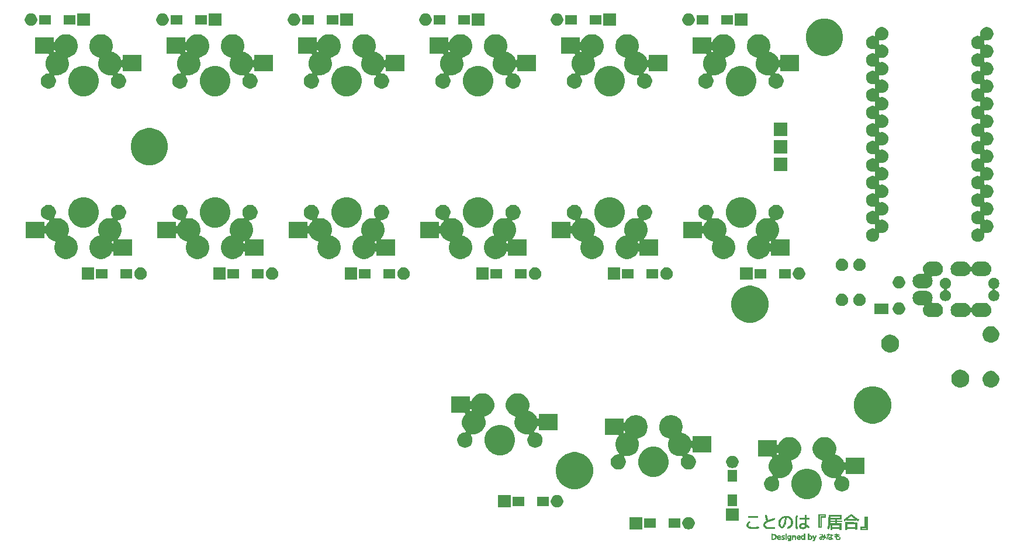
<source format=gts>
G04 #@! TF.GenerationSoftware,KiCad,Pcbnew,5.0.2+dfsg1-1~bpo9+1*
G04 #@! TF.CreationDate,2019-02-28T23:48:51+09:00*
G04 #@! TF.ProjectId,iai,6961692e-6b69-4636-9164-5f7063625858,rev?*
G04 #@! TF.SameCoordinates,Original*
G04 #@! TF.FileFunction,Soldermask,Top*
G04 #@! TF.FilePolarity,Negative*
%FSLAX46Y46*%
G04 Gerber Fmt 4.6, Leading zero omitted, Abs format (unit mm)*
G04 Created by KiCad (PCBNEW 5.0.2+dfsg1-1~bpo9+1) date 2019年02月28日 23時48分51秒*
%MOMM*%
%LPD*%
G01*
G04 APERTURE LIST*
%ADD10C,0.010000*%
%ADD11C,0.100000*%
G04 APERTURE END LIST*
D10*
G04 #@! TO.C,G\002A\002A\002A*
G36*
X185244362Y-133768830D02*
X184567982Y-133768830D01*
X184354432Y-133768386D01*
X184189011Y-133766831D01*
X184065809Y-133763833D01*
X183978917Y-133759059D01*
X183922427Y-133752176D01*
X183890430Y-133742850D01*
X183877017Y-133730750D01*
X183876654Y-133729876D01*
X183868447Y-133669884D01*
X183871104Y-133642057D01*
X183877282Y-133626980D01*
X183893476Y-133615224D01*
X183925931Y-133606285D01*
X183980891Y-133599655D01*
X184064601Y-133594828D01*
X184183306Y-133591297D01*
X184343250Y-133588556D01*
X184550679Y-133586097D01*
X184562432Y-133585972D01*
X185244362Y-133578753D01*
X185244362Y-133768830D01*
X185244362Y-133768830D01*
G37*
X185244362Y-133768830D02*
X184567982Y-133768830D01*
X184354432Y-133768386D01*
X184189011Y-133766831D01*
X184065809Y-133763833D01*
X183978917Y-133759059D01*
X183922427Y-133752176D01*
X183890430Y-133742850D01*
X183877017Y-133730750D01*
X183876654Y-133729876D01*
X183868447Y-133669884D01*
X183871104Y-133642057D01*
X183877282Y-133626980D01*
X183893476Y-133615224D01*
X183925931Y-133606285D01*
X183980891Y-133599655D01*
X184064601Y-133594828D01*
X184183306Y-133591297D01*
X184343250Y-133588556D01*
X184550679Y-133586097D01*
X184562432Y-133585972D01*
X185244362Y-133578753D01*
X185244362Y-133768830D01*
G36*
X199457553Y-134201170D02*
X198160532Y-134201170D01*
X198160532Y-134039043D01*
X199457553Y-134039043D01*
X199457553Y-134201170D01*
X199457553Y-134201170D01*
G37*
X199457553Y-134201170D02*
X198160532Y-134201170D01*
X198160532Y-134039043D01*
X199457553Y-134039043D01*
X199457553Y-134201170D01*
G36*
X198893272Y-133368351D02*
X198953376Y-133388707D01*
X199018735Y-133433329D01*
X199078010Y-133484001D01*
X199419083Y-133754179D01*
X199689560Y-133931733D01*
X199777341Y-133985442D01*
X199845355Y-134027594D01*
X199882027Y-134050998D01*
X199885131Y-134053237D01*
X199879891Y-134079670D01*
X199855701Y-134134640D01*
X199849803Y-134146275D01*
X199805727Y-134231508D01*
X199678927Y-134158173D01*
X199486587Y-134038219D01*
X199283491Y-133896779D01*
X199093309Y-133750774D01*
X199003224Y-133675039D01*
X198923790Y-133606818D01*
X198860474Y-133554943D01*
X198823587Y-133527769D01*
X198818836Y-133525638D01*
X198793338Y-133541934D01*
X198737372Y-133585354D01*
X198661370Y-133647702D01*
X198631860Y-133672569D01*
X198416248Y-133845314D01*
X198197307Y-134002138D01*
X197992492Y-134130625D01*
X197969540Y-134143635D01*
X197819080Y-134227805D01*
X197774073Y-134133424D01*
X197750498Y-134073966D01*
X197746811Y-134041241D01*
X197750319Y-134039043D01*
X197786144Y-134024000D01*
X197856357Y-133982987D01*
X197951900Y-133922173D01*
X198063717Y-133847727D01*
X198182748Y-133765821D01*
X198299936Y-133682623D01*
X198406224Y-133604305D01*
X198492554Y-133537036D01*
X198516569Y-133517081D01*
X198608202Y-133441526D01*
X198674562Y-133395650D01*
X198729876Y-133372248D01*
X198788367Y-133364112D01*
X198819656Y-133363511D01*
X198893272Y-133368351D01*
X198893272Y-133368351D01*
G37*
X198893272Y-133368351D02*
X198953376Y-133388707D01*
X199018735Y-133433329D01*
X199078010Y-133484001D01*
X199419083Y-133754179D01*
X199689560Y-133931733D01*
X199777341Y-133985442D01*
X199845355Y-134027594D01*
X199882027Y-134050998D01*
X199885131Y-134053237D01*
X199879891Y-134079670D01*
X199855701Y-134134640D01*
X199849803Y-134146275D01*
X199805727Y-134231508D01*
X199678927Y-134158173D01*
X199486587Y-134038219D01*
X199283491Y-133896779D01*
X199093309Y-133750774D01*
X199003224Y-133675039D01*
X198923790Y-133606818D01*
X198860474Y-133554943D01*
X198823587Y-133527769D01*
X198818836Y-133525638D01*
X198793338Y-133541934D01*
X198737372Y-133585354D01*
X198661370Y-133647702D01*
X198631860Y-133672569D01*
X198416248Y-133845314D01*
X198197307Y-134002138D01*
X197992492Y-134130625D01*
X197969540Y-134143635D01*
X197819080Y-134227805D01*
X197774073Y-134133424D01*
X197750498Y-134073966D01*
X197746811Y-134041241D01*
X197750319Y-134039043D01*
X197786144Y-134024000D01*
X197856357Y-133982987D01*
X197951900Y-133922173D01*
X198063717Y-133847727D01*
X198182748Y-133765821D01*
X198299936Y-133682623D01*
X198406224Y-133604305D01*
X198492554Y-133537036D01*
X198516569Y-133517081D01*
X198608202Y-133441526D01*
X198674562Y-133395650D01*
X198729876Y-133372248D01*
X198788367Y-133364112D01*
X198819656Y-133363511D01*
X198893272Y-133368351D01*
G36*
X195107128Y-133741809D02*
X194512659Y-133741809D01*
X194512659Y-135227979D01*
X194080319Y-135227979D01*
X194080319Y-133444575D01*
X194215425Y-133444575D01*
X194215425Y-135092872D01*
X194377553Y-135092872D01*
X194377553Y-133606702D01*
X194972021Y-133606702D01*
X194972021Y-133444575D01*
X194215425Y-133444575D01*
X194080319Y-133444575D01*
X194080319Y-133336490D01*
X195107128Y-133336490D01*
X195107128Y-133741809D01*
X195107128Y-133741809D01*
G37*
X195107128Y-133741809D02*
X194512659Y-133741809D01*
X194512659Y-135227979D01*
X194080319Y-135227979D01*
X194080319Y-133444575D01*
X194215425Y-133444575D01*
X194215425Y-135092872D01*
X194377553Y-135092872D01*
X194377553Y-133606702D01*
X194972021Y-133606702D01*
X194972021Y-133444575D01*
X194215425Y-133444575D01*
X194080319Y-133444575D01*
X194080319Y-133336490D01*
X195107128Y-133336490D01*
X195107128Y-133741809D01*
G36*
X189636744Y-133588289D02*
X189840131Y-133661258D01*
X190017412Y-133776171D01*
X190163023Y-133930561D01*
X190237389Y-134049646D01*
X190271487Y-134120859D01*
X190292913Y-134186976D01*
X190304555Y-134264228D01*
X190309303Y-134368841D01*
X190310058Y-134457872D01*
X190308457Y-134591197D01*
X190301185Y-134687598D01*
X190285421Y-134764118D01*
X190258344Y-134837801D01*
X190240717Y-134876702D01*
X190154668Y-135032907D01*
X190058407Y-135148928D01*
X189939708Y-135238589D01*
X189901012Y-135260731D01*
X189777139Y-135318880D01*
X189673654Y-135349832D01*
X189598299Y-135352187D01*
X189558813Y-135324549D01*
X189558028Y-135322643D01*
X189539904Y-135251472D01*
X189555919Y-135202153D01*
X189613205Y-135164414D01*
X189686305Y-135137922D01*
X189828720Y-135067763D01*
X189955630Y-134958640D01*
X190051697Y-134825407D01*
X190083918Y-134752833D01*
X190111324Y-134630167D01*
X190120892Y-134485024D01*
X190113337Y-134337305D01*
X190089373Y-134206911D01*
X190061676Y-134133617D01*
X189948763Y-133973356D01*
X189800970Y-133853995D01*
X189620460Y-133777089D01*
X189538704Y-133758404D01*
X189442090Y-133741129D01*
X189408243Y-133999833D01*
X189359639Y-134303578D01*
X189298259Y-134574283D01*
X189225661Y-134807265D01*
X189143404Y-134997840D01*
X189053047Y-135141324D01*
X189013507Y-135185968D01*
X188903492Y-135267057D01*
X188790730Y-135298939D01*
X188679725Y-135285962D01*
X188574979Y-135232474D01*
X188480995Y-135142821D01*
X188402275Y-135021352D01*
X188343322Y-134872415D01*
X188308639Y-134700356D01*
X188302728Y-134509524D01*
X188303234Y-134500166D01*
X188305422Y-134486896D01*
X188496230Y-134486896D01*
X188496669Y-134664376D01*
X188529203Y-134828648D01*
X188591873Y-134966322D01*
X188634058Y-135021175D01*
X188712915Y-135081818D01*
X188789425Y-135089297D01*
X188865737Y-135043323D01*
X188917506Y-134982914D01*
X188989299Y-134855845D01*
X189056469Y-134682193D01*
X189116867Y-134469358D01*
X189168343Y-134224743D01*
X189203328Y-133998511D01*
X189216274Y-133909824D01*
X189229035Y-133838105D01*
X189234092Y-133816117D01*
X189229838Y-133780182D01*
X189187757Y-133769974D01*
X189104309Y-133785464D01*
X189011888Y-133814115D01*
X188879257Y-133881364D01*
X188749307Y-133985484D01*
X188636238Y-134111877D01*
X188554249Y-134245947D01*
X188529849Y-134309596D01*
X188496230Y-134486896D01*
X188305422Y-134486896D01*
X188341092Y-134270580D01*
X188424778Y-134067505D01*
X188551456Y-133893941D01*
X188718292Y-133752892D01*
X188922453Y-133647359D01*
X189161103Y-133580344D01*
X189173908Y-133578055D01*
X189412815Y-133559732D01*
X189636744Y-133588289D01*
X189636744Y-133588289D01*
G37*
X189636744Y-133588289D02*
X189840131Y-133661258D01*
X190017412Y-133776171D01*
X190163023Y-133930561D01*
X190237389Y-134049646D01*
X190271487Y-134120859D01*
X190292913Y-134186976D01*
X190304555Y-134264228D01*
X190309303Y-134368841D01*
X190310058Y-134457872D01*
X190308457Y-134591197D01*
X190301185Y-134687598D01*
X190285421Y-134764118D01*
X190258344Y-134837801D01*
X190240717Y-134876702D01*
X190154668Y-135032907D01*
X190058407Y-135148928D01*
X189939708Y-135238589D01*
X189901012Y-135260731D01*
X189777139Y-135318880D01*
X189673654Y-135349832D01*
X189598299Y-135352187D01*
X189558813Y-135324549D01*
X189558028Y-135322643D01*
X189539904Y-135251472D01*
X189555919Y-135202153D01*
X189613205Y-135164414D01*
X189686305Y-135137922D01*
X189828720Y-135067763D01*
X189955630Y-134958640D01*
X190051697Y-134825407D01*
X190083918Y-134752833D01*
X190111324Y-134630167D01*
X190120892Y-134485024D01*
X190113337Y-134337305D01*
X190089373Y-134206911D01*
X190061676Y-134133617D01*
X189948763Y-133973356D01*
X189800970Y-133853995D01*
X189620460Y-133777089D01*
X189538704Y-133758404D01*
X189442090Y-133741129D01*
X189408243Y-133999833D01*
X189359639Y-134303578D01*
X189298259Y-134574283D01*
X189225661Y-134807265D01*
X189143404Y-134997840D01*
X189053047Y-135141324D01*
X189013507Y-135185968D01*
X188903492Y-135267057D01*
X188790730Y-135298939D01*
X188679725Y-135285962D01*
X188574979Y-135232474D01*
X188480995Y-135142821D01*
X188402275Y-135021352D01*
X188343322Y-134872415D01*
X188308639Y-134700356D01*
X188302728Y-134509524D01*
X188303234Y-134500166D01*
X188305422Y-134486896D01*
X188496230Y-134486896D01*
X188496669Y-134664376D01*
X188529203Y-134828648D01*
X188591873Y-134966322D01*
X188634058Y-135021175D01*
X188712915Y-135081818D01*
X188789425Y-135089297D01*
X188865737Y-135043323D01*
X188917506Y-134982914D01*
X188989299Y-134855845D01*
X189056469Y-134682193D01*
X189116867Y-134469358D01*
X189168343Y-134224743D01*
X189203328Y-133998511D01*
X189216274Y-133909824D01*
X189229035Y-133838105D01*
X189234092Y-133816117D01*
X189229838Y-133780182D01*
X189187757Y-133769974D01*
X189104309Y-133785464D01*
X189011888Y-133814115D01*
X188879257Y-133881364D01*
X188749307Y-133985484D01*
X188636238Y-134111877D01*
X188554249Y-134245947D01*
X188529849Y-134309596D01*
X188496230Y-134486896D01*
X188305422Y-134486896D01*
X188341092Y-134270580D01*
X188424778Y-134067505D01*
X188551456Y-133893941D01*
X188718292Y-133752892D01*
X188922453Y-133647359D01*
X189161103Y-133580344D01*
X189173908Y-133578055D01*
X189412815Y-133559732D01*
X189636744Y-133588289D01*
G36*
X186547229Y-133453562D02*
X186564491Y-133501282D01*
X186574474Y-133552660D01*
X186591688Y-133641546D01*
X186614241Y-133750280D01*
X186639457Y-133866926D01*
X186664661Y-133979547D01*
X186687176Y-134076208D01*
X186704328Y-134144973D01*
X186713440Y-134173906D01*
X186713794Y-134174149D01*
X186740265Y-134165547D01*
X186805340Y-134142605D01*
X186896900Y-134109620D01*
X186935452Y-134095587D01*
X187046004Y-134057340D01*
X187172747Y-134016794D01*
X187305227Y-133976879D01*
X187432988Y-133940529D01*
X187545574Y-133910675D01*
X187632529Y-133890250D01*
X187683398Y-133882186D01*
X187691839Y-133883471D01*
X187704380Y-133915093D01*
X187718595Y-133973669D01*
X187734456Y-134052972D01*
X187374356Y-134154767D01*
X187090009Y-134244742D01*
X186846540Y-134341623D01*
X186645595Y-134443857D01*
X186488818Y-134549892D01*
X186377854Y-134658173D01*
X186314350Y-134767149D01*
X186299949Y-134875266D01*
X186336297Y-134980970D01*
X186407787Y-135067262D01*
X186470397Y-135115461D01*
X186546191Y-135151547D01*
X186642546Y-135176634D01*
X186766836Y-135191838D01*
X186926439Y-135198271D01*
X187128732Y-135197047D01*
X187246687Y-135193959D01*
X187725771Y-135179160D01*
X187743052Y-135248010D01*
X187746718Y-135309374D01*
X187733229Y-135343962D01*
X187698057Y-135353352D01*
X187616592Y-135362290D01*
X187496581Y-135370253D01*
X187345775Y-135376719D01*
X187184553Y-135380934D01*
X186998721Y-135383915D01*
X186857122Y-135384433D01*
X186749974Y-135381843D01*
X186667498Y-135375501D01*
X186599913Y-135364761D01*
X186537440Y-135348980D01*
X186493981Y-135335398D01*
X186328007Y-135258479D01*
X186205530Y-135155012D01*
X186127325Y-135031544D01*
X186094165Y-134894625D01*
X186106827Y-134750803D01*
X186166085Y-134606627D01*
X186272714Y-134468646D01*
X186380454Y-134375929D01*
X186460106Y-134309891D01*
X186500293Y-134259066D01*
X186503029Y-134237634D01*
X186489824Y-134190752D01*
X186470664Y-134107230D01*
X186447752Y-133998555D01*
X186423295Y-133876212D01*
X186399497Y-133751686D01*
X186378565Y-133636465D01*
X186362703Y-133542033D01*
X186354117Y-133479877D01*
X186353937Y-133461138D01*
X186386226Y-133450956D01*
X186449613Y-133441312D01*
X186459040Y-133440324D01*
X186516625Y-133437668D01*
X186547229Y-133453562D01*
X186547229Y-133453562D01*
G37*
X186547229Y-133453562D02*
X186564491Y-133501282D01*
X186574474Y-133552660D01*
X186591688Y-133641546D01*
X186614241Y-133750280D01*
X186639457Y-133866926D01*
X186664661Y-133979547D01*
X186687176Y-134076208D01*
X186704328Y-134144973D01*
X186713440Y-134173906D01*
X186713794Y-134174149D01*
X186740265Y-134165547D01*
X186805340Y-134142605D01*
X186896900Y-134109620D01*
X186935452Y-134095587D01*
X187046004Y-134057340D01*
X187172747Y-134016794D01*
X187305227Y-133976879D01*
X187432988Y-133940529D01*
X187545574Y-133910675D01*
X187632529Y-133890250D01*
X187683398Y-133882186D01*
X187691839Y-133883471D01*
X187704380Y-133915093D01*
X187718595Y-133973669D01*
X187734456Y-134052972D01*
X187374356Y-134154767D01*
X187090009Y-134244742D01*
X186846540Y-134341623D01*
X186645595Y-134443857D01*
X186488818Y-134549892D01*
X186377854Y-134658173D01*
X186314350Y-134767149D01*
X186299949Y-134875266D01*
X186336297Y-134980970D01*
X186407787Y-135067262D01*
X186470397Y-135115461D01*
X186546191Y-135151547D01*
X186642546Y-135176634D01*
X186766836Y-135191838D01*
X186926439Y-135198271D01*
X187128732Y-135197047D01*
X187246687Y-135193959D01*
X187725771Y-135179160D01*
X187743052Y-135248010D01*
X187746718Y-135309374D01*
X187733229Y-135343962D01*
X187698057Y-135353352D01*
X187616592Y-135362290D01*
X187496581Y-135370253D01*
X187345775Y-135376719D01*
X187184553Y-135380934D01*
X186998721Y-135383915D01*
X186857122Y-135384433D01*
X186749974Y-135381843D01*
X186667498Y-135375501D01*
X186599913Y-135364761D01*
X186537440Y-135348980D01*
X186493981Y-135335398D01*
X186328007Y-135258479D01*
X186205530Y-135155012D01*
X186127325Y-135031544D01*
X186094165Y-134894625D01*
X186106827Y-134750803D01*
X186166085Y-134606627D01*
X186272714Y-134468646D01*
X186380454Y-134375929D01*
X186460106Y-134309891D01*
X186500293Y-134259066D01*
X186503029Y-134237634D01*
X186489824Y-134190752D01*
X186470664Y-134107230D01*
X186447752Y-133998555D01*
X186423295Y-133876212D01*
X186399497Y-133751686D01*
X186378565Y-133636465D01*
X186362703Y-133542033D01*
X186354117Y-133479877D01*
X186353937Y-133461138D01*
X186386226Y-133450956D01*
X186449613Y-133441312D01*
X186459040Y-133440324D01*
X186516625Y-133437668D01*
X186547229Y-133453562D01*
G36*
X184055729Y-134326401D02*
X184105423Y-134363968D01*
X184168931Y-134416882D01*
X184046412Y-134553152D01*
X183942142Y-134688031D01*
X183888278Y-134806270D01*
X183884703Y-134910415D01*
X183931299Y-135003014D01*
X184022147Y-135082751D01*
X184136821Y-135135490D01*
X184293231Y-135171517D01*
X184481573Y-135190384D01*
X184692045Y-135191645D01*
X184914844Y-135174853D01*
X185140170Y-135139559D01*
X185163298Y-135134820D01*
X185254870Y-135118580D01*
X185324227Y-135111792D01*
X185355713Y-135115696D01*
X185373875Y-135153020D01*
X185389543Y-135205875D01*
X185393425Y-135263693D01*
X185364466Y-135290521D01*
X185359255Y-135292188D01*
X185208567Y-135326354D01*
X185025481Y-135352655D01*
X184825169Y-135370331D01*
X184622798Y-135378619D01*
X184433537Y-135376759D01*
X184272556Y-135363991D01*
X184195009Y-135350585D01*
X183995111Y-135286708D01*
X183842770Y-135199087D01*
X183738958Y-135090756D01*
X183684652Y-134964748D01*
X183680826Y-134824098D01*
X183728455Y-134671841D01*
X183828514Y-134511010D01*
X183898659Y-134428165D01*
X183959506Y-134365102D01*
X184005980Y-134322337D01*
X184025090Y-134310154D01*
X184055729Y-134326401D01*
X184055729Y-134326401D01*
G37*
X184055729Y-134326401D02*
X184105423Y-134363968D01*
X184168931Y-134416882D01*
X184046412Y-134553152D01*
X183942142Y-134688031D01*
X183888278Y-134806270D01*
X183884703Y-134910415D01*
X183931299Y-135003014D01*
X184022147Y-135082751D01*
X184136821Y-135135490D01*
X184293231Y-135171517D01*
X184481573Y-135190384D01*
X184692045Y-135191645D01*
X184914844Y-135174853D01*
X185140170Y-135139559D01*
X185163298Y-135134820D01*
X185254870Y-135118580D01*
X185324227Y-135111792D01*
X185355713Y-135115696D01*
X185373875Y-135153020D01*
X185389543Y-135205875D01*
X185393425Y-135263693D01*
X185364466Y-135290521D01*
X185359255Y-135292188D01*
X185208567Y-135326354D01*
X185025481Y-135352655D01*
X184825169Y-135370331D01*
X184622798Y-135378619D01*
X184433537Y-135376759D01*
X184272556Y-135363991D01*
X184195009Y-135350585D01*
X183995111Y-135286708D01*
X183842770Y-135199087D01*
X183738958Y-135090756D01*
X183684652Y-134964748D01*
X183680826Y-134824098D01*
X183728455Y-134671841D01*
X183828514Y-134511010D01*
X183898659Y-134428165D01*
X183959506Y-134365102D01*
X184005980Y-134322337D01*
X184025090Y-134310154D01*
X184055729Y-134326401D01*
G36*
X192296915Y-133822872D02*
X192702234Y-133822872D01*
X192702234Y-134012021D01*
X192296915Y-134012021D01*
X192296915Y-134756431D01*
X192499574Y-134928958D01*
X192585917Y-135005535D01*
X192653949Y-135071718D01*
X192694662Y-135118415D01*
X192702234Y-135133523D01*
X192683862Y-135174257D01*
X192648698Y-135214010D01*
X192617269Y-135238550D01*
X192587528Y-135244652D01*
X192549528Y-135227654D01*
X192493326Y-135182893D01*
X192408975Y-135105708D01*
X192400238Y-135097549D01*
X192300903Y-135004735D01*
X192272352Y-135110763D01*
X192211071Y-135243971D01*
X192108947Y-135341850D01*
X192037254Y-135379574D01*
X191941577Y-135403553D01*
X191818074Y-135413600D01*
X191691289Y-135409110D01*
X191589465Y-135390618D01*
X191454366Y-135325089D01*
X191358670Y-135224610D01*
X191306300Y-135094378D01*
X191297306Y-135003711D01*
X191301601Y-134971954D01*
X191486870Y-134971954D01*
X191507402Y-135081103D01*
X191516380Y-135102358D01*
X191564325Y-135167937D01*
X191641570Y-135207330D01*
X191757625Y-135224615D01*
X191805005Y-135226150D01*
X191900505Y-135221940D01*
X191963704Y-135202128D01*
X192011312Y-135164762D01*
X192055866Y-135100040D01*
X192087003Y-135017729D01*
X192101091Y-134935452D01*
X192094499Y-134870831D01*
X192076929Y-134846330D01*
X191983834Y-134806691D01*
X191863989Y-134782421D01*
X191743606Y-134778125D01*
X191709175Y-134781732D01*
X191590184Y-134818232D01*
X191515273Y-134882985D01*
X191486870Y-134971954D01*
X191301601Y-134971954D01*
X191317317Y-134855783D01*
X191378286Y-134741841D01*
X191480935Y-134661298D01*
X191625983Y-134613564D01*
X191795093Y-134598150D01*
X191900323Y-134601596D01*
X191991152Y-134612862D01*
X192046968Y-134629134D01*
X192107766Y-134662433D01*
X192107766Y-134012021D01*
X191351170Y-134012021D01*
X191351170Y-133822872D01*
X192107766Y-133822872D01*
X192107766Y-133417553D01*
X192296915Y-133417553D01*
X192296915Y-133822872D01*
X192296915Y-133822872D01*
G37*
X192296915Y-133822872D02*
X192702234Y-133822872D01*
X192702234Y-134012021D01*
X192296915Y-134012021D01*
X192296915Y-134756431D01*
X192499574Y-134928958D01*
X192585917Y-135005535D01*
X192653949Y-135071718D01*
X192694662Y-135118415D01*
X192702234Y-135133523D01*
X192683862Y-135174257D01*
X192648698Y-135214010D01*
X192617269Y-135238550D01*
X192587528Y-135244652D01*
X192549528Y-135227654D01*
X192493326Y-135182893D01*
X192408975Y-135105708D01*
X192400238Y-135097549D01*
X192300903Y-135004735D01*
X192272352Y-135110763D01*
X192211071Y-135243971D01*
X192108947Y-135341850D01*
X192037254Y-135379574D01*
X191941577Y-135403553D01*
X191818074Y-135413600D01*
X191691289Y-135409110D01*
X191589465Y-135390618D01*
X191454366Y-135325089D01*
X191358670Y-135224610D01*
X191306300Y-135094378D01*
X191297306Y-135003711D01*
X191301601Y-134971954D01*
X191486870Y-134971954D01*
X191507402Y-135081103D01*
X191516380Y-135102358D01*
X191564325Y-135167937D01*
X191641570Y-135207330D01*
X191757625Y-135224615D01*
X191805005Y-135226150D01*
X191900505Y-135221940D01*
X191963704Y-135202128D01*
X192011312Y-135164762D01*
X192055866Y-135100040D01*
X192087003Y-135017729D01*
X192101091Y-134935452D01*
X192094499Y-134870831D01*
X192076929Y-134846330D01*
X191983834Y-134806691D01*
X191863989Y-134782421D01*
X191743606Y-134778125D01*
X191709175Y-134781732D01*
X191590184Y-134818232D01*
X191515273Y-134882985D01*
X191486870Y-134971954D01*
X191301601Y-134971954D01*
X191317317Y-134855783D01*
X191378286Y-134741841D01*
X191480935Y-134661298D01*
X191625983Y-134613564D01*
X191795093Y-134598150D01*
X191900323Y-134601596D01*
X191991152Y-134612862D01*
X192046968Y-134629134D01*
X192107766Y-134662433D01*
X192107766Y-134012021D01*
X191351170Y-134012021D01*
X191351170Y-133822872D01*
X192107766Y-133822872D01*
X192107766Y-133417553D01*
X192296915Y-133417553D01*
X192296915Y-133822872D01*
G36*
X191000195Y-133475346D02*
X191022161Y-133493200D01*
X191016899Y-133532394D01*
X191006344Y-133583339D01*
X190990475Y-133673906D01*
X190971639Y-133790219D01*
X190956318Y-133890426D01*
X190936134Y-134080485D01*
X190925963Y-134300135D01*
X190925453Y-134533420D01*
X190934256Y-134764383D01*
X190952022Y-134977068D01*
X190978399Y-135155519D01*
X190984751Y-135186034D01*
X191005428Y-135290045D01*
X191011016Y-135353251D01*
X191001940Y-135386616D01*
X190992845Y-135395035D01*
X190928426Y-135415714D01*
X190865088Y-135407472D01*
X190826786Y-135373445D01*
X190826726Y-135373290D01*
X190796729Y-135263603D01*
X190771926Y-135111024D01*
X190752715Y-134926487D01*
X190739490Y-134720928D01*
X190732648Y-134505284D01*
X190732586Y-134290491D01*
X190739699Y-134087484D01*
X190754383Y-133907200D01*
X190769680Y-133798664D01*
X190794135Y-133662237D01*
X190813625Y-133570259D01*
X190832641Y-133513966D01*
X190855673Y-133484599D01*
X190887212Y-133473396D01*
X190931748Y-133471596D01*
X190937313Y-133471596D01*
X191000195Y-133475346D01*
X191000195Y-133475346D01*
G37*
X191000195Y-133475346D02*
X191022161Y-133493200D01*
X191016899Y-133532394D01*
X191006344Y-133583339D01*
X190990475Y-133673906D01*
X190971639Y-133790219D01*
X190956318Y-133890426D01*
X190936134Y-134080485D01*
X190925963Y-134300135D01*
X190925453Y-134533420D01*
X190934256Y-134764383D01*
X190952022Y-134977068D01*
X190978399Y-135155519D01*
X190984751Y-135186034D01*
X191005428Y-135290045D01*
X191011016Y-135353251D01*
X191001940Y-135386616D01*
X190992845Y-135395035D01*
X190928426Y-135415714D01*
X190865088Y-135407472D01*
X190826786Y-135373445D01*
X190826726Y-135373290D01*
X190796729Y-135263603D01*
X190771926Y-135111024D01*
X190752715Y-134926487D01*
X190739490Y-134720928D01*
X190732648Y-134505284D01*
X190732586Y-134290491D01*
X190739699Y-134087484D01*
X190754383Y-133907200D01*
X190769680Y-133798664D01*
X190794135Y-133662237D01*
X190813625Y-133570259D01*
X190832641Y-133513966D01*
X190855673Y-133484599D01*
X190887212Y-133473396D01*
X190931748Y-133471596D01*
X190937313Y-133471596D01*
X191000195Y-133475346D01*
G36*
X198815798Y-134477742D02*
X199633191Y-134484894D01*
X199633191Y-135484681D01*
X199531862Y-135493067D01*
X199465480Y-135494961D01*
X199436916Y-135479416D01*
X199430550Y-135437059D01*
X199430532Y-135432270D01*
X199430532Y-135363085D01*
X198214574Y-135363085D01*
X198214574Y-135430638D01*
X198208675Y-135474162D01*
X198180848Y-135493506D01*
X198115902Y-135498168D01*
X198106489Y-135498192D01*
X197998404Y-135498192D01*
X197998404Y-134660532D01*
X198214574Y-134660532D01*
X198214574Y-135200958D01*
X199430532Y-135200958D01*
X199430532Y-134660532D01*
X198214574Y-134660532D01*
X197998404Y-134660532D01*
X197998404Y-134470591D01*
X198815798Y-134477742D01*
X198815798Y-134477742D01*
G37*
X198815798Y-134477742D02*
X199633191Y-134484894D01*
X199633191Y-135484681D01*
X199531862Y-135493067D01*
X199465480Y-135494961D01*
X199436916Y-135479416D01*
X199430550Y-135437059D01*
X199430532Y-135432270D01*
X199430532Y-135363085D01*
X198214574Y-135363085D01*
X198214574Y-135430638D01*
X198208675Y-135474162D01*
X198180848Y-135493506D01*
X198115902Y-135498168D01*
X198106489Y-135498192D01*
X197998404Y-135498192D01*
X197998404Y-134660532D01*
X198214574Y-134660532D01*
X198214574Y-135200958D01*
X199430532Y-135200958D01*
X199430532Y-134660532D01*
X198214574Y-134660532D01*
X197998404Y-134660532D01*
X197998404Y-134470591D01*
X198815798Y-134477742D01*
G36*
X197363404Y-133998511D02*
X197018883Y-134006073D01*
X196674362Y-134013636D01*
X196674362Y-134228192D01*
X197457979Y-134228192D01*
X197457979Y-134390319D01*
X196674362Y-134390319D01*
X196674362Y-134633511D01*
X197322872Y-134633511D01*
X197322872Y-135498192D01*
X197214787Y-135498192D01*
X197145150Y-135494504D01*
X197114198Y-135477113D01*
X197106741Y-135436521D01*
X197106702Y-135430638D01*
X197106702Y-135363085D01*
X196025851Y-135363085D01*
X196025851Y-135430638D01*
X196018785Y-135476322D01*
X195986988Y-135495024D01*
X195931276Y-135498192D01*
X195836702Y-135498192D01*
X195836702Y-134822660D01*
X196025851Y-134822660D01*
X196025851Y-135200958D01*
X197106702Y-135200958D01*
X197106702Y-134822660D01*
X196025851Y-134822660D01*
X195836702Y-134822660D01*
X195836702Y-134633511D01*
X196485213Y-134633511D01*
X196485213Y-134390319D01*
X195762621Y-134390319D01*
X195744466Y-134586224D01*
X195722041Y-134753946D01*
X195686255Y-134937361D01*
X195641667Y-135117317D01*
X195592835Y-135274660D01*
X195561652Y-135354217D01*
X195506869Y-135478064D01*
X195426968Y-135398163D01*
X195377680Y-135345234D01*
X195361518Y-135304940D01*
X195373328Y-135252310D01*
X195388598Y-135212323D01*
X195427636Y-135107417D01*
X195458471Y-135008881D01*
X195482291Y-134907835D01*
X195500283Y-134795401D01*
X195513636Y-134662702D01*
X195523535Y-134500859D01*
X195531169Y-134300994D01*
X195536470Y-134106596D01*
X195538781Y-134012021D01*
X195755638Y-134012021D01*
X195755638Y-134228192D01*
X196485213Y-134228192D01*
X196485213Y-134012021D01*
X195755638Y-134012021D01*
X195538781Y-134012021D01*
X195548686Y-133606702D01*
X195755638Y-133606702D01*
X195755638Y-133849894D01*
X197160745Y-133849894D01*
X197160745Y-133606702D01*
X195755638Y-133606702D01*
X195548686Y-133606702D01*
X195552979Y-133431064D01*
X197363404Y-133431064D01*
X197363404Y-133998511D01*
X197363404Y-133998511D01*
G37*
X197363404Y-133998511D02*
X197018883Y-134006073D01*
X196674362Y-134013636D01*
X196674362Y-134228192D01*
X197457979Y-134228192D01*
X197457979Y-134390319D01*
X196674362Y-134390319D01*
X196674362Y-134633511D01*
X197322872Y-134633511D01*
X197322872Y-135498192D01*
X197214787Y-135498192D01*
X197145150Y-135494504D01*
X197114198Y-135477113D01*
X197106741Y-135436521D01*
X197106702Y-135430638D01*
X197106702Y-135363085D01*
X196025851Y-135363085D01*
X196025851Y-135430638D01*
X196018785Y-135476322D01*
X195986988Y-135495024D01*
X195931276Y-135498192D01*
X195836702Y-135498192D01*
X195836702Y-134822660D01*
X196025851Y-134822660D01*
X196025851Y-135200958D01*
X197106702Y-135200958D01*
X197106702Y-134822660D01*
X196025851Y-134822660D01*
X195836702Y-134822660D01*
X195836702Y-134633511D01*
X196485213Y-134633511D01*
X196485213Y-134390319D01*
X195762621Y-134390319D01*
X195744466Y-134586224D01*
X195722041Y-134753946D01*
X195686255Y-134937361D01*
X195641667Y-135117317D01*
X195592835Y-135274660D01*
X195561652Y-135354217D01*
X195506869Y-135478064D01*
X195426968Y-135398163D01*
X195377680Y-135345234D01*
X195361518Y-135304940D01*
X195373328Y-135252310D01*
X195388598Y-135212323D01*
X195427636Y-135107417D01*
X195458471Y-135008881D01*
X195482291Y-134907835D01*
X195500283Y-134795401D01*
X195513636Y-134662702D01*
X195523535Y-134500859D01*
X195531169Y-134300994D01*
X195536470Y-134106596D01*
X195538781Y-134012021D01*
X195755638Y-134012021D01*
X195755638Y-134228192D01*
X196485213Y-134228192D01*
X196485213Y-134012021D01*
X195755638Y-134012021D01*
X195538781Y-134012021D01*
X195548686Y-133606702D01*
X195755638Y-133606702D01*
X195755638Y-133849894D01*
X197160745Y-133849894D01*
X197160745Y-133606702D01*
X195755638Y-133606702D01*
X195548686Y-133606702D01*
X195552979Y-133431064D01*
X197363404Y-133431064D01*
X197363404Y-133998511D01*
G36*
X201159893Y-135552234D02*
X200160106Y-135552234D01*
X200160106Y-135255000D01*
X200295213Y-135255000D01*
X200295213Y-135417128D01*
X201024787Y-135417128D01*
X201024787Y-133768830D01*
X200889681Y-133768830D01*
X200889681Y-135255000D01*
X200295213Y-135255000D01*
X200160106Y-135255000D01*
X200160106Y-135119894D01*
X200754574Y-135119894D01*
X200754574Y-133633724D01*
X201159893Y-133633724D01*
X201159893Y-135552234D01*
X201159893Y-135552234D01*
G37*
X201159893Y-135552234D02*
X200160106Y-135552234D01*
X200160106Y-135255000D01*
X200295213Y-135255000D01*
X200295213Y-135417128D01*
X201024787Y-135417128D01*
X201024787Y-133768830D01*
X200889681Y-133768830D01*
X200889681Y-135255000D01*
X200295213Y-135255000D01*
X200160106Y-135255000D01*
X200160106Y-135119894D01*
X200754574Y-135119894D01*
X200754574Y-133633724D01*
X201159893Y-133633724D01*
X201159893Y-135552234D01*
G36*
X189393974Y-136162535D02*
X189405638Y-136214255D01*
X189392972Y-136267228D01*
X189351596Y-136281809D01*
X189309217Y-136265976D01*
X189297553Y-136214255D01*
X189310219Y-136161283D01*
X189351596Y-136146702D01*
X189393974Y-136162535D01*
X189393974Y-136162535D01*
G37*
X189393974Y-136162535D02*
X189405638Y-136214255D01*
X189392972Y-136267228D01*
X189351596Y-136281809D01*
X189309217Y-136265976D01*
X189297553Y-136214255D01*
X189310219Y-136161283D01*
X189351596Y-136146702D01*
X189393974Y-136162535D01*
G36*
X195559335Y-136105930D02*
X195560611Y-136153703D01*
X195557032Y-136173724D01*
X195550154Y-136228033D01*
X195568631Y-136250311D01*
X195626087Y-136254774D01*
X195634718Y-136254787D01*
X195704399Y-136263708D01*
X195728488Y-136292110D01*
X195728617Y-136295319D01*
X195709970Y-136324065D01*
X195648832Y-136335385D01*
X195625076Y-136335851D01*
X195521535Y-136335851D01*
X195419203Y-136606064D01*
X195371720Y-136729535D01*
X195337765Y-136809674D01*
X195312361Y-136853923D01*
X195290532Y-136869728D01*
X195267303Y-136864530D01*
X195252403Y-136855597D01*
X195242786Y-136824572D01*
X195257374Y-136756154D01*
X195296744Y-136646596D01*
X195347509Y-136517216D01*
X195379323Y-136429893D01*
X195392943Y-136376360D01*
X195389122Y-136348353D01*
X195368615Y-136337604D01*
X195332177Y-136335850D01*
X195325119Y-136335851D01*
X195259970Y-136324303D01*
X195242234Y-136295319D01*
X195262423Y-136265546D01*
X195327165Y-136254904D01*
X195338214Y-136254787D01*
X195406685Y-136247694D01*
X195443657Y-136216972D01*
X195462453Y-136173724D01*
X195493796Y-136117339D01*
X195530640Y-136092701D01*
X195531978Y-136092660D01*
X195559335Y-136105930D01*
X195559335Y-136105930D01*
G37*
X195559335Y-136105930D02*
X195560611Y-136153703D01*
X195557032Y-136173724D01*
X195550154Y-136228033D01*
X195568631Y-136250311D01*
X195626087Y-136254774D01*
X195634718Y-136254787D01*
X195704399Y-136263708D01*
X195728488Y-136292110D01*
X195728617Y-136295319D01*
X195709970Y-136324065D01*
X195648832Y-136335385D01*
X195625076Y-136335851D01*
X195521535Y-136335851D01*
X195419203Y-136606064D01*
X195371720Y-136729535D01*
X195337765Y-136809674D01*
X195312361Y-136853923D01*
X195290532Y-136869728D01*
X195267303Y-136864530D01*
X195252403Y-136855597D01*
X195242786Y-136824572D01*
X195257374Y-136756154D01*
X195296744Y-136646596D01*
X195347509Y-136517216D01*
X195379323Y-136429893D01*
X195392943Y-136376360D01*
X195389122Y-136348353D01*
X195368615Y-136337604D01*
X195332177Y-136335850D01*
X195325119Y-136335851D01*
X195259970Y-136324303D01*
X195242234Y-136295319D01*
X195262423Y-136265546D01*
X195327165Y-136254904D01*
X195338214Y-136254787D01*
X195406685Y-136247694D01*
X195443657Y-136216972D01*
X195462453Y-136173724D01*
X195493796Y-136117339D01*
X195530640Y-136092701D01*
X195531978Y-136092660D01*
X195559335Y-136105930D01*
G36*
X190630351Y-136375406D02*
X190693420Y-136417128D01*
X190733004Y-136494222D01*
X190752740Y-136612872D01*
X190756702Y-136731304D01*
X190755555Y-136842202D01*
X190750520Y-136909636D01*
X190739208Y-136944162D01*
X190719227Y-136956336D01*
X190705521Y-136957341D01*
X190679719Y-136951442D01*
X190663228Y-136926667D01*
X190653079Y-136872397D01*
X190646302Y-136778011D01*
X190644413Y-136738766D01*
X190630623Y-136597710D01*
X190603268Y-136506309D01*
X190560631Y-136461491D01*
X190500995Y-136460181D01*
X190490618Y-136463498D01*
X190436312Y-136488634D01*
X190402849Y-136525082D01*
X190385356Y-136585044D01*
X190378962Y-136680720D01*
X190378404Y-136744479D01*
X190377657Y-136850691D01*
X190373064Y-136913971D01*
X190361099Y-136945432D01*
X190338236Y-136956183D01*
X190310851Y-136957341D01*
X190243298Y-136957341D01*
X190243298Y-136660107D01*
X190244085Y-136529460D01*
X190247453Y-136443634D01*
X190254909Y-136393416D01*
X190267959Y-136369594D01*
X190288112Y-136362956D01*
X190291936Y-136362872D01*
X190349921Y-136378190D01*
X190369950Y-136392248D01*
X190402567Y-136407010D01*
X190417481Y-136392248D01*
X190453996Y-136373302D01*
X190521610Y-136363325D01*
X190540165Y-136362872D01*
X190630351Y-136375406D01*
X190630351Y-136375406D01*
G37*
X190630351Y-136375406D02*
X190693420Y-136417128D01*
X190733004Y-136494222D01*
X190752740Y-136612872D01*
X190756702Y-136731304D01*
X190755555Y-136842202D01*
X190750520Y-136909636D01*
X190739208Y-136944162D01*
X190719227Y-136956336D01*
X190705521Y-136957341D01*
X190679719Y-136951442D01*
X190663228Y-136926667D01*
X190653079Y-136872397D01*
X190646302Y-136778011D01*
X190644413Y-136738766D01*
X190630623Y-136597710D01*
X190603268Y-136506309D01*
X190560631Y-136461491D01*
X190500995Y-136460181D01*
X190490618Y-136463498D01*
X190436312Y-136488634D01*
X190402849Y-136525082D01*
X190385356Y-136585044D01*
X190378962Y-136680720D01*
X190378404Y-136744479D01*
X190377657Y-136850691D01*
X190373064Y-136913971D01*
X190361099Y-136945432D01*
X190338236Y-136956183D01*
X190310851Y-136957341D01*
X190243298Y-136957341D01*
X190243298Y-136660107D01*
X190244085Y-136529460D01*
X190247453Y-136443634D01*
X190254909Y-136393416D01*
X190267959Y-136369594D01*
X190288112Y-136362956D01*
X190291936Y-136362872D01*
X190349921Y-136378190D01*
X190369950Y-136392248D01*
X190402567Y-136407010D01*
X190417481Y-136392248D01*
X190453996Y-136373302D01*
X190521610Y-136363325D01*
X190540165Y-136362872D01*
X190630351Y-136375406D01*
G36*
X189375247Y-136366293D02*
X189390771Y-136382782D01*
X189399868Y-136421683D01*
X189404235Y-136492337D01*
X189405572Y-136604087D01*
X189405638Y-136660107D01*
X189405016Y-136790188D01*
X189402018Y-136875573D01*
X189394945Y-136925604D01*
X189382099Y-136949624D01*
X189361781Y-136956975D01*
X189351596Y-136957341D01*
X189327944Y-136953920D01*
X189312420Y-136937431D01*
X189303323Y-136898530D01*
X189298956Y-136827876D01*
X189297620Y-136716126D01*
X189297553Y-136660107D01*
X189298175Y-136530025D01*
X189301173Y-136444640D01*
X189308246Y-136394609D01*
X189321092Y-136370589D01*
X189341410Y-136363238D01*
X189351596Y-136362872D01*
X189375247Y-136366293D01*
X189375247Y-136366293D01*
G37*
X189375247Y-136366293D02*
X189390771Y-136382782D01*
X189399868Y-136421683D01*
X189404235Y-136492337D01*
X189405572Y-136604087D01*
X189405638Y-136660107D01*
X189405016Y-136790188D01*
X189402018Y-136875573D01*
X189394945Y-136925604D01*
X189382099Y-136949624D01*
X189361781Y-136956975D01*
X189351596Y-136957341D01*
X189327944Y-136953920D01*
X189312420Y-136937431D01*
X189303323Y-136898530D01*
X189298956Y-136827876D01*
X189297620Y-136716126D01*
X189297553Y-136660107D01*
X189298175Y-136530025D01*
X189301173Y-136444640D01*
X189308246Y-136394609D01*
X189321092Y-136370589D01*
X189341410Y-136363238D01*
X189351596Y-136362872D01*
X189375247Y-136366293D01*
G36*
X187497758Y-136178850D02*
X187650920Y-136193206D01*
X187755777Y-136218135D01*
X187797249Y-136238383D01*
X187878575Y-136322715D01*
X187928160Y-136443365D01*
X187942359Y-136590486D01*
X187940397Y-136625114D01*
X187912731Y-136754819D01*
X187851639Y-136850158D01*
X187753215Y-136913836D01*
X187613551Y-136948563D01*
X187460974Y-136957341D01*
X187270957Y-136957341D01*
X187270957Y-136281809D01*
X187406064Y-136281809D01*
X187406064Y-136849255D01*
X187542398Y-136849255D01*
X187637492Y-136842767D01*
X187702081Y-136818392D01*
X187745058Y-136782931D01*
X187791756Y-136718580D01*
X187810067Y-136636741D01*
X187811383Y-136595053D01*
X187796560Y-136457539D01*
X187749663Y-136362161D01*
X187667050Y-136305097D01*
X187545077Y-136282525D01*
X187512877Y-136281809D01*
X187406064Y-136281809D01*
X187270957Y-136281809D01*
X187270957Y-136166947D01*
X187497758Y-136178850D01*
X187497758Y-136178850D01*
G37*
X187497758Y-136178850D02*
X187650920Y-136193206D01*
X187755777Y-136218135D01*
X187797249Y-136238383D01*
X187878575Y-136322715D01*
X187928160Y-136443365D01*
X187942359Y-136590486D01*
X187940397Y-136625114D01*
X187912731Y-136754819D01*
X187851639Y-136850158D01*
X187753215Y-136913836D01*
X187613551Y-136948563D01*
X187460974Y-136957341D01*
X187270957Y-136957341D01*
X187270957Y-136281809D01*
X187406064Y-136281809D01*
X187406064Y-136849255D01*
X187542398Y-136849255D01*
X187637492Y-136842767D01*
X187702081Y-136818392D01*
X187745058Y-136782931D01*
X187791756Y-136718580D01*
X187810067Y-136636741D01*
X187811383Y-136595053D01*
X187796560Y-136457539D01*
X187749663Y-136362161D01*
X187667050Y-136305097D01*
X187545077Y-136282525D01*
X187512877Y-136281809D01*
X187406064Y-136281809D01*
X187270957Y-136281809D01*
X187270957Y-136166947D01*
X187497758Y-136178850D01*
G36*
X192674191Y-136150860D02*
X192694261Y-136172382D01*
X192701415Y-136224844D01*
X192702234Y-136287213D01*
X192704878Y-136367887D01*
X192714288Y-136402092D01*
X192732678Y-136397212D01*
X192734659Y-136395298D01*
X192781763Y-136373737D01*
X192855079Y-136363107D01*
X192867364Y-136362872D01*
X192965014Y-136386678D01*
X193041069Y-136450838D01*
X193091112Y-136544467D01*
X193110726Y-136656680D01*
X193095494Y-136776593D01*
X193065727Y-136851758D01*
X193013891Y-136916332D01*
X192943025Y-136963089D01*
X192869844Y-136984780D01*
X192811065Y-136974153D01*
X192801383Y-136966419D01*
X192765188Y-136955990D01*
X192697318Y-136952229D01*
X192675284Y-136952714D01*
X192567128Y-136956952D01*
X192567128Y-136666025D01*
X192701792Y-136666025D01*
X192713353Y-136761247D01*
X192746954Y-136826862D01*
X192812551Y-136868094D01*
X192886176Y-136871395D01*
X192944546Y-136836805D01*
X192969745Y-136784657D01*
X192989014Y-136707941D01*
X192990959Y-136694943D01*
X192990646Y-136604776D01*
X192955589Y-136530860D01*
X192946037Y-136518245D01*
X192883968Y-136458562D01*
X192826175Y-136450010D01*
X192762860Y-136491541D01*
X192756276Y-136497979D01*
X192716328Y-136570225D01*
X192701792Y-136666025D01*
X192567128Y-136666025D01*
X192567128Y-136146702D01*
X192634681Y-136146702D01*
X192674191Y-136150860D01*
X192674191Y-136150860D01*
G37*
X192674191Y-136150860D02*
X192694261Y-136172382D01*
X192701415Y-136224844D01*
X192702234Y-136287213D01*
X192704878Y-136367887D01*
X192714288Y-136402092D01*
X192732678Y-136397212D01*
X192734659Y-136395298D01*
X192781763Y-136373737D01*
X192855079Y-136363107D01*
X192867364Y-136362872D01*
X192965014Y-136386678D01*
X193041069Y-136450838D01*
X193091112Y-136544467D01*
X193110726Y-136656680D01*
X193095494Y-136776593D01*
X193065727Y-136851758D01*
X193013891Y-136916332D01*
X192943025Y-136963089D01*
X192869844Y-136984780D01*
X192811065Y-136974153D01*
X192801383Y-136966419D01*
X192765188Y-136955990D01*
X192697318Y-136952229D01*
X192675284Y-136952714D01*
X192567128Y-136956952D01*
X192567128Y-136666025D01*
X192701792Y-136666025D01*
X192713353Y-136761247D01*
X192746954Y-136826862D01*
X192812551Y-136868094D01*
X192886176Y-136871395D01*
X192944546Y-136836805D01*
X192969745Y-136784657D01*
X192989014Y-136707941D01*
X192990959Y-136694943D01*
X192990646Y-136604776D01*
X192955589Y-136530860D01*
X192946037Y-136518245D01*
X192883968Y-136458562D01*
X192826175Y-136450010D01*
X192762860Y-136491541D01*
X192756276Y-136497979D01*
X192716328Y-136570225D01*
X192701792Y-136666025D01*
X192567128Y-136666025D01*
X192567128Y-136146702D01*
X192634681Y-136146702D01*
X192674191Y-136150860D01*
G36*
X192080745Y-136959033D02*
X191992925Y-136955277D01*
X191900869Y-136958166D01*
X191824042Y-136968640D01*
X191733288Y-136969086D01*
X191675958Y-136950751D01*
X191611698Y-136899073D01*
X191575026Y-136848723D01*
X191546320Y-136753247D01*
X191542302Y-136643523D01*
X191543197Y-136638050D01*
X191649227Y-136638050D01*
X191652981Y-136727456D01*
X191683871Y-136802591D01*
X191735036Y-136854335D01*
X191799617Y-136873572D01*
X191870751Y-136851182D01*
X191896223Y-136831557D01*
X191934379Y-136765401D01*
X191947179Y-136674016D01*
X191934933Y-136579728D01*
X191897952Y-136504868D01*
X191891596Y-136497979D01*
X191820071Y-136449945D01*
X191755007Y-136455519D01*
X191696193Y-136514746D01*
X191679471Y-136543490D01*
X191649227Y-136638050D01*
X191543197Y-136638050D01*
X191560007Y-136535340D01*
X191596470Y-136444491D01*
X191648724Y-136386767D01*
X191663125Y-136379658D01*
X191737988Y-136364570D01*
X191822340Y-136365785D01*
X191891514Y-136381758D01*
X191913213Y-136395298D01*
X191932440Y-136403066D01*
X191942505Y-136372355D01*
X191945623Y-136295783D01*
X191945638Y-136287213D01*
X191947637Y-136205031D01*
X191957984Y-136163287D01*
X191983206Y-136148405D01*
X192013191Y-136146702D01*
X192080745Y-136146702D01*
X192080745Y-136959033D01*
X192080745Y-136959033D01*
G37*
X192080745Y-136959033D02*
X191992925Y-136955277D01*
X191900869Y-136958166D01*
X191824042Y-136968640D01*
X191733288Y-136969086D01*
X191675958Y-136950751D01*
X191611698Y-136899073D01*
X191575026Y-136848723D01*
X191546320Y-136753247D01*
X191542302Y-136643523D01*
X191543197Y-136638050D01*
X191649227Y-136638050D01*
X191652981Y-136727456D01*
X191683871Y-136802591D01*
X191735036Y-136854335D01*
X191799617Y-136873572D01*
X191870751Y-136851182D01*
X191896223Y-136831557D01*
X191934379Y-136765401D01*
X191947179Y-136674016D01*
X191934933Y-136579728D01*
X191897952Y-136504868D01*
X191891596Y-136497979D01*
X191820071Y-136449945D01*
X191755007Y-136455519D01*
X191696193Y-136514746D01*
X191679471Y-136543490D01*
X191649227Y-136638050D01*
X191543197Y-136638050D01*
X191560007Y-136535340D01*
X191596470Y-136444491D01*
X191648724Y-136386767D01*
X191663125Y-136379658D01*
X191737988Y-136364570D01*
X191822340Y-136365785D01*
X191891514Y-136381758D01*
X191913213Y-136395298D01*
X191932440Y-136403066D01*
X191942505Y-136372355D01*
X191945623Y-136295783D01*
X191945638Y-136287213D01*
X191947637Y-136205031D01*
X191957984Y-136163287D01*
X191983206Y-136148405D01*
X192013191Y-136146702D01*
X192080745Y-136146702D01*
X192080745Y-136959033D01*
G36*
X191238659Y-136366947D02*
X191301176Y-136377010D01*
X191309428Y-136379658D01*
X191359128Y-136421827D01*
X191402661Y-136496327D01*
X191428965Y-136581669D01*
X191432234Y-136618233D01*
X191430078Y-136652399D01*
X191416259Y-136672856D01*
X191379748Y-136683120D01*
X191309515Y-136686706D01*
X191216064Y-136687128D01*
X191115669Y-136688537D01*
X191040072Y-136692281D01*
X191002061Y-136697637D01*
X190999893Y-136699367D01*
X191009909Y-136730261D01*
X191031547Y-136781079D01*
X191088573Y-136846677D01*
X191179579Y-136872540D01*
X191300802Y-136857609D01*
X191302250Y-136857225D01*
X191368598Y-136842312D01*
X191398084Y-136847605D01*
X191405178Y-136876404D01*
X191405213Y-136880700D01*
X191381153Y-136929056D01*
X191318720Y-136963506D01*
X191232537Y-136980739D01*
X191137224Y-136977443D01*
X191064423Y-136957879D01*
X190973545Y-136893458D01*
X190914198Y-136791316D01*
X190891856Y-136661076D01*
X190891808Y-136654384D01*
X190903719Y-136582087D01*
X191014553Y-136582087D01*
X191025457Y-136598093D01*
X191069538Y-136604728D01*
X191157043Y-136606063D01*
X191161070Y-136606064D01*
X191247817Y-136601983D01*
X191306669Y-136591312D01*
X191324149Y-136579043D01*
X191304717Y-136538339D01*
X191260177Y-136489220D01*
X191211161Y-136452051D01*
X191187266Y-136443936D01*
X191119806Y-136464832D01*
X191054102Y-136515401D01*
X191026583Y-136552641D01*
X191014553Y-136582087D01*
X190903719Y-136582087D01*
X190912797Y-136526995D01*
X190972510Y-136432597D01*
X191066062Y-136376540D01*
X191157733Y-136362872D01*
X191238659Y-136366947D01*
X191238659Y-136366947D01*
G37*
X191238659Y-136366947D02*
X191301176Y-136377010D01*
X191309428Y-136379658D01*
X191359128Y-136421827D01*
X191402661Y-136496327D01*
X191428965Y-136581669D01*
X191432234Y-136618233D01*
X191430078Y-136652399D01*
X191416259Y-136672856D01*
X191379748Y-136683120D01*
X191309515Y-136686706D01*
X191216064Y-136687128D01*
X191115669Y-136688537D01*
X191040072Y-136692281D01*
X191002061Y-136697637D01*
X190999893Y-136699367D01*
X191009909Y-136730261D01*
X191031547Y-136781079D01*
X191088573Y-136846677D01*
X191179579Y-136872540D01*
X191300802Y-136857609D01*
X191302250Y-136857225D01*
X191368598Y-136842312D01*
X191398084Y-136847605D01*
X191405178Y-136876404D01*
X191405213Y-136880700D01*
X191381153Y-136929056D01*
X191318720Y-136963506D01*
X191232537Y-136980739D01*
X191137224Y-136977443D01*
X191064423Y-136957879D01*
X190973545Y-136893458D01*
X190914198Y-136791316D01*
X190891856Y-136661076D01*
X190891808Y-136654384D01*
X190903719Y-136582087D01*
X191014553Y-136582087D01*
X191025457Y-136598093D01*
X191069538Y-136604728D01*
X191157043Y-136606063D01*
X191161070Y-136606064D01*
X191247817Y-136601983D01*
X191306669Y-136591312D01*
X191324149Y-136579043D01*
X191304717Y-136538339D01*
X191260177Y-136489220D01*
X191211161Y-136452051D01*
X191187266Y-136443936D01*
X191119806Y-136464832D01*
X191054102Y-136515401D01*
X191026583Y-136552641D01*
X191014553Y-136582087D01*
X190903719Y-136582087D01*
X190912797Y-136526995D01*
X190972510Y-136432597D01*
X191066062Y-136376540D01*
X191157733Y-136362872D01*
X191238659Y-136366947D01*
G36*
X188977595Y-136368130D02*
X189062366Y-136375621D01*
X189107261Y-136390062D01*
X189126449Y-136418180D01*
X189131048Y-136440984D01*
X189130935Y-136486533D01*
X189104666Y-136491253D01*
X189090516Y-136486379D01*
X188968488Y-136454502D01*
X188878001Y-136465143D01*
X188854329Y-136478691D01*
X188819719Y-136521744D01*
X188838382Y-136560500D01*
X188910599Y-136595343D01*
X188948843Y-136606755D01*
X189063962Y-136653872D01*
X189134884Y-136718293D01*
X189158624Y-136794672D01*
X189132200Y-136877658D01*
X189114093Y-136902982D01*
X189051014Y-136945203D01*
X188954167Y-136970855D01*
X188842197Y-136976549D01*
X188763883Y-136966648D01*
X188713987Y-136936178D01*
X188703085Y-136889314D01*
X188708000Y-136846441D01*
X188733364Y-136838184D01*
X188782242Y-136852640D01*
X188882149Y-136873844D01*
X188962974Y-136865525D01*
X189012789Y-136830083D01*
X189022153Y-136804342D01*
X189019384Y-136768399D01*
X188991206Y-136741747D01*
X188926331Y-136716158D01*
X188883220Y-136703108D01*
X188785021Y-136667629D01*
X188729712Y-136625048D01*
X188706341Y-136563615D01*
X188703085Y-136509902D01*
X188727059Y-136437698D01*
X188795816Y-136389564D01*
X188904609Y-136367952D01*
X188977595Y-136368130D01*
X188977595Y-136368130D01*
G37*
X188977595Y-136368130D02*
X189062366Y-136375621D01*
X189107261Y-136390062D01*
X189126449Y-136418180D01*
X189131048Y-136440984D01*
X189130935Y-136486533D01*
X189104666Y-136491253D01*
X189090516Y-136486379D01*
X188968488Y-136454502D01*
X188878001Y-136465143D01*
X188854329Y-136478691D01*
X188819719Y-136521744D01*
X188838382Y-136560500D01*
X188910599Y-136595343D01*
X188948843Y-136606755D01*
X189063962Y-136653872D01*
X189134884Y-136718293D01*
X189158624Y-136794672D01*
X189132200Y-136877658D01*
X189114093Y-136902982D01*
X189051014Y-136945203D01*
X188954167Y-136970855D01*
X188842197Y-136976549D01*
X188763883Y-136966648D01*
X188713987Y-136936178D01*
X188703085Y-136889314D01*
X188708000Y-136846441D01*
X188733364Y-136838184D01*
X188782242Y-136852640D01*
X188882149Y-136873844D01*
X188962974Y-136865525D01*
X189012789Y-136830083D01*
X189022153Y-136804342D01*
X189019384Y-136768399D01*
X188991206Y-136741747D01*
X188926331Y-136716158D01*
X188883220Y-136703108D01*
X188785021Y-136667629D01*
X188729712Y-136625048D01*
X188706341Y-136563615D01*
X188703085Y-136509902D01*
X188727059Y-136437698D01*
X188795816Y-136389564D01*
X188904609Y-136367952D01*
X188977595Y-136368130D01*
G36*
X188429332Y-136373004D02*
X188514896Y-136421483D01*
X188574076Y-136499018D01*
X188595000Y-136596499D01*
X188595000Y-136687128D01*
X188378830Y-136687128D01*
X188278445Y-136689819D01*
X188202850Y-136696970D01*
X188164831Y-136707198D01*
X188162659Y-136710505D01*
X188177981Y-136745727D01*
X188215430Y-136800861D01*
X188221043Y-136808104D01*
X188267071Y-136855986D01*
X188317430Y-136873006D01*
X188389926Y-136869000D01*
X188469787Y-136858137D01*
X188530133Y-136847805D01*
X188539352Y-136845709D01*
X188577350Y-136858531D01*
X188588019Y-136879908D01*
X188573266Y-136920926D01*
X188518863Y-136953317D01*
X188438913Y-136974033D01*
X188347519Y-136980027D01*
X188258786Y-136968251D01*
X188227189Y-136957879D01*
X188136311Y-136893458D01*
X188076964Y-136791316D01*
X188054622Y-136661076D01*
X188054574Y-136654384D01*
X188059389Y-136582087D01*
X188177319Y-136582087D01*
X188188223Y-136598093D01*
X188232304Y-136604728D01*
X188319809Y-136606063D01*
X188323836Y-136606064D01*
X188410583Y-136601983D01*
X188469435Y-136591312D01*
X188486915Y-136579043D01*
X188467483Y-136538339D01*
X188422943Y-136489220D01*
X188373927Y-136452051D01*
X188350032Y-136443936D01*
X188282572Y-136464832D01*
X188216868Y-136515401D01*
X188189349Y-136552641D01*
X188177319Y-136582087D01*
X188059389Y-136582087D01*
X188060673Y-136562815D01*
X188085283Y-136499040D01*
X188133560Y-136441858D01*
X188226741Y-136379196D01*
X188329306Y-136357577D01*
X188429332Y-136373004D01*
X188429332Y-136373004D01*
G37*
X188429332Y-136373004D02*
X188514896Y-136421483D01*
X188574076Y-136499018D01*
X188595000Y-136596499D01*
X188595000Y-136687128D01*
X188378830Y-136687128D01*
X188278445Y-136689819D01*
X188202850Y-136696970D01*
X188164831Y-136707198D01*
X188162659Y-136710505D01*
X188177981Y-136745727D01*
X188215430Y-136800861D01*
X188221043Y-136808104D01*
X188267071Y-136855986D01*
X188317430Y-136873006D01*
X188389926Y-136869000D01*
X188469787Y-136858137D01*
X188530133Y-136847805D01*
X188539352Y-136845709D01*
X188577350Y-136858531D01*
X188588019Y-136879908D01*
X188573266Y-136920926D01*
X188518863Y-136953317D01*
X188438913Y-136974033D01*
X188347519Y-136980027D01*
X188258786Y-136968251D01*
X188227189Y-136957879D01*
X188136311Y-136893458D01*
X188076964Y-136791316D01*
X188054622Y-136661076D01*
X188054574Y-136654384D01*
X188059389Y-136582087D01*
X188177319Y-136582087D01*
X188188223Y-136598093D01*
X188232304Y-136604728D01*
X188319809Y-136606063D01*
X188323836Y-136606064D01*
X188410583Y-136601983D01*
X188469435Y-136591312D01*
X188486915Y-136579043D01*
X188467483Y-136538339D01*
X188422943Y-136489220D01*
X188373927Y-136452051D01*
X188350032Y-136443936D01*
X188282572Y-136464832D01*
X188216868Y-136515401D01*
X188189349Y-136552641D01*
X188177319Y-136582087D01*
X188059389Y-136582087D01*
X188060673Y-136562815D01*
X188085283Y-136499040D01*
X188133560Y-136441858D01*
X188226741Y-136379196D01*
X188329306Y-136357577D01*
X188429332Y-136373004D01*
G36*
X196689718Y-136135514D02*
X196701383Y-136187234D01*
X196703908Y-136221595D01*
X196719074Y-136241736D01*
X196758264Y-136251452D01*
X196832862Y-136254539D01*
X196904042Y-136254787D01*
X197011621Y-136257034D01*
X197074723Y-136264996D01*
X197102774Y-136280505D01*
X197106702Y-136294183D01*
X197093986Y-136315493D01*
X197049942Y-136329490D01*
X196965725Y-136338170D01*
X196897287Y-136341470D01*
X196792033Y-136346251D01*
X196729129Y-136353703D01*
X196696914Y-136368226D01*
X196683723Y-136394218D01*
X196679322Y-136423670D01*
X196670772Y-136497979D01*
X196861716Y-136497979D01*
X196965039Y-136500325D01*
X197024385Y-136508766D01*
X197049673Y-136525408D01*
X197052659Y-136538511D01*
X197041536Y-136560532D01*
X197001538Y-136573136D01*
X196922727Y-136578452D01*
X196863510Y-136579043D01*
X196674362Y-136579043D01*
X196674775Y-136707394D01*
X196681113Y-136813494D01*
X196705636Y-136876746D01*
X196757873Y-136907646D01*
X196847355Y-136916688D01*
X196864912Y-136916809D01*
X196955509Y-136911815D01*
X197012689Y-136892238D01*
X197056530Y-136851186D01*
X197056709Y-136850964D01*
X197095790Y-136771124D01*
X197094339Y-136722613D01*
X197091509Y-136674992D01*
X197123593Y-136660353D01*
X197133208Y-136660107D01*
X197171112Y-136670788D01*
X197186150Y-136712460D01*
X197187766Y-136752471D01*
X197182982Y-136829348D01*
X197171429Y-136887375D01*
X197170981Y-136888577D01*
X197123931Y-136942938D01*
X197039759Y-136983161D01*
X196934041Y-137007089D01*
X196822354Y-137012563D01*
X196720272Y-136997427D01*
X196645593Y-136961360D01*
X196607868Y-136918788D01*
X196585471Y-136856712D01*
X196572831Y-136758816D01*
X196571799Y-136745189D01*
X196559781Y-136579043D01*
X196441433Y-136579043D01*
X196362471Y-136573451D01*
X196327235Y-136554539D01*
X196323085Y-136538511D01*
X196339365Y-136511504D01*
X196394460Y-136499425D01*
X196441790Y-136497979D01*
X196529131Y-136489902D01*
X196572351Y-136464048D01*
X196576896Y-136455237D01*
X196594231Y-136388000D01*
X196576091Y-136351313D01*
X196515345Y-136337083D01*
X196471702Y-136335851D01*
X196391557Y-136330547D01*
X196355050Y-136312510D01*
X196350106Y-136295319D01*
X196366020Y-136268604D01*
X196420128Y-136256435D01*
X196471702Y-136254787D01*
X196546736Y-136251987D01*
X196582287Y-136238225D01*
X196592833Y-136205455D01*
X196593298Y-136187234D01*
X196605964Y-136134262D01*
X196647340Y-136119681D01*
X196689718Y-136135514D01*
X196689718Y-136135514D01*
G37*
X196689718Y-136135514D02*
X196701383Y-136187234D01*
X196703908Y-136221595D01*
X196719074Y-136241736D01*
X196758264Y-136251452D01*
X196832862Y-136254539D01*
X196904042Y-136254787D01*
X197011621Y-136257034D01*
X197074723Y-136264996D01*
X197102774Y-136280505D01*
X197106702Y-136294183D01*
X197093986Y-136315493D01*
X197049942Y-136329490D01*
X196965725Y-136338170D01*
X196897287Y-136341470D01*
X196792033Y-136346251D01*
X196729129Y-136353703D01*
X196696914Y-136368226D01*
X196683723Y-136394218D01*
X196679322Y-136423670D01*
X196670772Y-136497979D01*
X196861716Y-136497979D01*
X196965039Y-136500325D01*
X197024385Y-136508766D01*
X197049673Y-136525408D01*
X197052659Y-136538511D01*
X197041536Y-136560532D01*
X197001538Y-136573136D01*
X196922727Y-136578452D01*
X196863510Y-136579043D01*
X196674362Y-136579043D01*
X196674775Y-136707394D01*
X196681113Y-136813494D01*
X196705636Y-136876746D01*
X196757873Y-136907646D01*
X196847355Y-136916688D01*
X196864912Y-136916809D01*
X196955509Y-136911815D01*
X197012689Y-136892238D01*
X197056530Y-136851186D01*
X197056709Y-136850964D01*
X197095790Y-136771124D01*
X197094339Y-136722613D01*
X197091509Y-136674992D01*
X197123593Y-136660353D01*
X197133208Y-136660107D01*
X197171112Y-136670788D01*
X197186150Y-136712460D01*
X197187766Y-136752471D01*
X197182982Y-136829348D01*
X197171429Y-136887375D01*
X197170981Y-136888577D01*
X197123931Y-136942938D01*
X197039759Y-136983161D01*
X196934041Y-137007089D01*
X196822354Y-137012563D01*
X196720272Y-136997427D01*
X196645593Y-136961360D01*
X196607868Y-136918788D01*
X196585471Y-136856712D01*
X196572831Y-136758816D01*
X196571799Y-136745189D01*
X196559781Y-136579043D01*
X196441433Y-136579043D01*
X196362471Y-136573451D01*
X196327235Y-136554539D01*
X196323085Y-136538511D01*
X196339365Y-136511504D01*
X196394460Y-136499425D01*
X196441790Y-136497979D01*
X196529131Y-136489902D01*
X196572351Y-136464048D01*
X196576896Y-136455237D01*
X196594231Y-136388000D01*
X196576091Y-136351313D01*
X196515345Y-136337083D01*
X196471702Y-136335851D01*
X196391557Y-136330547D01*
X196355050Y-136312510D01*
X196350106Y-136295319D01*
X196366020Y-136268604D01*
X196420128Y-136256435D01*
X196471702Y-136254787D01*
X196546736Y-136251987D01*
X196582287Y-136238225D01*
X196592833Y-136205455D01*
X196593298Y-136187234D01*
X196605964Y-136134262D01*
X196647340Y-136119681D01*
X196689718Y-136135514D01*
G36*
X196019096Y-136260194D02*
X196112553Y-136268987D01*
X196161279Y-136284872D01*
X196174468Y-136308830D01*
X196160958Y-136334501D01*
X196113003Y-136342946D01*
X196059628Y-136340783D01*
X195944787Y-136332204D01*
X195944787Y-136706312D01*
X196064036Y-136781689D01*
X196136378Y-136835790D01*
X196169164Y-136879598D01*
X196169230Y-136893693D01*
X196141770Y-136926256D01*
X196095061Y-136917754D01*
X196032098Y-136875391D01*
X195962268Y-136820462D01*
X195929511Y-136898368D01*
X195892203Y-136959436D01*
X195851007Y-136993828D01*
X195765018Y-137009468D01*
X195665571Y-137004716D01*
X195584025Y-136981275D01*
X195580000Y-136979094D01*
X195514022Y-136927178D01*
X195488074Y-136858737D01*
X195486065Y-136823613D01*
X195566489Y-136823613D01*
X195589321Y-136868868D01*
X195643326Y-136909519D01*
X195706765Y-136929959D01*
X195715106Y-136930319D01*
X195784921Y-136912110D01*
X195822611Y-136886508D01*
X195859590Y-136827486D01*
X195845928Y-136780692D01*
X195784610Y-136751647D01*
X195746772Y-136746182D01*
X195658910Y-136751335D01*
X195593950Y-136778157D01*
X195566613Y-136820326D01*
X195566489Y-136823613D01*
X195486065Y-136823613D01*
X195485839Y-136819667D01*
X195508723Y-136735001D01*
X195575483Y-136677483D01*
X195681564Y-136650289D01*
X195731493Y-136648570D01*
X195863723Y-136650543D01*
X195863723Y-136252090D01*
X196019096Y-136260194D01*
X196019096Y-136260194D01*
G37*
X196019096Y-136260194D02*
X196112553Y-136268987D01*
X196161279Y-136284872D01*
X196174468Y-136308830D01*
X196160958Y-136334501D01*
X196113003Y-136342946D01*
X196059628Y-136340783D01*
X195944787Y-136332204D01*
X195944787Y-136706312D01*
X196064036Y-136781689D01*
X196136378Y-136835790D01*
X196169164Y-136879598D01*
X196169230Y-136893693D01*
X196141770Y-136926256D01*
X196095061Y-136917754D01*
X196032098Y-136875391D01*
X195962268Y-136820462D01*
X195929511Y-136898368D01*
X195892203Y-136959436D01*
X195851007Y-136993828D01*
X195765018Y-137009468D01*
X195665571Y-137004716D01*
X195584025Y-136981275D01*
X195580000Y-136979094D01*
X195514022Y-136927178D01*
X195488074Y-136858737D01*
X195486065Y-136823613D01*
X195566489Y-136823613D01*
X195589321Y-136868868D01*
X195643326Y-136909519D01*
X195706765Y-136929959D01*
X195715106Y-136930319D01*
X195784921Y-136912110D01*
X195822611Y-136886508D01*
X195859590Y-136827486D01*
X195845928Y-136780692D01*
X195784610Y-136751647D01*
X195746772Y-136746182D01*
X195658910Y-136751335D01*
X195593950Y-136778157D01*
X195566613Y-136820326D01*
X195566489Y-136823613D01*
X195486065Y-136823613D01*
X195485839Y-136819667D01*
X195508723Y-136735001D01*
X195575483Y-136677483D01*
X195681564Y-136650289D01*
X195731493Y-136648570D01*
X195863723Y-136650543D01*
X195863723Y-136252090D01*
X196019096Y-136260194D01*
G36*
X194643511Y-136322125D02*
X194634255Y-136470527D01*
X194742340Y-136491996D01*
X194850425Y-136513464D01*
X194858593Y-136384126D01*
X194867336Y-136304392D01*
X194884442Y-136265634D01*
X194916029Y-136254834D01*
X194919391Y-136254787D01*
X194949921Y-136261683D01*
X194965792Y-136290858D01*
X194971533Y-136355046D01*
X194972021Y-136402710D01*
X194974534Y-136489697D01*
X194987172Y-136540318D01*
X195017581Y-136572193D01*
X195054808Y-136593445D01*
X195113991Y-136636913D01*
X195125726Y-136673227D01*
X195096573Y-136693264D01*
X195033090Y-136687898D01*
X194996057Y-136675175D01*
X194964877Y-136674756D01*
X194945340Y-136712603D01*
X194936273Y-136757455D01*
X194909381Y-136840949D01*
X194862786Y-136915825D01*
X194806313Y-136973161D01*
X194749787Y-137004032D01*
X194703035Y-136999514D01*
X194687627Y-136983277D01*
X194694467Y-136949352D01*
X194734518Y-136904719D01*
X194739144Y-136900984D01*
X194789859Y-136839310D01*
X194834443Y-136750042D01*
X194860936Y-136659313D01*
X194863785Y-136628705D01*
X194840031Y-136613647D01*
X194780256Y-136597243D01*
X194752507Y-136591988D01*
X194676965Y-136584401D01*
X194630718Y-136599941D01*
X194603129Y-136648554D01*
X194583559Y-136740183D01*
X194581705Y-136751652D01*
X194548065Y-136877392D01*
X194494387Y-136954205D01*
X194419332Y-136983869D01*
X194406353Y-136984362D01*
X194327543Y-136960246D01*
X194255605Y-136898546D01*
X194204661Y-136815230D01*
X194188404Y-136737869D01*
X194194905Y-136714547D01*
X194296489Y-136714547D01*
X194310340Y-136794661D01*
X194344904Y-136850109D01*
X194389696Y-136873279D01*
X194434232Y-136856557D01*
X194454109Y-136828990D01*
X194474131Y-136775399D01*
X194491557Y-136705264D01*
X194503004Y-136637215D01*
X194505087Y-136589886D01*
X194499505Y-136579043D01*
X194466615Y-136588540D01*
X194405218Y-136612001D01*
X194390196Y-136618196D01*
X194319253Y-136661346D01*
X194296493Y-136713726D01*
X194296489Y-136714547D01*
X194194905Y-136714547D01*
X194212867Y-136650116D01*
X194276723Y-136571927D01*
X194365675Y-136519012D01*
X194395492Y-136510331D01*
X194478334Y-136489638D01*
X194521233Y-136465845D01*
X194537306Y-136425613D01*
X194539681Y-136363721D01*
X194539681Y-136254787D01*
X194404574Y-136254787D01*
X194319611Y-136250448D01*
X194278113Y-136235425D01*
X194269468Y-136214255D01*
X194280491Y-136192358D01*
X194320168Y-136179763D01*
X194398408Y-136174374D01*
X194461118Y-136173724D01*
X194652767Y-136173724D01*
X194643511Y-136322125D01*
X194643511Y-136322125D01*
G37*
X194643511Y-136322125D02*
X194634255Y-136470527D01*
X194742340Y-136491996D01*
X194850425Y-136513464D01*
X194858593Y-136384126D01*
X194867336Y-136304392D01*
X194884442Y-136265634D01*
X194916029Y-136254834D01*
X194919391Y-136254787D01*
X194949921Y-136261683D01*
X194965792Y-136290858D01*
X194971533Y-136355046D01*
X194972021Y-136402710D01*
X194974534Y-136489697D01*
X194987172Y-136540318D01*
X195017581Y-136572193D01*
X195054808Y-136593445D01*
X195113991Y-136636913D01*
X195125726Y-136673227D01*
X195096573Y-136693264D01*
X195033090Y-136687898D01*
X194996057Y-136675175D01*
X194964877Y-136674756D01*
X194945340Y-136712603D01*
X194936273Y-136757455D01*
X194909381Y-136840949D01*
X194862786Y-136915825D01*
X194806313Y-136973161D01*
X194749787Y-137004032D01*
X194703035Y-136999514D01*
X194687627Y-136983277D01*
X194694467Y-136949352D01*
X194734518Y-136904719D01*
X194739144Y-136900984D01*
X194789859Y-136839310D01*
X194834443Y-136750042D01*
X194860936Y-136659313D01*
X194863785Y-136628705D01*
X194840031Y-136613647D01*
X194780256Y-136597243D01*
X194752507Y-136591988D01*
X194676965Y-136584401D01*
X194630718Y-136599941D01*
X194603129Y-136648554D01*
X194583559Y-136740183D01*
X194581705Y-136751652D01*
X194548065Y-136877392D01*
X194494387Y-136954205D01*
X194419332Y-136983869D01*
X194406353Y-136984362D01*
X194327543Y-136960246D01*
X194255605Y-136898546D01*
X194204661Y-136815230D01*
X194188404Y-136737869D01*
X194194905Y-136714547D01*
X194296489Y-136714547D01*
X194310340Y-136794661D01*
X194344904Y-136850109D01*
X194389696Y-136873279D01*
X194434232Y-136856557D01*
X194454109Y-136828990D01*
X194474131Y-136775399D01*
X194491557Y-136705264D01*
X194503004Y-136637215D01*
X194505087Y-136589886D01*
X194499505Y-136579043D01*
X194466615Y-136588540D01*
X194405218Y-136612001D01*
X194390196Y-136618196D01*
X194319253Y-136661346D01*
X194296493Y-136713726D01*
X194296489Y-136714547D01*
X194194905Y-136714547D01*
X194212867Y-136650116D01*
X194276723Y-136571927D01*
X194365675Y-136519012D01*
X194395492Y-136510331D01*
X194478334Y-136489638D01*
X194521233Y-136465845D01*
X194537306Y-136425613D01*
X194539681Y-136363721D01*
X194539681Y-136254787D01*
X194404574Y-136254787D01*
X194319611Y-136250448D01*
X194278113Y-136235425D01*
X194269468Y-136214255D01*
X194280491Y-136192358D01*
X194320168Y-136179763D01*
X194398408Y-136174374D01*
X194461118Y-136173724D01*
X194652767Y-136173724D01*
X194643511Y-136322125D01*
G36*
X193247985Y-136367748D02*
X193283667Y-136384183D01*
X193318831Y-136428479D01*
X193359391Y-136509672D01*
X193391810Y-136587408D01*
X193476267Y-136798433D01*
X193558516Y-136587408D01*
X193605224Y-136476077D01*
X193643109Y-136408088D01*
X193677744Y-136374694D01*
X193698415Y-136367748D01*
X193743861Y-136370710D01*
X193756064Y-136384386D01*
X193745702Y-136425217D01*
X193717760Y-136502722D01*
X193676955Y-136605928D01*
X193628003Y-136723864D01*
X193575621Y-136845558D01*
X193524526Y-136960039D01*
X193479433Y-137056334D01*
X193445060Y-137123473D01*
X193426896Y-137150097D01*
X193370078Y-137170015D01*
X193306517Y-137172018D01*
X193257374Y-137157738D01*
X193242659Y-137135908D01*
X193265687Y-137101840D01*
X193309801Y-137081454D01*
X193363037Y-137056543D01*
X193389746Y-137010972D01*
X193389770Y-136938452D01*
X193362950Y-136832693D01*
X193309129Y-136687408D01*
X193299285Y-136663201D01*
X193254176Y-136551701D01*
X193217933Y-136459273D01*
X193194810Y-136396948D01*
X193188617Y-136376216D01*
X193211125Y-136366107D01*
X193247985Y-136367748D01*
X193247985Y-136367748D01*
G37*
X193247985Y-136367748D02*
X193283667Y-136384183D01*
X193318831Y-136428479D01*
X193359391Y-136509672D01*
X193391810Y-136587408D01*
X193476267Y-136798433D01*
X193558516Y-136587408D01*
X193605224Y-136476077D01*
X193643109Y-136408088D01*
X193677744Y-136374694D01*
X193698415Y-136367748D01*
X193743861Y-136370710D01*
X193756064Y-136384386D01*
X193745702Y-136425217D01*
X193717760Y-136502722D01*
X193676955Y-136605928D01*
X193628003Y-136723864D01*
X193575621Y-136845558D01*
X193524526Y-136960039D01*
X193479433Y-137056334D01*
X193445060Y-137123473D01*
X193426896Y-137150097D01*
X193370078Y-137170015D01*
X193306517Y-137172018D01*
X193257374Y-137157738D01*
X193242659Y-137135908D01*
X193265687Y-137101840D01*
X193309801Y-137081454D01*
X193363037Y-137056543D01*
X193389746Y-137010972D01*
X193389770Y-136938452D01*
X193362950Y-136832693D01*
X193309129Y-136687408D01*
X193299285Y-136663201D01*
X193254176Y-136551701D01*
X193217933Y-136459273D01*
X193194810Y-136396948D01*
X193188617Y-136376216D01*
X193211125Y-136366107D01*
X193247985Y-136367748D01*
G36*
X189914171Y-136387425D02*
X189920819Y-136390844D01*
X189963837Y-136405015D01*
X189973085Y-136390844D01*
X189995802Y-136368423D01*
X190029331Y-136362872D01*
X190052637Y-136365269D01*
X190068087Y-136378347D01*
X190076924Y-136410935D01*
X190080394Y-136471865D01*
X190079738Y-136569967D01*
X190076618Y-136698544D01*
X190072120Y-136840217D01*
X190066203Y-136938715D01*
X190056870Y-137004898D01*
X190042127Y-137049632D01*
X190019977Y-137083778D01*
X190002151Y-137103863D01*
X189950120Y-137147682D01*
X189888192Y-137168402D01*
X189797240Y-137173511D01*
X189714538Y-137170275D01*
X189655785Y-137162002D01*
X189639823Y-137155497D01*
X189624278Y-137115703D01*
X189621808Y-137088612D01*
X189629658Y-137056158D01*
X189663220Y-137056436D01*
X189691121Y-137066094D01*
X189755942Y-137086016D01*
X189796212Y-137092447D01*
X189854084Y-137070179D01*
X189913257Y-137015222D01*
X189955686Y-136945352D01*
X189960817Y-136930319D01*
X189972023Y-136883805D01*
X189958825Y-136883191D01*
X189927261Y-136910053D01*
X189843350Y-136951981D01*
X189745363Y-136953605D01*
X189653505Y-136916401D01*
X189619763Y-136887610D01*
X189580370Y-136834964D01*
X189560502Y-136772352D01*
X189554353Y-136679619D01*
X189554255Y-136660107D01*
X189554872Y-136646285D01*
X189667766Y-136646285D01*
X189672461Y-136738509D01*
X189702496Y-136808270D01*
X189760175Y-136841479D01*
X189836289Y-136846402D01*
X189903318Y-136823008D01*
X189919203Y-136808531D01*
X189941601Y-136756347D01*
X189954815Y-136677942D01*
X189955901Y-136657213D01*
X189948929Y-136571701D01*
X189916687Y-136514721D01*
X189895396Y-136495278D01*
X189837236Y-136454241D01*
X189794077Y-136450244D01*
X189741868Y-136482973D01*
X189729202Y-136493105D01*
X189687353Y-136556547D01*
X189667766Y-136646285D01*
X189554872Y-136646285D01*
X189558704Y-136560494D01*
X189575919Y-136494317D01*
X189611705Y-136441417D01*
X189619763Y-136432603D01*
X189705317Y-136377768D01*
X189810402Y-136361745D01*
X189914171Y-136387425D01*
X189914171Y-136387425D01*
G37*
X189914171Y-136387425D02*
X189920819Y-136390844D01*
X189963837Y-136405015D01*
X189973085Y-136390844D01*
X189995802Y-136368423D01*
X190029331Y-136362872D01*
X190052637Y-136365269D01*
X190068087Y-136378347D01*
X190076924Y-136410935D01*
X190080394Y-136471865D01*
X190079738Y-136569967D01*
X190076618Y-136698544D01*
X190072120Y-136840217D01*
X190066203Y-136938715D01*
X190056870Y-137004898D01*
X190042127Y-137049632D01*
X190019977Y-137083778D01*
X190002151Y-137103863D01*
X189950120Y-137147682D01*
X189888192Y-137168402D01*
X189797240Y-137173511D01*
X189714538Y-137170275D01*
X189655785Y-137162002D01*
X189639823Y-137155497D01*
X189624278Y-137115703D01*
X189621808Y-137088612D01*
X189629658Y-137056158D01*
X189663220Y-137056436D01*
X189691121Y-137066094D01*
X189755942Y-137086016D01*
X189796212Y-137092447D01*
X189854084Y-137070179D01*
X189913257Y-137015222D01*
X189955686Y-136945352D01*
X189960817Y-136930319D01*
X189972023Y-136883805D01*
X189958825Y-136883191D01*
X189927261Y-136910053D01*
X189843350Y-136951981D01*
X189745363Y-136953605D01*
X189653505Y-136916401D01*
X189619763Y-136887610D01*
X189580370Y-136834964D01*
X189560502Y-136772352D01*
X189554353Y-136679619D01*
X189554255Y-136660107D01*
X189554872Y-136646285D01*
X189667766Y-136646285D01*
X189672461Y-136738509D01*
X189702496Y-136808270D01*
X189760175Y-136841479D01*
X189836289Y-136846402D01*
X189903318Y-136823008D01*
X189919203Y-136808531D01*
X189941601Y-136756347D01*
X189954815Y-136677942D01*
X189955901Y-136657213D01*
X189948929Y-136571701D01*
X189916687Y-136514721D01*
X189895396Y-136495278D01*
X189837236Y-136454241D01*
X189794077Y-136450244D01*
X189741868Y-136482973D01*
X189729202Y-136493105D01*
X189687353Y-136556547D01*
X189667766Y-136646285D01*
X189554872Y-136646285D01*
X189558704Y-136560494D01*
X189575919Y-136494317D01*
X189611705Y-136441417D01*
X189619763Y-136432603D01*
X189705317Y-136377768D01*
X189810402Y-136361745D01*
X189914171Y-136387425D01*
D11*
G36*
X175522083Y-133756029D02*
X175685596Y-133823758D01*
X175832764Y-133922093D01*
X175957907Y-134047236D01*
X176056242Y-134194404D01*
X176123971Y-134357917D01*
X176158500Y-134531505D01*
X176158500Y-134708495D01*
X176123971Y-134882083D01*
X176056242Y-135045596D01*
X175957907Y-135192764D01*
X175832764Y-135317907D01*
X175685596Y-135416242D01*
X175522083Y-135483971D01*
X175348495Y-135518500D01*
X175171505Y-135518500D01*
X174997917Y-135483971D01*
X174834404Y-135416242D01*
X174687236Y-135317907D01*
X174562093Y-135192764D01*
X174463758Y-135045596D01*
X174396029Y-134882083D01*
X174361500Y-134708495D01*
X174361500Y-134531505D01*
X174396029Y-134357917D01*
X174463758Y-134194404D01*
X174562093Y-134047236D01*
X174687236Y-133922093D01*
X174834404Y-133823758D01*
X174997917Y-133756029D01*
X175171505Y-133721500D01*
X175348495Y-133721500D01*
X175522083Y-133756029D01*
X175522083Y-133756029D01*
G37*
G36*
X168538500Y-135518500D02*
X166741500Y-135518500D01*
X166741500Y-133721500D01*
X168538500Y-133721500D01*
X168538500Y-135518500D01*
X168538500Y-135518500D01*
G37*
G36*
X174075000Y-135295000D02*
X172375000Y-135295000D01*
X172375000Y-133945000D01*
X174075000Y-133945000D01*
X174075000Y-135295000D01*
X174075000Y-135295000D01*
G37*
G36*
X170525000Y-135295000D02*
X168825000Y-135295000D01*
X168825000Y-133945000D01*
X170525000Y-133945000D01*
X170525000Y-135295000D01*
X170525000Y-135295000D01*
G37*
G36*
X182508500Y-134248500D02*
X180711500Y-134248500D01*
X180711500Y-132451500D01*
X182508500Y-132451500D01*
X182508500Y-134248500D01*
X182508500Y-134248500D01*
G37*
G36*
X156472083Y-130581029D02*
X156635596Y-130648758D01*
X156782764Y-130747093D01*
X156907907Y-130872236D01*
X157006242Y-131019404D01*
X157073971Y-131182917D01*
X157108500Y-131356505D01*
X157108500Y-131533495D01*
X157073971Y-131707083D01*
X157006242Y-131870596D01*
X156907907Y-132017764D01*
X156782764Y-132142907D01*
X156635596Y-132241242D01*
X156472083Y-132308971D01*
X156298495Y-132343500D01*
X156121505Y-132343500D01*
X155947917Y-132308971D01*
X155784404Y-132241242D01*
X155637236Y-132142907D01*
X155512093Y-132017764D01*
X155413758Y-131870596D01*
X155346029Y-131707083D01*
X155311500Y-131533495D01*
X155311500Y-131356505D01*
X155346029Y-131182917D01*
X155413758Y-131019404D01*
X155512093Y-130872236D01*
X155637236Y-130747093D01*
X155784404Y-130648758D01*
X155947917Y-130581029D01*
X156121505Y-130546500D01*
X156298495Y-130546500D01*
X156472083Y-130581029D01*
X156472083Y-130581029D01*
G37*
G36*
X149488500Y-132343500D02*
X147691500Y-132343500D01*
X147691500Y-130546500D01*
X149488500Y-130546500D01*
X149488500Y-132343500D01*
X149488500Y-132343500D01*
G37*
G36*
X182285000Y-132165000D02*
X180935000Y-132165000D01*
X180935000Y-130465000D01*
X182285000Y-130465000D01*
X182285000Y-132165000D01*
X182285000Y-132165000D01*
G37*
G36*
X155025000Y-132120000D02*
X153325000Y-132120000D01*
X153325000Y-130770000D01*
X155025000Y-130770000D01*
X155025000Y-132120000D01*
X155025000Y-132120000D01*
G37*
G36*
X151475000Y-132120000D02*
X149775000Y-132120000D01*
X149775000Y-130770000D01*
X151475000Y-130770000D01*
X151475000Y-132120000D01*
X151475000Y-132120000D01*
G37*
G36*
X193046716Y-126789544D02*
X193447090Y-126955384D01*
X193807421Y-127196150D01*
X194113850Y-127502579D01*
X194354616Y-127862910D01*
X194520456Y-128263284D01*
X194605000Y-128688317D01*
X194605000Y-129121683D01*
X194520456Y-129546716D01*
X194354616Y-129947090D01*
X194113850Y-130307421D01*
X193807421Y-130613850D01*
X193447090Y-130854616D01*
X193046716Y-131020456D01*
X192621683Y-131105000D01*
X192188317Y-131105000D01*
X191763284Y-131020456D01*
X191362910Y-130854616D01*
X191002579Y-130613850D01*
X190696150Y-130307421D01*
X190455384Y-129947090D01*
X190289544Y-129546716D01*
X190205000Y-129121683D01*
X190205000Y-128688317D01*
X190289544Y-128263284D01*
X190455384Y-127862910D01*
X190696150Y-127502579D01*
X191002579Y-127196150D01*
X191362910Y-126955384D01*
X191763284Y-126789544D01*
X192188317Y-126705000D01*
X192621683Y-126705000D01*
X193046716Y-126789544D01*
X193046716Y-126789544D01*
G37*
G36*
X190251393Y-122168553D02*
X190360872Y-122190330D01*
X190670252Y-122318479D01*
X190948687Y-122504523D01*
X191185477Y-122741313D01*
X191371521Y-123019748D01*
X191499670Y-123329128D01*
X191505301Y-123357436D01*
X191565000Y-123657563D01*
X191565000Y-123992437D01*
X191521447Y-124211393D01*
X191499670Y-124320872D01*
X191371521Y-124630252D01*
X191185477Y-124908687D01*
X190948687Y-125145477D01*
X190670252Y-125331521D01*
X190482855Y-125409143D01*
X190360872Y-125459670D01*
X190232349Y-125485235D01*
X190208900Y-125492348D01*
X190187289Y-125503900D01*
X190168347Y-125519445D01*
X190152802Y-125538387D01*
X190141251Y-125559998D01*
X190134138Y-125583447D01*
X190131736Y-125607833D01*
X190134138Y-125632220D01*
X190141246Y-125655654D01*
X190229670Y-125869128D01*
X190254127Y-125992083D01*
X190295000Y-126197562D01*
X190295000Y-126532435D01*
X190229670Y-126860872D01*
X190101521Y-127170252D01*
X189915477Y-127448687D01*
X189678687Y-127685477D01*
X189400252Y-127871521D01*
X189090872Y-127999670D01*
X188981393Y-128021447D01*
X188762437Y-128065000D01*
X188427564Y-128065000D01*
X188355061Y-128050578D01*
X188330416Y-128045676D01*
X188306030Y-128043274D01*
X188281644Y-128045676D01*
X188258195Y-128052789D01*
X188236584Y-128064340D01*
X188217642Y-128079886D01*
X188202096Y-128098828D01*
X188190545Y-128120438D01*
X188183432Y-128143887D01*
X188181030Y-128168274D01*
X188183432Y-128192660D01*
X188190545Y-128216109D01*
X188202096Y-128237720D01*
X188299808Y-128383956D01*
X188382728Y-128584143D01*
X188425000Y-128796658D01*
X188425000Y-129013342D01*
X188382728Y-129225857D01*
X188299809Y-129426042D01*
X188179422Y-129606213D01*
X188026213Y-129759422D01*
X187846042Y-129879809D01*
X187645857Y-129962728D01*
X187433342Y-130005000D01*
X187216658Y-130005000D01*
X187004143Y-129962728D01*
X186803958Y-129879809D01*
X186623787Y-129759422D01*
X186470578Y-129606213D01*
X186350191Y-129426042D01*
X186267272Y-129225857D01*
X186225000Y-129013342D01*
X186225000Y-128796658D01*
X186267272Y-128584143D01*
X186350191Y-128383958D01*
X186430823Y-128263284D01*
X186470575Y-128203791D01*
X186470576Y-128203790D01*
X186470578Y-128203787D01*
X186623787Y-128050578D01*
X186631125Y-128045675D01*
X186803955Y-127930193D01*
X186803958Y-127930191D01*
X187004143Y-127847272D01*
X187216658Y-127805000D01*
X187329061Y-127805000D01*
X187353447Y-127802598D01*
X187376896Y-127795485D01*
X187398507Y-127783934D01*
X187417449Y-127768388D01*
X187432995Y-127749446D01*
X187444546Y-127727835D01*
X187451659Y-127704386D01*
X187454061Y-127680000D01*
X187451659Y-127655614D01*
X187444546Y-127632165D01*
X187432995Y-127610554D01*
X187417454Y-127591618D01*
X187274523Y-127448687D01*
X187088479Y-127170252D01*
X186960330Y-126860872D01*
X186895000Y-126532435D01*
X186895000Y-126197565D01*
X186895001Y-126197562D01*
X186944904Y-125946681D01*
X186960330Y-125869128D01*
X187088479Y-125559748D01*
X187274523Y-125281313D01*
X187357454Y-125198382D01*
X187372995Y-125179446D01*
X187384546Y-125157835D01*
X187391659Y-125134386D01*
X187394061Y-125110000D01*
X187391659Y-125085614D01*
X187384546Y-125062165D01*
X187372995Y-125040554D01*
X187357449Y-125021612D01*
X187338507Y-125006066D01*
X187316896Y-124994515D01*
X187293447Y-124987402D01*
X187269061Y-124985000D01*
X185355000Y-124985000D01*
X185355000Y-124526004D01*
X188055000Y-124526004D01*
X188055000Y-124586795D01*
X188057402Y-124611181D01*
X188064515Y-124634630D01*
X188076066Y-124656241D01*
X188091612Y-124675183D01*
X188110554Y-124690729D01*
X188132165Y-124702280D01*
X188155614Y-124709393D01*
X188180000Y-124711795D01*
X188204382Y-124709394D01*
X188227654Y-124704765D01*
X188251102Y-124697651D01*
X188272712Y-124686099D01*
X188291654Y-124670554D01*
X188307199Y-124651611D01*
X188318750Y-124630000D01*
X188325863Y-124606551D01*
X188328264Y-124582164D01*
X188325862Y-124557778D01*
X188318754Y-124534346D01*
X188295480Y-124478159D01*
X188283933Y-124456557D01*
X188268388Y-124437615D01*
X188249445Y-124422070D01*
X188227835Y-124410519D01*
X188204385Y-124403406D01*
X188179999Y-124401004D01*
X188155613Y-124403406D01*
X188132164Y-124410519D01*
X188110553Y-124422071D01*
X188091611Y-124437616D01*
X188076066Y-124456559D01*
X188064515Y-124478169D01*
X188057402Y-124501619D01*
X188055000Y-124526004D01*
X185355000Y-124526004D01*
X185355000Y-122585000D01*
X188055000Y-122585000D01*
X188055000Y-123123996D01*
X188057402Y-123148382D01*
X188064515Y-123171831D01*
X188076066Y-123193442D01*
X188091612Y-123212384D01*
X188110554Y-123227930D01*
X188132165Y-123239481D01*
X188155614Y-123246594D01*
X188180000Y-123248996D01*
X188204386Y-123246594D01*
X188227835Y-123239481D01*
X188249446Y-123227930D01*
X188268388Y-123212384D01*
X188283934Y-123193442D01*
X188295482Y-123171836D01*
X188358479Y-123019748D01*
X188544523Y-122741313D01*
X188781313Y-122504523D01*
X189059748Y-122318479D01*
X189369128Y-122190330D01*
X189478607Y-122168553D01*
X189697563Y-122125000D01*
X190032437Y-122125000D01*
X190251393Y-122168553D01*
X190251393Y-122168553D01*
G37*
G36*
X195331393Y-122168553D02*
X195440872Y-122190330D01*
X195750252Y-122318479D01*
X196028687Y-122504523D01*
X196265477Y-122741313D01*
X196451521Y-123019748D01*
X196579670Y-123329128D01*
X196585301Y-123357436D01*
X196645000Y-123657563D01*
X196645000Y-123992437D01*
X196601447Y-124211393D01*
X196579670Y-124320872D01*
X196491252Y-124534332D01*
X196484139Y-124557781D01*
X196481737Y-124582167D01*
X196484139Y-124606553D01*
X196491252Y-124630003D01*
X196502803Y-124651613D01*
X196518349Y-124670555D01*
X196537291Y-124686101D01*
X196558902Y-124697652D01*
X196582348Y-124704764D01*
X196710872Y-124730329D01*
X197020252Y-124858478D01*
X197298687Y-125044522D01*
X197535477Y-125281312D01*
X197721521Y-125559747D01*
X197814515Y-125784256D01*
X197826066Y-125805867D01*
X197841612Y-125824809D01*
X197860554Y-125840355D01*
X197882165Y-125851906D01*
X197905614Y-125859019D01*
X197930000Y-125861421D01*
X197954386Y-125859019D01*
X197977835Y-125851906D01*
X197999446Y-125840355D01*
X198018388Y-125824809D01*
X198033934Y-125805867D01*
X198045485Y-125784256D01*
X198052598Y-125760807D01*
X198055000Y-125736421D01*
X198055000Y-125125000D01*
X200755000Y-125125000D01*
X200755000Y-127525000D01*
X198055000Y-127525000D01*
X198055000Y-126993577D01*
X198052598Y-126969191D01*
X198045485Y-126945742D01*
X198033934Y-126924131D01*
X198018388Y-126905189D01*
X197999446Y-126889643D01*
X197977835Y-126878092D01*
X197954386Y-126870979D01*
X197930000Y-126868577D01*
X197905614Y-126870979D01*
X197882165Y-126878092D01*
X197860554Y-126889643D01*
X197841612Y-126905189D01*
X197826066Y-126924131D01*
X197814517Y-126945739D01*
X197721521Y-127170251D01*
X197535477Y-127448686D01*
X197392545Y-127591618D01*
X197377004Y-127610554D01*
X197365453Y-127632165D01*
X197358340Y-127655614D01*
X197355938Y-127680000D01*
X197358340Y-127704386D01*
X197365453Y-127727835D01*
X197377004Y-127749446D01*
X197392550Y-127768388D01*
X197411492Y-127783934D01*
X197433103Y-127795485D01*
X197456552Y-127802598D01*
X197480938Y-127805000D01*
X197593342Y-127805000D01*
X197805857Y-127847272D01*
X198006042Y-127930191D01*
X198006045Y-127930193D01*
X198178876Y-128045675D01*
X198186213Y-128050578D01*
X198339422Y-128203787D01*
X198339424Y-128203790D01*
X198339425Y-128203791D01*
X198379177Y-128263284D01*
X198459809Y-128383958D01*
X198542728Y-128584143D01*
X198585000Y-128796658D01*
X198585000Y-129013342D01*
X198542728Y-129225857D01*
X198459809Y-129426042D01*
X198339422Y-129606213D01*
X198186213Y-129759422D01*
X198006042Y-129879809D01*
X197805857Y-129962728D01*
X197593342Y-130005000D01*
X197376658Y-130005000D01*
X197164143Y-129962728D01*
X196963958Y-129879809D01*
X196783787Y-129759422D01*
X196630578Y-129606213D01*
X196510191Y-129426042D01*
X196427272Y-129225857D01*
X196385000Y-129013342D01*
X196385000Y-128796658D01*
X196427272Y-128584143D01*
X196510193Y-128383954D01*
X196607904Y-128237720D01*
X196619456Y-128216109D01*
X196626569Y-128192660D01*
X196628971Y-128168273D01*
X196626569Y-128143887D01*
X196619456Y-128120438D01*
X196607905Y-128098827D01*
X196592360Y-128079885D01*
X196573418Y-128064340D01*
X196551807Y-128052788D01*
X196528358Y-128045675D01*
X196503971Y-128043273D01*
X196479585Y-128045675D01*
X196382437Y-128064999D01*
X196047563Y-128064999D01*
X195828607Y-128021446D01*
X195719128Y-127999669D01*
X195409748Y-127871520D01*
X195131313Y-127685476D01*
X194894523Y-127448686D01*
X194708479Y-127170251D01*
X194580330Y-126860871D01*
X194549287Y-126704807D01*
X194515000Y-126532436D01*
X194515000Y-126197562D01*
X194580330Y-125869128D01*
X194587464Y-125851906D01*
X194668749Y-125655665D01*
X194675861Y-125632218D01*
X194678263Y-125607832D01*
X194675861Y-125583446D01*
X194668748Y-125559996D01*
X194657197Y-125538386D01*
X194641651Y-125519444D01*
X194622709Y-125503898D01*
X194601098Y-125492347D01*
X194577652Y-125485235D01*
X194449128Y-125459670D01*
X194139748Y-125331521D01*
X193861313Y-125145477D01*
X193624523Y-124908687D01*
X193438479Y-124630252D01*
X193310330Y-124320872D01*
X193288553Y-124211393D01*
X193245000Y-123992437D01*
X193245000Y-123657563D01*
X193304699Y-123357436D01*
X193310330Y-123329128D01*
X193438479Y-123019748D01*
X193624523Y-122741313D01*
X193861313Y-122504523D01*
X194139748Y-122318479D01*
X194449128Y-122190330D01*
X194558607Y-122168553D01*
X194777563Y-122125000D01*
X195112437Y-122125000D01*
X195331393Y-122168553D01*
X195331393Y-122168553D01*
G37*
G36*
X159537560Y-124403759D02*
X160028928Y-124607290D01*
X160028930Y-124607291D01*
X160364482Y-124831500D01*
X160471153Y-124902775D01*
X160847225Y-125278847D01*
X160847227Y-125278850D01*
X161076285Y-125621659D01*
X161142710Y-125721072D01*
X161346241Y-126212440D01*
X161450000Y-126734072D01*
X161450000Y-127265928D01*
X161346241Y-127787560D01*
X161168730Y-128216109D01*
X161142709Y-128278930D01*
X160938773Y-128584142D01*
X160847225Y-128721153D01*
X160471153Y-129097225D01*
X160471150Y-129097227D01*
X160028930Y-129392709D01*
X160028929Y-129392710D01*
X160028928Y-129392710D01*
X159537560Y-129596241D01*
X159015928Y-129700000D01*
X158484072Y-129700000D01*
X157962440Y-129596241D01*
X157471072Y-129392710D01*
X157471071Y-129392710D01*
X157471070Y-129392709D01*
X157028850Y-129097227D01*
X157028847Y-129097225D01*
X156652775Y-128721153D01*
X156561227Y-128584142D01*
X156357291Y-128278930D01*
X156331270Y-128216109D01*
X156153759Y-127787560D01*
X156050000Y-127265928D01*
X156050000Y-126734072D01*
X156153759Y-126212440D01*
X156357290Y-125721072D01*
X156423716Y-125621659D01*
X156652773Y-125278850D01*
X156652775Y-125278847D01*
X157028847Y-124902775D01*
X157135518Y-124831500D01*
X157471070Y-124607291D01*
X157471072Y-124607290D01*
X157962440Y-124403759D01*
X158484072Y-124300000D01*
X159015928Y-124300000D01*
X159537560Y-124403759D01*
X159537560Y-124403759D01*
G37*
G36*
X182285000Y-128615000D02*
X180935000Y-128615000D01*
X180935000Y-126915000D01*
X182285000Y-126915000D01*
X182285000Y-128615000D01*
X182285000Y-128615000D01*
G37*
G36*
X170821716Y-123614544D02*
X171222090Y-123780384D01*
X171582421Y-124021150D01*
X171888850Y-124327579D01*
X172129616Y-124687910D01*
X172295456Y-125088284D01*
X172380000Y-125513317D01*
X172380000Y-125946683D01*
X172295456Y-126371716D01*
X172129616Y-126772090D01*
X171888850Y-127132421D01*
X171582421Y-127438850D01*
X171222090Y-127679616D01*
X170821716Y-127845456D01*
X170396683Y-127930000D01*
X169963317Y-127930000D01*
X169538284Y-127845456D01*
X169137910Y-127679616D01*
X168777579Y-127438850D01*
X168471150Y-127132421D01*
X168230384Y-126772090D01*
X168064544Y-126371716D01*
X167980000Y-125946683D01*
X167980000Y-125513317D01*
X168064544Y-125088284D01*
X168230384Y-124687910D01*
X168471150Y-124327579D01*
X168777579Y-124021150D01*
X169137910Y-123780384D01*
X169538284Y-123614544D01*
X169963317Y-123530000D01*
X170396683Y-123530000D01*
X170821716Y-123614544D01*
X170821716Y-123614544D01*
G37*
G36*
X173106393Y-118993553D02*
X173215872Y-119015330D01*
X173525252Y-119143479D01*
X173803687Y-119329523D01*
X174040477Y-119566313D01*
X174226521Y-119844748D01*
X174354670Y-120154128D01*
X174360301Y-120182436D01*
X174420000Y-120482563D01*
X174420000Y-120817437D01*
X174376447Y-121036393D01*
X174354670Y-121145872D01*
X174266252Y-121359332D01*
X174259139Y-121382781D01*
X174256737Y-121407167D01*
X174259139Y-121431553D01*
X174266252Y-121455003D01*
X174277803Y-121476613D01*
X174293349Y-121495555D01*
X174312291Y-121511101D01*
X174333902Y-121522652D01*
X174357348Y-121529764D01*
X174485872Y-121555329D01*
X174795252Y-121683478D01*
X175073687Y-121869522D01*
X175310477Y-122106312D01*
X175496521Y-122384747D01*
X175589515Y-122609256D01*
X175601066Y-122630867D01*
X175616612Y-122649809D01*
X175635554Y-122665355D01*
X175657165Y-122676906D01*
X175680614Y-122684019D01*
X175705000Y-122686421D01*
X175729386Y-122684019D01*
X175752835Y-122676906D01*
X175774446Y-122665355D01*
X175793388Y-122649809D01*
X175808934Y-122630867D01*
X175820485Y-122609256D01*
X175827598Y-122585807D01*
X175830000Y-122561421D01*
X175830000Y-121950000D01*
X178530000Y-121950000D01*
X178530000Y-124350000D01*
X175830000Y-124350000D01*
X175830000Y-123818577D01*
X175827598Y-123794191D01*
X175820485Y-123770742D01*
X175808934Y-123749131D01*
X175793388Y-123730189D01*
X175774446Y-123714643D01*
X175752835Y-123703092D01*
X175729386Y-123695979D01*
X175705000Y-123693577D01*
X175680614Y-123695979D01*
X175657165Y-123703092D01*
X175635554Y-123714643D01*
X175616612Y-123730189D01*
X175601066Y-123749131D01*
X175589517Y-123770739D01*
X175496521Y-123995251D01*
X175310477Y-124273686D01*
X175167545Y-124416618D01*
X175152004Y-124435554D01*
X175140453Y-124457165D01*
X175133340Y-124480614D01*
X175130938Y-124505000D01*
X175133340Y-124529386D01*
X175140453Y-124552835D01*
X175152004Y-124574446D01*
X175167550Y-124593388D01*
X175186492Y-124608934D01*
X175208103Y-124620485D01*
X175231552Y-124627598D01*
X175255938Y-124630000D01*
X175368342Y-124630000D01*
X175580857Y-124672272D01*
X175781042Y-124755191D01*
X175781045Y-124755193D01*
X175953876Y-124870675D01*
X175961213Y-124875578D01*
X176114422Y-125028787D01*
X176114424Y-125028790D01*
X176114425Y-125028791D01*
X176152393Y-125085614D01*
X176234809Y-125208958D01*
X176317728Y-125409143D01*
X176360000Y-125621658D01*
X176360000Y-125838342D01*
X176317728Y-126050857D01*
X176234809Y-126251042D01*
X176114422Y-126431213D01*
X175961213Y-126584422D01*
X175781042Y-126704809D01*
X175580857Y-126787728D01*
X175368342Y-126830000D01*
X175151658Y-126830000D01*
X174939143Y-126787728D01*
X174738958Y-126704809D01*
X174558787Y-126584422D01*
X174405578Y-126431213D01*
X174285191Y-126251042D01*
X174202272Y-126050857D01*
X174160000Y-125838342D01*
X174160000Y-125621658D01*
X174202272Y-125409143D01*
X174285193Y-125208954D01*
X174382904Y-125062720D01*
X174394456Y-125041109D01*
X174401569Y-125017660D01*
X174403971Y-124993273D01*
X174401569Y-124968887D01*
X174394456Y-124945438D01*
X174382905Y-124923827D01*
X174367360Y-124904885D01*
X174348418Y-124889340D01*
X174326807Y-124877788D01*
X174303358Y-124870675D01*
X174278971Y-124868273D01*
X174254585Y-124870675D01*
X174157437Y-124889999D01*
X173822563Y-124889999D01*
X173603607Y-124846446D01*
X173494128Y-124824669D01*
X173184748Y-124696520D01*
X172906313Y-124510476D01*
X172669523Y-124273686D01*
X172483479Y-123995251D01*
X172355330Y-123685871D01*
X172324287Y-123529807D01*
X172290000Y-123357436D01*
X172290000Y-123022562D01*
X172355330Y-122694128D01*
X172362464Y-122676906D01*
X172443749Y-122480665D01*
X172450861Y-122457218D01*
X172453263Y-122432832D01*
X172450861Y-122408446D01*
X172443748Y-122384996D01*
X172432197Y-122363386D01*
X172416651Y-122344444D01*
X172397709Y-122328898D01*
X172376098Y-122317347D01*
X172352652Y-122310235D01*
X172224128Y-122284670D01*
X171914748Y-122156521D01*
X171636313Y-121970477D01*
X171399523Y-121733687D01*
X171213479Y-121455252D01*
X171085330Y-121145872D01*
X171063553Y-121036393D01*
X171020000Y-120817437D01*
X171020000Y-120482563D01*
X171079699Y-120182436D01*
X171085330Y-120154128D01*
X171213479Y-119844748D01*
X171399523Y-119566313D01*
X171636313Y-119329523D01*
X171914748Y-119143479D01*
X172224128Y-119015330D01*
X172333607Y-118993553D01*
X172552563Y-118950000D01*
X172887437Y-118950000D01*
X173106393Y-118993553D01*
X173106393Y-118993553D01*
G37*
G36*
X168026393Y-118993553D02*
X168135872Y-119015330D01*
X168445252Y-119143479D01*
X168723687Y-119329523D01*
X168960477Y-119566313D01*
X169146521Y-119844748D01*
X169274670Y-120154128D01*
X169280301Y-120182436D01*
X169340000Y-120482563D01*
X169340000Y-120817437D01*
X169296447Y-121036393D01*
X169274670Y-121145872D01*
X169146521Y-121455252D01*
X168960477Y-121733687D01*
X168723687Y-121970477D01*
X168445252Y-122156521D01*
X168257855Y-122234143D01*
X168135872Y-122284670D01*
X168007349Y-122310235D01*
X167983900Y-122317348D01*
X167962289Y-122328900D01*
X167943347Y-122344445D01*
X167927802Y-122363387D01*
X167916251Y-122384998D01*
X167909138Y-122408447D01*
X167906736Y-122432833D01*
X167909138Y-122457220D01*
X167916246Y-122480654D01*
X168004670Y-122694128D01*
X168040818Y-122875857D01*
X168070000Y-123022562D01*
X168070000Y-123357435D01*
X168004670Y-123685872D01*
X167876521Y-123995252D01*
X167690477Y-124273687D01*
X167453687Y-124510477D01*
X167175252Y-124696521D01*
X166865872Y-124824670D01*
X166756393Y-124846447D01*
X166537437Y-124890000D01*
X166202564Y-124890000D01*
X166130061Y-124875578D01*
X166105416Y-124870676D01*
X166081030Y-124868274D01*
X166056644Y-124870676D01*
X166033195Y-124877789D01*
X166011584Y-124889340D01*
X165992642Y-124904886D01*
X165977096Y-124923828D01*
X165965545Y-124945438D01*
X165958432Y-124968887D01*
X165956030Y-124993274D01*
X165958432Y-125017660D01*
X165965545Y-125041109D01*
X165977096Y-125062720D01*
X166074808Y-125208956D01*
X166157728Y-125409143D01*
X166200000Y-125621658D01*
X166200000Y-125838342D01*
X166157728Y-126050857D01*
X166074809Y-126251042D01*
X165954422Y-126431213D01*
X165801213Y-126584422D01*
X165621042Y-126704809D01*
X165420857Y-126787728D01*
X165208342Y-126830000D01*
X164991658Y-126830000D01*
X164779143Y-126787728D01*
X164578958Y-126704809D01*
X164398787Y-126584422D01*
X164245578Y-126431213D01*
X164125191Y-126251042D01*
X164042272Y-126050857D01*
X164000000Y-125838342D01*
X164000000Y-125621658D01*
X164042272Y-125409143D01*
X164125191Y-125208958D01*
X164207607Y-125085614D01*
X164245575Y-125028791D01*
X164245576Y-125028790D01*
X164245578Y-125028787D01*
X164398787Y-124875578D01*
X164406125Y-124870675D01*
X164578955Y-124755193D01*
X164578958Y-124755191D01*
X164779143Y-124672272D01*
X164991658Y-124630000D01*
X165104061Y-124630000D01*
X165128447Y-124627598D01*
X165151896Y-124620485D01*
X165173507Y-124608934D01*
X165192449Y-124593388D01*
X165207995Y-124574446D01*
X165219546Y-124552835D01*
X165226659Y-124529386D01*
X165229061Y-124505000D01*
X165226659Y-124480614D01*
X165219546Y-124457165D01*
X165207995Y-124435554D01*
X165192454Y-124416618D01*
X165049523Y-124273687D01*
X164863479Y-123995252D01*
X164735330Y-123685872D01*
X164670000Y-123357435D01*
X164670000Y-123022565D01*
X164670001Y-123022562D01*
X164725945Y-122741311D01*
X164735330Y-122694128D01*
X164863479Y-122384748D01*
X165049523Y-122106313D01*
X165132454Y-122023382D01*
X165147995Y-122004446D01*
X165159546Y-121982835D01*
X165166659Y-121959386D01*
X165169061Y-121935000D01*
X165166659Y-121910614D01*
X165159546Y-121887165D01*
X165147995Y-121865554D01*
X165132449Y-121846612D01*
X165113507Y-121831066D01*
X165091896Y-121819515D01*
X165068447Y-121812402D01*
X165044061Y-121810000D01*
X163130000Y-121810000D01*
X163130000Y-121351004D01*
X165830000Y-121351004D01*
X165830000Y-121411795D01*
X165832402Y-121436181D01*
X165839515Y-121459630D01*
X165851066Y-121481241D01*
X165866612Y-121500183D01*
X165885554Y-121515729D01*
X165907165Y-121527280D01*
X165930614Y-121534393D01*
X165955000Y-121536795D01*
X165979382Y-121534394D01*
X166002654Y-121529765D01*
X166026102Y-121522651D01*
X166047712Y-121511099D01*
X166066654Y-121495554D01*
X166082199Y-121476611D01*
X166093750Y-121455000D01*
X166100863Y-121431551D01*
X166103264Y-121407164D01*
X166100862Y-121382778D01*
X166093754Y-121359346D01*
X166070480Y-121303159D01*
X166058933Y-121281557D01*
X166043388Y-121262615D01*
X166024445Y-121247070D01*
X166002835Y-121235519D01*
X165979385Y-121228406D01*
X165954999Y-121226004D01*
X165930613Y-121228406D01*
X165907164Y-121235519D01*
X165885553Y-121247071D01*
X165866611Y-121262616D01*
X165851066Y-121281559D01*
X165839515Y-121303169D01*
X165832402Y-121326619D01*
X165830000Y-121351004D01*
X163130000Y-121351004D01*
X163130000Y-119410000D01*
X165830000Y-119410000D01*
X165830000Y-119948996D01*
X165832402Y-119973382D01*
X165839515Y-119996831D01*
X165851066Y-120018442D01*
X165866612Y-120037384D01*
X165885554Y-120052930D01*
X165907165Y-120064481D01*
X165930614Y-120071594D01*
X165955000Y-120073996D01*
X165979386Y-120071594D01*
X166002835Y-120064481D01*
X166024446Y-120052930D01*
X166043388Y-120037384D01*
X166058934Y-120018442D01*
X166070482Y-119996836D01*
X166133479Y-119844748D01*
X166319523Y-119566313D01*
X166556313Y-119329523D01*
X166834748Y-119143479D01*
X167144128Y-119015330D01*
X167253607Y-118993553D01*
X167472563Y-118950000D01*
X167807437Y-118950000D01*
X168026393Y-118993553D01*
X168026393Y-118993553D01*
G37*
G36*
X181872083Y-124866029D02*
X182035596Y-124933758D01*
X182035599Y-124933760D01*
X182177823Y-125028791D01*
X182182764Y-125032093D01*
X182307907Y-125157236D01*
X182307909Y-125157239D01*
X182307910Y-125157240D01*
X182342467Y-125208958D01*
X182406242Y-125304404D01*
X182473971Y-125467917D01*
X182508500Y-125641505D01*
X182508500Y-125818495D01*
X182473971Y-125992083D01*
X182406242Y-126155596D01*
X182406240Y-126155599D01*
X182378201Y-126197563D01*
X182307907Y-126302764D01*
X182182764Y-126427907D01*
X182182761Y-126427909D01*
X182182760Y-126427910D01*
X182035599Y-126526240D01*
X182035596Y-126526242D01*
X181872083Y-126593971D01*
X181698495Y-126628500D01*
X181521505Y-126628500D01*
X181347917Y-126593971D01*
X181184404Y-126526242D01*
X181184401Y-126526240D01*
X181037240Y-126427910D01*
X181037239Y-126427909D01*
X181037236Y-126427907D01*
X180912093Y-126302764D01*
X180841800Y-126197563D01*
X180813760Y-126155599D01*
X180813758Y-126155596D01*
X180746029Y-125992083D01*
X180711500Y-125818495D01*
X180711500Y-125641505D01*
X180746029Y-125467917D01*
X180813758Y-125304404D01*
X180877533Y-125208958D01*
X180912090Y-125157240D01*
X180912091Y-125157239D01*
X180912093Y-125157236D01*
X181037236Y-125032093D01*
X181042178Y-125028791D01*
X181184401Y-124933760D01*
X181184404Y-124933758D01*
X181347917Y-124866029D01*
X181521505Y-124831500D01*
X181698495Y-124831500D01*
X181872083Y-124866029D01*
X181872083Y-124866029D01*
G37*
G36*
X148596716Y-120439544D02*
X148997090Y-120605384D01*
X149357421Y-120846150D01*
X149663850Y-121152579D01*
X149904616Y-121512910D01*
X150070456Y-121913284D01*
X150155000Y-122338317D01*
X150155000Y-122771683D01*
X150070456Y-123196716D01*
X149904616Y-123597090D01*
X149663850Y-123957421D01*
X149357421Y-124263850D01*
X148997090Y-124504616D01*
X148596716Y-124670456D01*
X148171683Y-124755000D01*
X147738317Y-124755000D01*
X147313284Y-124670456D01*
X146912910Y-124504616D01*
X146552579Y-124263850D01*
X146246150Y-123957421D01*
X146005384Y-123597090D01*
X145839544Y-123196716D01*
X145755000Y-122771683D01*
X145755000Y-122338317D01*
X145839544Y-121913284D01*
X146005384Y-121512910D01*
X146246150Y-121152579D01*
X146552579Y-120846150D01*
X146912910Y-120605384D01*
X147313284Y-120439544D01*
X147738317Y-120355000D01*
X148171683Y-120355000D01*
X148596716Y-120439544D01*
X148596716Y-120439544D01*
G37*
G36*
X150881393Y-115818553D02*
X150990872Y-115840330D01*
X151300252Y-115968479D01*
X151578687Y-116154523D01*
X151815477Y-116391313D01*
X152001521Y-116669748D01*
X152129670Y-116979128D01*
X152195000Y-117307565D01*
X152195000Y-117642435D01*
X152129670Y-117970872D01*
X152041252Y-118184332D01*
X152034139Y-118207781D01*
X152031737Y-118232167D01*
X152034139Y-118256553D01*
X152041252Y-118280003D01*
X152052803Y-118301613D01*
X152068349Y-118320555D01*
X152087291Y-118336101D01*
X152108902Y-118347652D01*
X152132348Y-118354764D01*
X152260872Y-118380329D01*
X152570252Y-118508478D01*
X152848687Y-118694522D01*
X153085477Y-118931312D01*
X153271521Y-119209747D01*
X153364515Y-119434256D01*
X153376066Y-119455867D01*
X153391612Y-119474809D01*
X153410554Y-119490355D01*
X153432165Y-119501906D01*
X153455614Y-119509019D01*
X153480000Y-119511421D01*
X153504386Y-119509019D01*
X153527835Y-119501906D01*
X153549446Y-119490355D01*
X153568388Y-119474809D01*
X153583934Y-119455867D01*
X153595485Y-119434256D01*
X153602598Y-119410807D01*
X153605000Y-119386421D01*
X153605000Y-118775000D01*
X156305000Y-118775000D01*
X156305000Y-121175000D01*
X153605000Y-121175000D01*
X153605000Y-120643577D01*
X153602598Y-120619191D01*
X153595485Y-120595742D01*
X153583934Y-120574131D01*
X153568388Y-120555189D01*
X153549446Y-120539643D01*
X153527835Y-120528092D01*
X153504386Y-120520979D01*
X153480000Y-120518577D01*
X153455614Y-120520979D01*
X153432165Y-120528092D01*
X153410554Y-120539643D01*
X153391612Y-120555189D01*
X153376066Y-120574131D01*
X153364517Y-120595739D01*
X153271521Y-120820251D01*
X153085477Y-121098686D01*
X152942545Y-121241618D01*
X152927004Y-121260554D01*
X152915453Y-121282165D01*
X152908340Y-121305614D01*
X152905938Y-121330000D01*
X152908340Y-121354386D01*
X152915453Y-121377835D01*
X152927004Y-121399446D01*
X152942550Y-121418388D01*
X152961492Y-121433934D01*
X152983103Y-121445485D01*
X153006552Y-121452598D01*
X153030938Y-121455000D01*
X153143342Y-121455000D01*
X153355857Y-121497272D01*
X153556042Y-121580191D01*
X153556045Y-121580193D01*
X153728876Y-121695675D01*
X153736213Y-121700578D01*
X153889422Y-121853787D01*
X153889424Y-121853790D01*
X153889425Y-121853791D01*
X153927393Y-121910614D01*
X154009809Y-122033958D01*
X154092728Y-122234143D01*
X154135000Y-122446658D01*
X154135000Y-122663342D01*
X154092728Y-122875857D01*
X154009809Y-123076042D01*
X154009807Y-123076045D01*
X153894245Y-123248996D01*
X153889422Y-123256213D01*
X153736213Y-123409422D01*
X153556042Y-123529809D01*
X153355857Y-123612728D01*
X153143342Y-123655000D01*
X152926658Y-123655000D01*
X152714143Y-123612728D01*
X152513958Y-123529809D01*
X152333787Y-123409422D01*
X152180578Y-123256213D01*
X152175756Y-123248996D01*
X152060193Y-123076045D01*
X152060191Y-123076042D01*
X151977272Y-122875857D01*
X151935000Y-122663342D01*
X151935000Y-122446658D01*
X151977272Y-122234143D01*
X152060193Y-122033954D01*
X152157904Y-121887720D01*
X152169456Y-121866109D01*
X152176569Y-121842660D01*
X152178971Y-121818273D01*
X152176569Y-121793887D01*
X152169456Y-121770438D01*
X152157905Y-121748827D01*
X152142360Y-121729885D01*
X152123418Y-121714340D01*
X152101807Y-121702788D01*
X152078358Y-121695675D01*
X152053971Y-121693273D01*
X152029585Y-121695675D01*
X151932437Y-121714999D01*
X151597563Y-121714999D01*
X151378607Y-121671446D01*
X151269128Y-121649669D01*
X150959748Y-121521520D01*
X150681313Y-121335476D01*
X150444523Y-121098686D01*
X150258479Y-120820251D01*
X150130330Y-120510871D01*
X150099325Y-120355000D01*
X150065000Y-120182436D01*
X150065000Y-119847562D01*
X150130330Y-119519128D01*
X150137464Y-119501906D01*
X150218749Y-119305665D01*
X150225861Y-119282218D01*
X150228263Y-119257832D01*
X150225861Y-119233446D01*
X150218748Y-119209996D01*
X150207197Y-119188386D01*
X150191651Y-119169444D01*
X150172709Y-119153898D01*
X150151098Y-119142347D01*
X150127652Y-119135235D01*
X149999128Y-119109670D01*
X149689748Y-118981521D01*
X149411313Y-118795477D01*
X149174523Y-118558687D01*
X148988479Y-118280252D01*
X148860330Y-117970872D01*
X148795000Y-117642435D01*
X148795000Y-117307565D01*
X148860330Y-116979128D01*
X148988479Y-116669748D01*
X149174523Y-116391313D01*
X149411313Y-116154523D01*
X149689748Y-115968479D01*
X149999128Y-115840330D01*
X150108607Y-115818553D01*
X150327563Y-115775000D01*
X150662437Y-115775000D01*
X150881393Y-115818553D01*
X150881393Y-115818553D01*
G37*
G36*
X145801393Y-115818553D02*
X145910872Y-115840330D01*
X146220252Y-115968479D01*
X146498687Y-116154523D01*
X146735477Y-116391313D01*
X146921521Y-116669748D01*
X147049670Y-116979128D01*
X147115000Y-117307565D01*
X147115000Y-117642435D01*
X147049670Y-117970872D01*
X146921521Y-118280252D01*
X146735477Y-118558687D01*
X146498687Y-118795477D01*
X146220252Y-118981521D01*
X145910872Y-119109670D01*
X145782349Y-119135235D01*
X145758900Y-119142348D01*
X145737289Y-119153900D01*
X145718347Y-119169445D01*
X145702802Y-119188387D01*
X145691251Y-119209998D01*
X145684138Y-119233447D01*
X145681736Y-119257833D01*
X145684138Y-119282220D01*
X145691246Y-119305654D01*
X145779670Y-119519128D01*
X145790232Y-119572227D01*
X145845000Y-119847562D01*
X145845000Y-120182435D01*
X145779670Y-120510872D01*
X145651521Y-120820252D01*
X145465477Y-121098687D01*
X145228687Y-121335477D01*
X144950252Y-121521521D01*
X144640872Y-121649670D01*
X144531393Y-121671447D01*
X144312437Y-121715000D01*
X143977564Y-121715000D01*
X143905061Y-121700578D01*
X143880416Y-121695676D01*
X143856030Y-121693274D01*
X143831644Y-121695676D01*
X143808195Y-121702789D01*
X143786584Y-121714340D01*
X143767642Y-121729886D01*
X143752096Y-121748828D01*
X143740545Y-121770438D01*
X143733432Y-121793887D01*
X143731030Y-121818274D01*
X143733432Y-121842660D01*
X143740545Y-121866109D01*
X143752096Y-121887720D01*
X143849808Y-122033956D01*
X143932728Y-122234143D01*
X143975000Y-122446658D01*
X143975000Y-122663342D01*
X143932728Y-122875857D01*
X143849809Y-123076042D01*
X143849807Y-123076045D01*
X143734245Y-123248996D01*
X143729422Y-123256213D01*
X143576213Y-123409422D01*
X143396042Y-123529809D01*
X143195857Y-123612728D01*
X142983342Y-123655000D01*
X142766658Y-123655000D01*
X142554143Y-123612728D01*
X142353958Y-123529809D01*
X142173787Y-123409422D01*
X142020578Y-123256213D01*
X142015756Y-123248996D01*
X141900193Y-123076045D01*
X141900191Y-123076042D01*
X141817272Y-122875857D01*
X141775000Y-122663342D01*
X141775000Y-122446658D01*
X141817272Y-122234143D01*
X141900191Y-122033958D01*
X141982607Y-121910614D01*
X142020575Y-121853791D01*
X142020576Y-121853790D01*
X142020578Y-121853787D01*
X142173787Y-121700578D01*
X142181125Y-121695675D01*
X142353955Y-121580193D01*
X142353958Y-121580191D01*
X142554143Y-121497272D01*
X142766658Y-121455000D01*
X142879061Y-121455000D01*
X142903447Y-121452598D01*
X142926896Y-121445485D01*
X142948507Y-121433934D01*
X142967449Y-121418388D01*
X142982995Y-121399446D01*
X142994546Y-121377835D01*
X143001659Y-121354386D01*
X143004061Y-121330000D01*
X143001659Y-121305614D01*
X142994546Y-121282165D01*
X142982995Y-121260554D01*
X142967454Y-121241618D01*
X142824523Y-121098687D01*
X142638479Y-120820252D01*
X142510330Y-120510872D01*
X142445000Y-120182435D01*
X142445000Y-119847565D01*
X142445001Y-119847562D01*
X142500945Y-119566311D01*
X142510330Y-119519128D01*
X142638479Y-119209748D01*
X142824523Y-118931313D01*
X142907454Y-118848382D01*
X142922995Y-118829446D01*
X142934546Y-118807835D01*
X142941659Y-118784386D01*
X142944061Y-118760000D01*
X142941659Y-118735614D01*
X142934546Y-118712165D01*
X142922995Y-118690554D01*
X142907449Y-118671612D01*
X142888507Y-118656066D01*
X142866896Y-118644515D01*
X142843447Y-118637402D01*
X142819061Y-118635000D01*
X140905000Y-118635000D01*
X140905000Y-118176004D01*
X143605000Y-118176004D01*
X143605000Y-118236795D01*
X143607402Y-118261181D01*
X143614515Y-118284630D01*
X143626066Y-118306241D01*
X143641612Y-118325183D01*
X143660554Y-118340729D01*
X143682165Y-118352280D01*
X143705614Y-118359393D01*
X143730000Y-118361795D01*
X143754382Y-118359394D01*
X143777654Y-118354765D01*
X143801102Y-118347651D01*
X143822712Y-118336099D01*
X143841654Y-118320554D01*
X143857199Y-118301611D01*
X143868750Y-118280000D01*
X143875863Y-118256551D01*
X143878264Y-118232164D01*
X143875862Y-118207778D01*
X143868754Y-118184346D01*
X143845480Y-118128159D01*
X143833933Y-118106557D01*
X143818388Y-118087615D01*
X143799445Y-118072070D01*
X143777835Y-118060519D01*
X143754385Y-118053406D01*
X143729999Y-118051004D01*
X143705613Y-118053406D01*
X143682164Y-118060519D01*
X143660553Y-118072071D01*
X143641611Y-118087616D01*
X143626066Y-118106559D01*
X143614515Y-118128169D01*
X143607402Y-118151619D01*
X143605000Y-118176004D01*
X140905000Y-118176004D01*
X140905000Y-116235000D01*
X143605000Y-116235000D01*
X143605000Y-116773996D01*
X143607402Y-116798382D01*
X143614515Y-116821831D01*
X143626066Y-116843442D01*
X143641612Y-116862384D01*
X143660554Y-116877930D01*
X143682165Y-116889481D01*
X143705614Y-116896594D01*
X143730000Y-116898996D01*
X143754386Y-116896594D01*
X143777835Y-116889481D01*
X143799446Y-116877930D01*
X143818388Y-116862384D01*
X143833934Y-116843442D01*
X143845482Y-116821836D01*
X143908479Y-116669748D01*
X144094523Y-116391313D01*
X144331313Y-116154523D01*
X144609748Y-115968479D01*
X144919128Y-115840330D01*
X145028607Y-115818553D01*
X145247563Y-115775000D01*
X145582437Y-115775000D01*
X145801393Y-115818553D01*
X145801393Y-115818553D01*
G37*
G36*
X202717560Y-114878759D02*
X203208928Y-115082290D01*
X203208930Y-115082291D01*
X203645268Y-115373843D01*
X203651153Y-115377775D01*
X204027225Y-115753847D01*
X204027227Y-115753850D01*
X204170638Y-115968479D01*
X204322710Y-116196072D01*
X204526241Y-116687440D01*
X204630000Y-117209072D01*
X204630000Y-117740928D01*
X204526241Y-118262560D01*
X204356806Y-118671612D01*
X204322709Y-118753930D01*
X204148047Y-119015330D01*
X204027225Y-119196153D01*
X203651153Y-119572225D01*
X203651150Y-119572227D01*
X203208930Y-119867709D01*
X203208929Y-119867710D01*
X203208928Y-119867710D01*
X202717560Y-120071241D01*
X202195928Y-120175000D01*
X201664072Y-120175000D01*
X201142440Y-120071241D01*
X200651072Y-119867710D01*
X200651071Y-119867710D01*
X200651070Y-119867709D01*
X200208850Y-119572227D01*
X200208847Y-119572225D01*
X199832775Y-119196153D01*
X199711953Y-119015330D01*
X199537291Y-118753930D01*
X199503194Y-118671612D01*
X199333759Y-118262560D01*
X199230000Y-117740928D01*
X199230000Y-117209072D01*
X199333759Y-116687440D01*
X199537290Y-116196072D01*
X199689363Y-115968479D01*
X199832773Y-115753850D01*
X199832775Y-115753847D01*
X200208847Y-115377775D01*
X200214732Y-115373843D01*
X200651070Y-115082291D01*
X200651072Y-115082290D01*
X201142440Y-114878759D01*
X201664072Y-114775000D01*
X202195928Y-114775000D01*
X202717560Y-114878759D01*
X202717560Y-114878759D01*
G37*
G36*
X215009196Y-112414958D02*
X215245780Y-112512954D01*
X215458705Y-112655226D01*
X215639774Y-112836295D01*
X215782046Y-113049220D01*
X215880042Y-113285804D01*
X215930000Y-113536960D01*
X215930000Y-113793040D01*
X215880042Y-114044196D01*
X215782046Y-114280780D01*
X215639774Y-114493705D01*
X215458705Y-114674774D01*
X215245780Y-114817046D01*
X215009196Y-114915042D01*
X214758040Y-114965000D01*
X214501960Y-114965000D01*
X214250804Y-114915042D01*
X214014220Y-114817046D01*
X213801295Y-114674774D01*
X213620226Y-114493705D01*
X213477954Y-114280780D01*
X213379958Y-114044196D01*
X213330000Y-113793040D01*
X213330000Y-113536960D01*
X213379958Y-113285804D01*
X213477954Y-113049220D01*
X213620226Y-112836295D01*
X213801295Y-112655226D01*
X214014220Y-112512954D01*
X214250804Y-112414958D01*
X214501960Y-112365000D01*
X214758040Y-112365000D01*
X215009196Y-112414958D01*
X215009196Y-112414958D01*
G37*
G36*
X219425026Y-112586115D02*
X219643412Y-112676573D01*
X219839958Y-112807901D01*
X220007099Y-112975042D01*
X220138427Y-113171588D01*
X220228885Y-113389974D01*
X220275000Y-113621809D01*
X220275000Y-113858191D01*
X220228885Y-114090026D01*
X220138427Y-114308412D01*
X220007099Y-114504958D01*
X219839958Y-114672099D01*
X219643412Y-114803427D01*
X219425026Y-114893885D01*
X219193191Y-114940000D01*
X218956809Y-114940000D01*
X218724974Y-114893885D01*
X218506588Y-114803427D01*
X218310042Y-114672099D01*
X218142901Y-114504958D01*
X218011573Y-114308412D01*
X217921115Y-114090026D01*
X217875000Y-113858191D01*
X217875000Y-113621809D01*
X217921115Y-113389974D01*
X218011573Y-113171588D01*
X218142901Y-112975042D01*
X218310042Y-112807901D01*
X218506588Y-112676573D01*
X218724974Y-112586115D01*
X218956809Y-112540000D01*
X219193191Y-112540000D01*
X219425026Y-112586115D01*
X219425026Y-112586115D01*
G37*
G36*
X204849196Y-107334958D02*
X205085780Y-107432954D01*
X205298705Y-107575226D01*
X205479774Y-107756295D01*
X205622046Y-107969220D01*
X205720042Y-108205804D01*
X205770000Y-108456960D01*
X205770000Y-108713040D01*
X205720042Y-108964196D01*
X205622046Y-109200780D01*
X205479774Y-109413705D01*
X205298705Y-109594774D01*
X205085780Y-109737046D01*
X204849196Y-109835042D01*
X204598040Y-109885000D01*
X204341960Y-109885000D01*
X204090804Y-109835042D01*
X203854220Y-109737046D01*
X203641295Y-109594774D01*
X203460226Y-109413705D01*
X203317954Y-109200780D01*
X203219958Y-108964196D01*
X203170000Y-108713040D01*
X203170000Y-108456960D01*
X203219958Y-108205804D01*
X203317954Y-107969220D01*
X203460226Y-107756295D01*
X203641295Y-107575226D01*
X203854220Y-107432954D01*
X204090804Y-107334958D01*
X204341960Y-107285000D01*
X204598040Y-107285000D01*
X204849196Y-107334958D01*
X204849196Y-107334958D01*
G37*
G36*
X219425026Y-106086115D02*
X219643412Y-106176573D01*
X219839958Y-106307901D01*
X220007099Y-106475042D01*
X220138427Y-106671588D01*
X220228885Y-106889974D01*
X220275000Y-107121809D01*
X220275000Y-107358191D01*
X220228885Y-107590026D01*
X220138427Y-107808412D01*
X220007099Y-108004958D01*
X219839958Y-108172099D01*
X219643412Y-108303427D01*
X219425026Y-108393885D01*
X219193191Y-108440000D01*
X218956809Y-108440000D01*
X218724974Y-108393885D01*
X218506588Y-108303427D01*
X218310042Y-108172099D01*
X218142901Y-108004958D01*
X218011573Y-107808412D01*
X217921115Y-107590026D01*
X217875000Y-107358191D01*
X217875000Y-107121809D01*
X217921115Y-106889974D01*
X218011573Y-106671588D01*
X218142901Y-106475042D01*
X218310042Y-106307901D01*
X218506588Y-106176573D01*
X218724974Y-106086115D01*
X218956809Y-106040000D01*
X219193191Y-106040000D01*
X219425026Y-106086115D01*
X219425026Y-106086115D01*
G37*
G36*
X184937560Y-100273759D02*
X185422837Y-100474767D01*
X185428930Y-100477291D01*
X185763156Y-100700614D01*
X185871153Y-100772775D01*
X186247225Y-101148847D01*
X186247227Y-101148850D01*
X186512753Y-101546237D01*
X186542710Y-101591072D01*
X186746241Y-102082440D01*
X186850000Y-102604072D01*
X186850000Y-103135928D01*
X186746241Y-103657560D01*
X186572187Y-104077764D01*
X186542709Y-104148930D01*
X186440937Y-104301242D01*
X186247225Y-104591153D01*
X185871153Y-104967225D01*
X185871150Y-104967227D01*
X185428930Y-105262709D01*
X185428929Y-105262710D01*
X185428928Y-105262710D01*
X184937560Y-105466241D01*
X184415928Y-105570000D01*
X183884072Y-105570000D01*
X183362440Y-105466241D01*
X182871072Y-105262710D01*
X182871071Y-105262710D01*
X182871070Y-105262709D01*
X182428850Y-104967227D01*
X182428847Y-104967225D01*
X182052775Y-104591153D01*
X181859063Y-104301242D01*
X181757291Y-104148930D01*
X181727813Y-104077764D01*
X181553759Y-103657560D01*
X181450000Y-103135928D01*
X181450000Y-102604072D01*
X181553759Y-102082440D01*
X181757290Y-101591072D01*
X181787248Y-101546237D01*
X182052773Y-101148850D01*
X182052775Y-101148847D01*
X182428847Y-100772775D01*
X182536844Y-100700614D01*
X182871070Y-100477291D01*
X182877163Y-100474767D01*
X183362440Y-100273759D01*
X183884072Y-100170000D01*
X184415928Y-100170000D01*
X184937560Y-100273759D01*
X184937560Y-100273759D01*
G37*
G36*
X209708707Y-100907597D02*
X209785836Y-100915193D01*
X209917787Y-100955220D01*
X209983763Y-100975233D01*
X210166172Y-101072733D01*
X210326054Y-101203946D01*
X210457267Y-101363828D01*
X210554767Y-101546237D01*
X210554767Y-101546238D01*
X210614807Y-101744164D01*
X210635080Y-101950000D01*
X210614807Y-102155836D01*
X210594918Y-102221401D01*
X210554767Y-102353763D01*
X210494734Y-102466075D01*
X210485357Y-102488714D01*
X210480576Y-102512747D01*
X210480576Y-102537252D01*
X210485356Y-102561285D01*
X210494734Y-102583924D01*
X210508347Y-102604299D01*
X210525674Y-102621626D01*
X210546049Y-102635240D01*
X210568688Y-102644617D01*
X210592721Y-102649398D01*
X210604974Y-102650000D01*
X211131580Y-102650000D01*
X211208707Y-102657597D01*
X211285836Y-102665193D01*
X211387571Y-102696054D01*
X211483763Y-102725233D01*
X211666172Y-102822733D01*
X211826054Y-102953946D01*
X211957267Y-103113828D01*
X212054767Y-103296237D01*
X212054767Y-103296238D01*
X212114807Y-103494164D01*
X212135080Y-103700000D01*
X212114807Y-103905836D01*
X212082816Y-104011295D01*
X212054767Y-104103763D01*
X211957267Y-104286172D01*
X211826054Y-104446054D01*
X211666172Y-104577267D01*
X211483763Y-104674767D01*
X211417787Y-104694780D01*
X211285836Y-104734807D01*
X211208707Y-104742404D01*
X211131580Y-104750000D01*
X210228420Y-104750000D01*
X210151293Y-104742404D01*
X210074164Y-104734807D01*
X209942213Y-104694780D01*
X209876237Y-104674767D01*
X209693828Y-104577267D01*
X209533946Y-104446054D01*
X209402733Y-104286172D01*
X209305233Y-104103763D01*
X209277184Y-104011295D01*
X209245193Y-103905836D01*
X209224920Y-103700000D01*
X209245193Y-103494164D01*
X209305233Y-103296238D01*
X209305233Y-103296237D01*
X209365266Y-103183925D01*
X209374643Y-103161286D01*
X209379424Y-103137253D01*
X209379424Y-103112748D01*
X209374644Y-103088715D01*
X209365266Y-103066076D01*
X209351653Y-103045701D01*
X209334326Y-103028374D01*
X209313951Y-103014760D01*
X209291312Y-103005383D01*
X209267279Y-103000602D01*
X209255026Y-103000000D01*
X208728420Y-103000000D01*
X208651293Y-102992403D01*
X208574164Y-102984807D01*
X208442213Y-102944780D01*
X208376237Y-102924767D01*
X208193828Y-102827267D01*
X208033946Y-102696054D01*
X207902733Y-102536172D01*
X207805233Y-102353763D01*
X207765082Y-102221401D01*
X207745193Y-102155836D01*
X207724920Y-101950000D01*
X207745193Y-101744164D01*
X207805233Y-101546238D01*
X207805233Y-101546237D01*
X207902733Y-101363828D01*
X208033946Y-101203946D01*
X208193828Y-101072733D01*
X208376237Y-100975233D01*
X208442213Y-100955220D01*
X208574164Y-100915193D01*
X208651293Y-100907597D01*
X208728420Y-100900000D01*
X209631580Y-100900000D01*
X209708707Y-100907597D01*
X209708707Y-100907597D01*
G37*
G36*
X215208707Y-102657597D02*
X215285836Y-102665193D01*
X215387571Y-102696054D01*
X215483763Y-102725233D01*
X215666172Y-102822733D01*
X215826054Y-102953946D01*
X215957267Y-103113828D01*
X215994734Y-103183925D01*
X216054767Y-103296238D01*
X216060382Y-103314749D01*
X216069759Y-103337388D01*
X216083373Y-103357762D01*
X216100700Y-103375090D01*
X216121074Y-103388704D01*
X216143713Y-103398081D01*
X216167747Y-103402862D01*
X216192251Y-103402862D01*
X216216285Y-103398082D01*
X216238924Y-103388705D01*
X216259298Y-103375091D01*
X216276626Y-103357764D01*
X216290240Y-103337390D01*
X216299618Y-103314749D01*
X216305233Y-103296238D01*
X216365266Y-103183925D01*
X216402733Y-103113828D01*
X216533946Y-102953946D01*
X216693828Y-102822733D01*
X216876237Y-102725233D01*
X216972429Y-102696054D01*
X217074164Y-102665193D01*
X217151293Y-102657597D01*
X217228420Y-102650000D01*
X218131580Y-102650000D01*
X218208707Y-102657597D01*
X218285836Y-102665193D01*
X218387571Y-102696054D01*
X218483763Y-102725233D01*
X218666172Y-102822733D01*
X218826054Y-102953946D01*
X218957267Y-103113828D01*
X219054767Y-103296237D01*
X219054767Y-103296238D01*
X219114807Y-103494164D01*
X219135080Y-103700000D01*
X219114807Y-103905836D01*
X219082816Y-104011295D01*
X219054767Y-104103763D01*
X218957267Y-104286172D01*
X218826054Y-104446054D01*
X218666172Y-104577267D01*
X218483763Y-104674767D01*
X218417787Y-104694780D01*
X218285836Y-104734807D01*
X218208707Y-104742404D01*
X218131580Y-104750000D01*
X217228420Y-104750000D01*
X217151293Y-104742404D01*
X217074164Y-104734807D01*
X216942213Y-104694780D01*
X216876237Y-104674767D01*
X216693828Y-104577267D01*
X216533946Y-104446054D01*
X216402733Y-104286172D01*
X216305234Y-104103763D01*
X216305233Y-104103762D01*
X216299617Y-104085249D01*
X216290241Y-104062612D01*
X216276627Y-104042238D01*
X216259300Y-104024910D01*
X216238926Y-104011296D01*
X216216287Y-104001919D01*
X216192253Y-103997138D01*
X216167749Y-103997138D01*
X216143715Y-104001918D01*
X216121076Y-104011295D01*
X216100702Y-104024909D01*
X216083374Y-104042236D01*
X216069760Y-104062610D01*
X216060383Y-104085249D01*
X216054767Y-104103762D01*
X216054766Y-104103763D01*
X215957267Y-104286172D01*
X215826054Y-104446054D01*
X215666172Y-104577267D01*
X215483763Y-104674767D01*
X215417787Y-104694780D01*
X215285836Y-104734807D01*
X215208707Y-104742404D01*
X215131580Y-104750000D01*
X214228420Y-104750000D01*
X214151293Y-104742404D01*
X214074164Y-104734807D01*
X213942213Y-104694780D01*
X213876237Y-104674767D01*
X213693828Y-104577267D01*
X213533946Y-104446054D01*
X213402733Y-104286172D01*
X213305233Y-104103763D01*
X213277184Y-104011295D01*
X213245193Y-103905836D01*
X213224920Y-103700000D01*
X213245193Y-103494164D01*
X213305233Y-103296238D01*
X213305233Y-103296237D01*
X213402733Y-103113828D01*
X213533946Y-102953946D01*
X213693828Y-102822733D01*
X213876237Y-102725233D01*
X213972429Y-102696054D01*
X214074164Y-102665193D01*
X214151293Y-102657597D01*
X214228420Y-102650000D01*
X215131580Y-102650000D01*
X215208707Y-102657597D01*
X215208707Y-102657597D01*
G37*
G36*
X206002083Y-102641029D02*
X206165596Y-102708758D01*
X206165599Y-102708760D01*
X206190253Y-102725233D01*
X206312764Y-102807093D01*
X206437907Y-102932236D01*
X206437909Y-102932239D01*
X206437910Y-102932240D01*
X206536240Y-103079401D01*
X206536242Y-103079404D01*
X206603971Y-103242917D01*
X206638500Y-103416505D01*
X206638500Y-103593495D01*
X206603971Y-103767083D01*
X206536242Y-103930596D01*
X206536240Y-103930599D01*
X206448032Y-104062612D01*
X206437907Y-104077764D01*
X206312764Y-104202907D01*
X206165596Y-104301242D01*
X206002083Y-104368971D01*
X205828495Y-104403500D01*
X205651505Y-104403500D01*
X205477917Y-104368971D01*
X205314404Y-104301242D01*
X205167236Y-104202907D01*
X205042093Y-104077764D01*
X205031969Y-104062612D01*
X204943760Y-103930599D01*
X204943758Y-103930596D01*
X204876029Y-103767083D01*
X204841500Y-103593495D01*
X204841500Y-103416505D01*
X204876029Y-103242917D01*
X204943758Y-103079404D01*
X204943760Y-103079401D01*
X205042090Y-102932240D01*
X205042091Y-102932239D01*
X205042093Y-102932236D01*
X205167236Y-102807093D01*
X205289748Y-102725233D01*
X205314401Y-102708760D01*
X205314404Y-102708758D01*
X205477917Y-102641029D01*
X205651505Y-102606500D01*
X205828495Y-102606500D01*
X206002083Y-102641029D01*
X206002083Y-102641029D01*
G37*
G36*
X204217880Y-104276500D02*
X202182120Y-104276500D01*
X202182120Y-102733500D01*
X204217880Y-102733500D01*
X204217880Y-104276500D01*
X204217880Y-104276500D01*
G37*
G36*
X197747083Y-101371029D02*
X197910596Y-101438758D01*
X198057764Y-101537093D01*
X198182907Y-101662236D01*
X198182909Y-101662239D01*
X198182910Y-101662240D01*
X198237650Y-101744164D01*
X198281242Y-101809404D01*
X198348971Y-101972917D01*
X198383500Y-102146505D01*
X198383500Y-102323495D01*
X198348971Y-102497083D01*
X198281242Y-102660596D01*
X198281240Y-102660599D01*
X198183356Y-102807093D01*
X198182907Y-102807764D01*
X198057764Y-102932907D01*
X197910596Y-103031242D01*
X197747083Y-103098971D01*
X197573495Y-103133500D01*
X197396505Y-103133500D01*
X197222917Y-103098971D01*
X197059404Y-103031242D01*
X196912236Y-102932907D01*
X196787093Y-102807764D01*
X196786645Y-102807093D01*
X196688760Y-102660599D01*
X196688758Y-102660596D01*
X196621029Y-102497083D01*
X196586500Y-102323495D01*
X196586500Y-102146505D01*
X196621029Y-101972917D01*
X196688758Y-101809404D01*
X196732350Y-101744164D01*
X196787090Y-101662240D01*
X196787091Y-101662239D01*
X196787093Y-101662236D01*
X196912236Y-101537093D01*
X197059404Y-101438758D01*
X197222917Y-101371029D01*
X197396505Y-101336500D01*
X197573495Y-101336500D01*
X197747083Y-101371029D01*
X197747083Y-101371029D01*
G37*
G36*
X200287083Y-101371029D02*
X200450596Y-101438758D01*
X200597764Y-101537093D01*
X200722907Y-101662236D01*
X200722909Y-101662239D01*
X200722910Y-101662240D01*
X200777650Y-101744164D01*
X200821242Y-101809404D01*
X200888971Y-101972917D01*
X200923500Y-102146505D01*
X200923500Y-102323495D01*
X200888971Y-102497083D01*
X200821242Y-102660596D01*
X200821240Y-102660599D01*
X200723356Y-102807093D01*
X200722907Y-102807764D01*
X200597764Y-102932907D01*
X200450596Y-103031242D01*
X200287083Y-103098971D01*
X200113495Y-103133500D01*
X199936505Y-103133500D01*
X199762917Y-103098971D01*
X199599404Y-103031242D01*
X199452236Y-102932907D01*
X199327093Y-102807764D01*
X199326645Y-102807093D01*
X199228760Y-102660599D01*
X199228758Y-102660596D01*
X199161029Y-102497083D01*
X199126500Y-102323495D01*
X199126500Y-102146505D01*
X199161029Y-101972917D01*
X199228758Y-101809404D01*
X199272350Y-101744164D01*
X199327090Y-101662240D01*
X199327091Y-101662239D01*
X199327093Y-101662236D01*
X199452236Y-101537093D01*
X199599404Y-101438758D01*
X199762917Y-101371029D01*
X199936505Y-101336500D01*
X200113495Y-101336500D01*
X200287083Y-101371029D01*
X200287083Y-101371029D01*
G37*
G36*
X212713352Y-99080743D02*
X212858941Y-99141048D01*
X212989973Y-99228601D01*
X213101399Y-99340027D01*
X213188952Y-99471059D01*
X213249257Y-99616648D01*
X213280000Y-99771205D01*
X213280000Y-99928795D01*
X213249257Y-100083352D01*
X213188952Y-100228941D01*
X213101399Y-100359973D01*
X212989973Y-100471399D01*
X212858941Y-100558952D01*
X212736871Y-100609515D01*
X212715260Y-100621066D01*
X212696318Y-100636612D01*
X212680772Y-100655554D01*
X212669221Y-100677164D01*
X212662108Y-100700614D01*
X212659706Y-100725000D01*
X212662108Y-100749386D01*
X212669221Y-100772835D01*
X212680772Y-100794446D01*
X212696318Y-100813388D01*
X212715260Y-100828934D01*
X212736871Y-100840485D01*
X212858941Y-100891048D01*
X212989973Y-100978601D01*
X213101399Y-101090027D01*
X213188952Y-101221059D01*
X213249257Y-101366648D01*
X213280000Y-101521205D01*
X213280000Y-101678795D01*
X213249257Y-101833352D01*
X213188952Y-101978941D01*
X213101399Y-102109973D01*
X212989973Y-102221399D01*
X212858941Y-102308952D01*
X212713352Y-102369257D01*
X212558795Y-102400000D01*
X212401205Y-102400000D01*
X212246648Y-102369257D01*
X212101059Y-102308952D01*
X211970027Y-102221399D01*
X211858601Y-102109973D01*
X211771048Y-101978941D01*
X211710743Y-101833352D01*
X211680000Y-101678795D01*
X211680000Y-101521205D01*
X211710743Y-101366648D01*
X211771048Y-101221059D01*
X211858601Y-101090027D01*
X211970027Y-100978601D01*
X212101059Y-100891048D01*
X212223129Y-100840485D01*
X212244740Y-100828934D01*
X212263682Y-100813388D01*
X212279228Y-100794446D01*
X212290779Y-100772836D01*
X212297892Y-100749386D01*
X212300294Y-100725000D01*
X212297892Y-100700614D01*
X212290779Y-100677165D01*
X212279228Y-100655554D01*
X212263682Y-100636612D01*
X212244740Y-100621066D01*
X212223129Y-100609515D01*
X212101059Y-100558952D01*
X211970027Y-100471399D01*
X211858601Y-100359973D01*
X211771048Y-100228941D01*
X211710743Y-100083352D01*
X211680000Y-99928795D01*
X211680000Y-99771205D01*
X211710743Y-99616648D01*
X211771048Y-99471059D01*
X211858601Y-99340027D01*
X211970027Y-99228601D01*
X212101059Y-99141048D01*
X212246648Y-99080743D01*
X212401205Y-99050000D01*
X212558795Y-99050000D01*
X212713352Y-99080743D01*
X212713352Y-99080743D01*
G37*
G36*
X219713352Y-99080743D02*
X219858941Y-99141048D01*
X219989973Y-99228601D01*
X220101399Y-99340027D01*
X220188952Y-99471059D01*
X220249257Y-99616648D01*
X220280000Y-99771205D01*
X220280000Y-99928795D01*
X220249257Y-100083352D01*
X220188952Y-100228941D01*
X220101399Y-100359973D01*
X219989973Y-100471399D01*
X219858941Y-100558952D01*
X219736871Y-100609515D01*
X219715260Y-100621066D01*
X219696318Y-100636612D01*
X219680772Y-100655554D01*
X219669221Y-100677164D01*
X219662108Y-100700614D01*
X219659706Y-100725000D01*
X219662108Y-100749386D01*
X219669221Y-100772835D01*
X219680772Y-100794446D01*
X219696318Y-100813388D01*
X219715260Y-100828934D01*
X219736871Y-100840485D01*
X219858941Y-100891048D01*
X219989973Y-100978601D01*
X220101399Y-101090027D01*
X220188952Y-101221059D01*
X220249257Y-101366648D01*
X220280000Y-101521205D01*
X220280000Y-101678795D01*
X220249257Y-101833352D01*
X220188952Y-101978941D01*
X220101399Y-102109973D01*
X219989973Y-102221399D01*
X219858941Y-102308952D01*
X219713352Y-102369257D01*
X219558795Y-102400000D01*
X219401205Y-102400000D01*
X219246648Y-102369257D01*
X219101059Y-102308952D01*
X218970027Y-102221399D01*
X218858601Y-102109973D01*
X218771048Y-101978941D01*
X218710743Y-101833352D01*
X218680000Y-101678795D01*
X218680000Y-101521205D01*
X218710743Y-101366648D01*
X218771048Y-101221059D01*
X218858601Y-101090027D01*
X218970027Y-100978601D01*
X219101059Y-100891048D01*
X219223129Y-100840485D01*
X219244740Y-100828934D01*
X219263682Y-100813388D01*
X219279228Y-100794446D01*
X219290779Y-100772836D01*
X219297892Y-100749386D01*
X219300294Y-100725000D01*
X219297892Y-100700614D01*
X219290779Y-100677165D01*
X219279228Y-100655554D01*
X219263682Y-100636612D01*
X219244740Y-100621066D01*
X219223129Y-100609515D01*
X219101059Y-100558952D01*
X218970027Y-100471399D01*
X218858601Y-100359973D01*
X218771048Y-100228941D01*
X218710743Y-100083352D01*
X218680000Y-99928795D01*
X218680000Y-99771205D01*
X218710743Y-99616648D01*
X218771048Y-99471059D01*
X218858601Y-99340027D01*
X218970027Y-99228601D01*
X219101059Y-99141048D01*
X219246648Y-99080743D01*
X219401205Y-99050000D01*
X219558795Y-99050000D01*
X219713352Y-99080743D01*
X219713352Y-99080743D01*
G37*
G36*
X206002083Y-98831029D02*
X206165596Y-98898758D01*
X206312764Y-98997093D01*
X206437907Y-99122236D01*
X206437909Y-99122239D01*
X206437910Y-99122240D01*
X206450477Y-99141048D01*
X206536242Y-99269404D01*
X206603971Y-99432917D01*
X206638500Y-99606505D01*
X206638500Y-99783495D01*
X206603971Y-99957083D01*
X206536242Y-100120596D01*
X206536240Y-100120599D01*
X206452414Y-100246054D01*
X206437907Y-100267764D01*
X206312764Y-100392907D01*
X206312761Y-100392909D01*
X206312760Y-100392910D01*
X206186477Y-100477290D01*
X206165596Y-100491242D01*
X206002083Y-100558971D01*
X205828495Y-100593500D01*
X205651505Y-100593500D01*
X205477917Y-100558971D01*
X205314404Y-100491242D01*
X205293523Y-100477290D01*
X205167240Y-100392910D01*
X205167239Y-100392909D01*
X205167236Y-100392907D01*
X205042093Y-100267764D01*
X205027587Y-100246054D01*
X204943760Y-100120599D01*
X204943758Y-100120596D01*
X204876029Y-99957083D01*
X204841500Y-99783495D01*
X204841500Y-99606505D01*
X204876029Y-99432917D01*
X204943758Y-99269404D01*
X205029523Y-99141048D01*
X205042090Y-99122240D01*
X205042091Y-99122239D01*
X205042093Y-99122236D01*
X205167236Y-98997093D01*
X205314404Y-98898758D01*
X205477917Y-98831029D01*
X205651505Y-98796500D01*
X205828495Y-98796500D01*
X206002083Y-98831029D01*
X206002083Y-98831029D01*
G37*
G36*
X211208707Y-96707596D02*
X211285836Y-96715193D01*
X211417787Y-96755220D01*
X211483763Y-96775233D01*
X211666172Y-96872733D01*
X211826054Y-97003946D01*
X211957267Y-97163828D01*
X212054767Y-97346237D01*
X212054767Y-97346238D01*
X212114807Y-97544164D01*
X212135080Y-97750000D01*
X212114807Y-97955836D01*
X212085181Y-98053500D01*
X212054767Y-98153763D01*
X211957267Y-98336172D01*
X211826054Y-98496054D01*
X211666172Y-98627267D01*
X211483763Y-98724767D01*
X211417787Y-98744780D01*
X211285836Y-98784807D01*
X211208707Y-98792404D01*
X211131580Y-98800000D01*
X210604974Y-98800000D01*
X210580588Y-98802402D01*
X210557139Y-98809515D01*
X210535528Y-98821066D01*
X210516586Y-98836612D01*
X210501040Y-98855554D01*
X210489489Y-98877165D01*
X210482376Y-98900614D01*
X210479974Y-98925000D01*
X210482376Y-98949386D01*
X210489489Y-98972835D01*
X210494734Y-98983925D01*
X210554767Y-99096237D01*
X210562655Y-99122240D01*
X210614807Y-99294164D01*
X210635080Y-99500000D01*
X210614807Y-99705836D01*
X210594977Y-99771207D01*
X210554767Y-99903763D01*
X210457267Y-100086172D01*
X210326054Y-100246054D01*
X210166172Y-100377267D01*
X209983763Y-100474767D01*
X209929458Y-100491240D01*
X209785836Y-100534807D01*
X209708707Y-100542404D01*
X209631580Y-100550000D01*
X208728420Y-100550000D01*
X208651293Y-100542404D01*
X208574164Y-100534807D01*
X208430542Y-100491240D01*
X208376237Y-100474767D01*
X208193828Y-100377267D01*
X208033946Y-100246054D01*
X207902733Y-100086172D01*
X207805233Y-99903763D01*
X207765023Y-99771207D01*
X207745193Y-99705836D01*
X207724920Y-99500000D01*
X207745193Y-99294164D01*
X207797345Y-99122240D01*
X207805233Y-99096237D01*
X207902733Y-98913828D01*
X208033946Y-98753946D01*
X208193828Y-98622733D01*
X208376237Y-98525233D01*
X208472429Y-98496054D01*
X208574164Y-98465193D01*
X208651293Y-98457597D01*
X208728420Y-98450000D01*
X209255026Y-98450000D01*
X209279412Y-98447598D01*
X209302861Y-98440485D01*
X209324472Y-98428934D01*
X209343414Y-98413388D01*
X209358960Y-98394446D01*
X209370511Y-98372835D01*
X209377624Y-98349386D01*
X209380026Y-98325000D01*
X209377624Y-98300614D01*
X209370511Y-98277165D01*
X209365266Y-98266075D01*
X209305233Y-98153763D01*
X209274819Y-98053500D01*
X209245193Y-97955836D01*
X209224920Y-97750000D01*
X209245193Y-97544164D01*
X209305233Y-97346238D01*
X209305233Y-97346237D01*
X209402733Y-97163828D01*
X209533946Y-97003946D01*
X209693828Y-96872733D01*
X209876237Y-96775233D01*
X209942213Y-96755220D01*
X210074164Y-96715193D01*
X210151293Y-96707596D01*
X210228420Y-96700000D01*
X211131580Y-96700000D01*
X211208707Y-96707596D01*
X211208707Y-96707596D01*
G37*
G36*
X127263500Y-99323500D02*
X125466500Y-99323500D01*
X125466500Y-97526500D01*
X127263500Y-97526500D01*
X127263500Y-99323500D01*
X127263500Y-99323500D01*
G37*
G36*
X115197083Y-97561029D02*
X115360596Y-97628758D01*
X115507764Y-97727093D01*
X115632907Y-97852236D01*
X115632909Y-97852239D01*
X115632910Y-97852240D01*
X115699060Y-97951240D01*
X115731242Y-97999404D01*
X115798971Y-98162917D01*
X115833500Y-98336505D01*
X115833500Y-98513495D01*
X115798971Y-98687083D01*
X115731242Y-98850596D01*
X115731240Y-98850599D01*
X115633356Y-98997093D01*
X115632907Y-98997764D01*
X115507764Y-99122907D01*
X115507761Y-99122909D01*
X115507760Y-99122910D01*
X115480613Y-99141049D01*
X115360596Y-99221242D01*
X115197083Y-99288971D01*
X115023495Y-99323500D01*
X114846505Y-99323500D01*
X114672917Y-99288971D01*
X114509404Y-99221242D01*
X114389387Y-99141049D01*
X114362240Y-99122910D01*
X114362239Y-99122909D01*
X114362236Y-99122907D01*
X114237093Y-98997764D01*
X114236645Y-98997093D01*
X114138760Y-98850599D01*
X114138758Y-98850596D01*
X114071029Y-98687083D01*
X114036500Y-98513495D01*
X114036500Y-98336505D01*
X114071029Y-98162917D01*
X114138758Y-97999404D01*
X114170940Y-97951240D01*
X114237090Y-97852240D01*
X114237091Y-97852239D01*
X114237093Y-97852236D01*
X114362236Y-97727093D01*
X114509404Y-97628758D01*
X114672917Y-97561029D01*
X114846505Y-97526500D01*
X115023495Y-97526500D01*
X115197083Y-97561029D01*
X115197083Y-97561029D01*
G37*
G36*
X96147083Y-97561029D02*
X96310596Y-97628758D01*
X96457764Y-97727093D01*
X96582907Y-97852236D01*
X96582909Y-97852239D01*
X96582910Y-97852240D01*
X96649060Y-97951240D01*
X96681242Y-97999404D01*
X96748971Y-98162917D01*
X96783500Y-98336505D01*
X96783500Y-98513495D01*
X96748971Y-98687083D01*
X96681242Y-98850596D01*
X96681240Y-98850599D01*
X96583356Y-98997093D01*
X96582907Y-98997764D01*
X96457764Y-99122907D01*
X96457761Y-99122909D01*
X96457760Y-99122910D01*
X96430613Y-99141049D01*
X96310596Y-99221242D01*
X96147083Y-99288971D01*
X95973495Y-99323500D01*
X95796505Y-99323500D01*
X95622917Y-99288971D01*
X95459404Y-99221242D01*
X95339387Y-99141049D01*
X95312240Y-99122910D01*
X95312239Y-99122909D01*
X95312236Y-99122907D01*
X95187093Y-98997764D01*
X95186645Y-98997093D01*
X95088760Y-98850599D01*
X95088758Y-98850596D01*
X95021029Y-98687083D01*
X94986500Y-98513495D01*
X94986500Y-98336505D01*
X95021029Y-98162917D01*
X95088758Y-97999404D01*
X95120940Y-97951240D01*
X95187090Y-97852240D01*
X95187091Y-97852239D01*
X95187093Y-97852236D01*
X95312236Y-97727093D01*
X95459404Y-97628758D01*
X95622917Y-97561029D01*
X95796505Y-97526500D01*
X95973495Y-97526500D01*
X96147083Y-97561029D01*
X96147083Y-97561029D01*
G37*
G36*
X89163500Y-99323500D02*
X87366500Y-99323500D01*
X87366500Y-97526500D01*
X89163500Y-97526500D01*
X89163500Y-99323500D01*
X89163500Y-99323500D01*
G37*
G36*
X172347083Y-97561029D02*
X172510596Y-97628758D01*
X172657764Y-97727093D01*
X172782907Y-97852236D01*
X172782909Y-97852239D01*
X172782910Y-97852240D01*
X172849060Y-97951240D01*
X172881242Y-97999404D01*
X172948971Y-98162917D01*
X172983500Y-98336505D01*
X172983500Y-98513495D01*
X172948971Y-98687083D01*
X172881242Y-98850596D01*
X172881240Y-98850599D01*
X172783356Y-98997093D01*
X172782907Y-98997764D01*
X172657764Y-99122907D01*
X172657761Y-99122909D01*
X172657760Y-99122910D01*
X172630613Y-99141049D01*
X172510596Y-99221242D01*
X172347083Y-99288971D01*
X172173495Y-99323500D01*
X171996505Y-99323500D01*
X171822917Y-99288971D01*
X171659404Y-99221242D01*
X171539387Y-99141049D01*
X171512240Y-99122910D01*
X171512239Y-99122909D01*
X171512236Y-99122907D01*
X171387093Y-98997764D01*
X171386645Y-98997093D01*
X171288760Y-98850599D01*
X171288758Y-98850596D01*
X171221029Y-98687083D01*
X171186500Y-98513495D01*
X171186500Y-98336505D01*
X171221029Y-98162917D01*
X171288758Y-97999404D01*
X171320940Y-97951240D01*
X171387090Y-97852240D01*
X171387091Y-97852239D01*
X171387093Y-97852236D01*
X171512236Y-97727093D01*
X171659404Y-97628758D01*
X171822917Y-97561029D01*
X171996505Y-97526500D01*
X172173495Y-97526500D01*
X172347083Y-97561029D01*
X172347083Y-97561029D01*
G37*
G36*
X165363500Y-99323500D02*
X163566500Y-99323500D01*
X163566500Y-97526500D01*
X165363500Y-97526500D01*
X165363500Y-99323500D01*
X165363500Y-99323500D01*
G37*
G36*
X153297083Y-97561029D02*
X153460596Y-97628758D01*
X153607764Y-97727093D01*
X153732907Y-97852236D01*
X153732909Y-97852239D01*
X153732910Y-97852240D01*
X153799060Y-97951240D01*
X153831242Y-97999404D01*
X153898971Y-98162917D01*
X153933500Y-98336505D01*
X153933500Y-98513495D01*
X153898971Y-98687083D01*
X153831242Y-98850596D01*
X153831240Y-98850599D01*
X153733356Y-98997093D01*
X153732907Y-98997764D01*
X153607764Y-99122907D01*
X153607761Y-99122909D01*
X153607760Y-99122910D01*
X153580613Y-99141049D01*
X153460596Y-99221242D01*
X153297083Y-99288971D01*
X153123495Y-99323500D01*
X152946505Y-99323500D01*
X152772917Y-99288971D01*
X152609404Y-99221242D01*
X152489387Y-99141049D01*
X152462240Y-99122910D01*
X152462239Y-99122909D01*
X152462236Y-99122907D01*
X152337093Y-98997764D01*
X152336645Y-98997093D01*
X152238760Y-98850599D01*
X152238758Y-98850596D01*
X152171029Y-98687083D01*
X152136500Y-98513495D01*
X152136500Y-98336505D01*
X152171029Y-98162917D01*
X152238758Y-97999404D01*
X152270940Y-97951240D01*
X152337090Y-97852240D01*
X152337091Y-97852239D01*
X152337093Y-97852236D01*
X152462236Y-97727093D01*
X152609404Y-97628758D01*
X152772917Y-97561029D01*
X152946505Y-97526500D01*
X153123495Y-97526500D01*
X153297083Y-97561029D01*
X153297083Y-97561029D01*
G37*
G36*
X134247083Y-97561029D02*
X134410596Y-97628758D01*
X134557764Y-97727093D01*
X134682907Y-97852236D01*
X134682909Y-97852239D01*
X134682910Y-97852240D01*
X134749060Y-97951240D01*
X134781242Y-97999404D01*
X134848971Y-98162917D01*
X134883500Y-98336505D01*
X134883500Y-98513495D01*
X134848971Y-98687083D01*
X134781242Y-98850596D01*
X134781240Y-98850599D01*
X134683356Y-98997093D01*
X134682907Y-98997764D01*
X134557764Y-99122907D01*
X134557761Y-99122909D01*
X134557760Y-99122910D01*
X134530613Y-99141049D01*
X134410596Y-99221242D01*
X134247083Y-99288971D01*
X134073495Y-99323500D01*
X133896505Y-99323500D01*
X133722917Y-99288971D01*
X133559404Y-99221242D01*
X133439387Y-99141049D01*
X133412240Y-99122910D01*
X133412239Y-99122909D01*
X133412236Y-99122907D01*
X133287093Y-98997764D01*
X133286645Y-98997093D01*
X133188760Y-98850599D01*
X133188758Y-98850596D01*
X133121029Y-98687083D01*
X133086500Y-98513495D01*
X133086500Y-98336505D01*
X133121029Y-98162917D01*
X133188758Y-97999404D01*
X133220940Y-97951240D01*
X133287090Y-97852240D01*
X133287091Y-97852239D01*
X133287093Y-97852236D01*
X133412236Y-97727093D01*
X133559404Y-97628758D01*
X133722917Y-97561029D01*
X133896505Y-97526500D01*
X134073495Y-97526500D01*
X134247083Y-97561029D01*
X134247083Y-97561029D01*
G37*
G36*
X184543500Y-99323500D02*
X182746500Y-99323500D01*
X182746500Y-97526500D01*
X184543500Y-97526500D01*
X184543500Y-99323500D01*
X184543500Y-99323500D01*
G37*
G36*
X108213500Y-99323500D02*
X106416500Y-99323500D01*
X106416500Y-97526500D01*
X108213500Y-97526500D01*
X108213500Y-99323500D01*
X108213500Y-99323500D01*
G37*
G36*
X191527083Y-97561029D02*
X191690596Y-97628758D01*
X191837764Y-97727093D01*
X191962907Y-97852236D01*
X191962909Y-97852239D01*
X191962910Y-97852240D01*
X192029060Y-97951240D01*
X192061242Y-97999404D01*
X192128971Y-98162917D01*
X192163500Y-98336505D01*
X192163500Y-98513495D01*
X192128971Y-98687083D01*
X192061242Y-98850596D01*
X192061240Y-98850599D01*
X191963356Y-98997093D01*
X191962907Y-98997764D01*
X191837764Y-99122907D01*
X191837761Y-99122909D01*
X191837760Y-99122910D01*
X191810613Y-99141049D01*
X191690596Y-99221242D01*
X191527083Y-99288971D01*
X191353495Y-99323500D01*
X191176505Y-99323500D01*
X191002917Y-99288971D01*
X190839404Y-99221242D01*
X190719387Y-99141049D01*
X190692240Y-99122910D01*
X190692239Y-99122909D01*
X190692236Y-99122907D01*
X190567093Y-98997764D01*
X190566645Y-98997093D01*
X190468760Y-98850599D01*
X190468758Y-98850596D01*
X190401029Y-98687083D01*
X190366500Y-98513495D01*
X190366500Y-98336505D01*
X190401029Y-98162917D01*
X190468758Y-97999404D01*
X190500940Y-97951240D01*
X190567090Y-97852240D01*
X190567091Y-97852239D01*
X190567093Y-97852236D01*
X190692236Y-97727093D01*
X190839404Y-97628758D01*
X191002917Y-97561029D01*
X191176505Y-97526500D01*
X191353495Y-97526500D01*
X191527083Y-97561029D01*
X191527083Y-97561029D01*
G37*
G36*
X146313500Y-99323500D02*
X144516500Y-99323500D01*
X144516500Y-97526500D01*
X146313500Y-97526500D01*
X146313500Y-99323500D01*
X146313500Y-99323500D01*
G37*
G36*
X170900000Y-99100000D02*
X169200000Y-99100000D01*
X169200000Y-97750000D01*
X170900000Y-97750000D01*
X170900000Y-99100000D01*
X170900000Y-99100000D01*
G37*
G36*
X167350000Y-99100000D02*
X165650000Y-99100000D01*
X165650000Y-97750000D01*
X167350000Y-97750000D01*
X167350000Y-99100000D01*
X167350000Y-99100000D01*
G37*
G36*
X151850000Y-99100000D02*
X150150000Y-99100000D01*
X150150000Y-97750000D01*
X151850000Y-97750000D01*
X151850000Y-99100000D01*
X151850000Y-99100000D01*
G37*
G36*
X148300000Y-99100000D02*
X146600000Y-99100000D01*
X146600000Y-97750000D01*
X148300000Y-97750000D01*
X148300000Y-99100000D01*
X148300000Y-99100000D01*
G37*
G36*
X132800000Y-99100000D02*
X131100000Y-99100000D01*
X131100000Y-97750000D01*
X132800000Y-97750000D01*
X132800000Y-99100000D01*
X132800000Y-99100000D01*
G37*
G36*
X94700000Y-99100000D02*
X93000000Y-99100000D01*
X93000000Y-97750000D01*
X94700000Y-97750000D01*
X94700000Y-99100000D01*
X94700000Y-99100000D01*
G37*
G36*
X129250000Y-99100000D02*
X127550000Y-99100000D01*
X127550000Y-97750000D01*
X129250000Y-97750000D01*
X129250000Y-99100000D01*
X129250000Y-99100000D01*
G37*
G36*
X91150000Y-99100000D02*
X89450000Y-99100000D01*
X89450000Y-97750000D01*
X91150000Y-97750000D01*
X91150000Y-99100000D01*
X91150000Y-99100000D01*
G37*
G36*
X113750000Y-99100000D02*
X112050000Y-99100000D01*
X112050000Y-97750000D01*
X113750000Y-97750000D01*
X113750000Y-99100000D01*
X113750000Y-99100000D01*
G37*
G36*
X186530000Y-99100000D02*
X184830000Y-99100000D01*
X184830000Y-97750000D01*
X186530000Y-97750000D01*
X186530000Y-99100000D01*
X186530000Y-99100000D01*
G37*
G36*
X190080000Y-99100000D02*
X188380000Y-99100000D01*
X188380000Y-97750000D01*
X190080000Y-97750000D01*
X190080000Y-99100000D01*
X190080000Y-99100000D01*
G37*
G36*
X110200000Y-99100000D02*
X108500000Y-99100000D01*
X108500000Y-97750000D01*
X110200000Y-97750000D01*
X110200000Y-99100000D01*
X110200000Y-99100000D01*
G37*
G36*
X215208707Y-96707596D02*
X215285836Y-96715193D01*
X215417787Y-96755220D01*
X215483763Y-96775233D01*
X215666172Y-96872733D01*
X215826054Y-97003946D01*
X215957267Y-97163828D01*
X215999849Y-97243494D01*
X216054767Y-97346238D01*
X216060382Y-97364749D01*
X216069759Y-97387388D01*
X216083373Y-97407762D01*
X216100700Y-97425090D01*
X216121074Y-97438704D01*
X216143713Y-97448081D01*
X216167747Y-97452862D01*
X216192251Y-97452862D01*
X216216285Y-97448082D01*
X216238924Y-97438705D01*
X216259298Y-97425091D01*
X216276626Y-97407764D01*
X216290240Y-97387390D01*
X216299618Y-97364749D01*
X216305233Y-97346238D01*
X216360151Y-97243494D01*
X216402733Y-97163828D01*
X216533946Y-97003946D01*
X216693828Y-96872733D01*
X216876237Y-96775233D01*
X216942213Y-96755220D01*
X217074164Y-96715193D01*
X217151293Y-96707596D01*
X217228420Y-96700000D01*
X218131580Y-96700000D01*
X218208707Y-96707596D01*
X218285836Y-96715193D01*
X218417787Y-96755220D01*
X218483763Y-96775233D01*
X218666172Y-96872733D01*
X218826054Y-97003946D01*
X218957267Y-97163828D01*
X219054767Y-97346237D01*
X219054767Y-97346238D01*
X219114807Y-97544164D01*
X219135080Y-97750000D01*
X219114807Y-97955836D01*
X219085181Y-98053500D01*
X219054767Y-98153763D01*
X218957267Y-98336172D01*
X218826054Y-98496054D01*
X218666172Y-98627267D01*
X218483763Y-98724767D01*
X218417787Y-98744780D01*
X218285836Y-98784807D01*
X218208707Y-98792404D01*
X218131580Y-98800000D01*
X217228420Y-98800000D01*
X217151293Y-98792404D01*
X217074164Y-98784807D01*
X216942213Y-98744780D01*
X216876237Y-98724767D01*
X216693828Y-98627267D01*
X216533946Y-98496054D01*
X216402733Y-98336172D01*
X216350619Y-98238672D01*
X216305233Y-98153762D01*
X216299617Y-98135249D01*
X216290241Y-98112612D01*
X216276627Y-98092238D01*
X216259300Y-98074910D01*
X216238926Y-98061296D01*
X216216287Y-98051919D01*
X216192253Y-98047138D01*
X216167749Y-98047138D01*
X216143715Y-98051918D01*
X216121076Y-98061295D01*
X216100702Y-98074909D01*
X216083374Y-98092236D01*
X216069760Y-98112610D01*
X216060383Y-98135249D01*
X216054767Y-98153762D01*
X216009381Y-98238672D01*
X215957267Y-98336172D01*
X215826054Y-98496054D01*
X215666172Y-98627267D01*
X215483763Y-98724767D01*
X215417787Y-98744780D01*
X215285836Y-98784807D01*
X215208707Y-98792404D01*
X215131580Y-98800000D01*
X214228420Y-98800000D01*
X214151293Y-98792404D01*
X214074164Y-98784807D01*
X213942213Y-98744780D01*
X213876237Y-98724767D01*
X213693828Y-98627267D01*
X213533946Y-98496054D01*
X213402733Y-98336172D01*
X213305233Y-98153763D01*
X213274819Y-98053500D01*
X213245193Y-97955836D01*
X213224920Y-97750000D01*
X213245193Y-97544164D01*
X213305233Y-97346238D01*
X213305233Y-97346237D01*
X213402733Y-97163828D01*
X213533946Y-97003946D01*
X213693828Y-96872733D01*
X213876237Y-96775233D01*
X213942213Y-96755220D01*
X214074164Y-96715193D01*
X214151293Y-96707596D01*
X214228420Y-96700000D01*
X215131580Y-96700000D01*
X215208707Y-96707596D01*
X215208707Y-96707596D01*
G37*
G36*
X197747083Y-96291029D02*
X197910596Y-96358758D01*
X198057764Y-96457093D01*
X198182907Y-96582236D01*
X198182909Y-96582239D01*
X198182910Y-96582240D01*
X198281240Y-96729401D01*
X198281242Y-96729404D01*
X198348971Y-96892917D01*
X198383500Y-97066505D01*
X198383500Y-97243495D01*
X198348971Y-97417083D01*
X198281242Y-97580596D01*
X198281240Y-97580599D01*
X198183356Y-97727093D01*
X198182907Y-97727764D01*
X198057764Y-97852907D01*
X197910596Y-97951242D01*
X197747083Y-98018971D01*
X197573495Y-98053500D01*
X197396505Y-98053500D01*
X197222917Y-98018971D01*
X197059404Y-97951242D01*
X196912236Y-97852907D01*
X196787093Y-97727764D01*
X196786645Y-97727093D01*
X196688760Y-97580599D01*
X196688758Y-97580596D01*
X196621029Y-97417083D01*
X196586500Y-97243495D01*
X196586500Y-97066505D01*
X196621029Y-96892917D01*
X196688758Y-96729404D01*
X196688760Y-96729401D01*
X196787090Y-96582240D01*
X196787091Y-96582239D01*
X196787093Y-96582236D01*
X196912236Y-96457093D01*
X197059404Y-96358758D01*
X197222917Y-96291029D01*
X197396505Y-96256500D01*
X197573495Y-96256500D01*
X197747083Y-96291029D01*
X197747083Y-96291029D01*
G37*
G36*
X200287083Y-96291029D02*
X200450596Y-96358758D01*
X200597764Y-96457093D01*
X200722907Y-96582236D01*
X200722909Y-96582239D01*
X200722910Y-96582240D01*
X200821240Y-96729401D01*
X200821242Y-96729404D01*
X200888971Y-96892917D01*
X200923500Y-97066505D01*
X200923500Y-97243495D01*
X200888971Y-97417083D01*
X200821242Y-97580596D01*
X200821240Y-97580599D01*
X200723356Y-97727093D01*
X200722907Y-97727764D01*
X200597764Y-97852907D01*
X200450596Y-97951242D01*
X200287083Y-98018971D01*
X200113495Y-98053500D01*
X199936505Y-98053500D01*
X199762917Y-98018971D01*
X199599404Y-97951242D01*
X199452236Y-97852907D01*
X199327093Y-97727764D01*
X199326645Y-97727093D01*
X199228760Y-97580599D01*
X199228758Y-97580596D01*
X199161029Y-97417083D01*
X199126500Y-97243495D01*
X199126500Y-97066505D01*
X199161029Y-96892917D01*
X199228758Y-96729404D01*
X199228760Y-96729401D01*
X199327090Y-96582240D01*
X199327091Y-96582239D01*
X199327093Y-96582236D01*
X199452236Y-96457093D01*
X199599404Y-96358758D01*
X199762917Y-96291029D01*
X199936505Y-96256500D01*
X200113495Y-96256500D01*
X200287083Y-96291029D01*
X200287083Y-96291029D01*
G37*
G36*
X150180857Y-88477272D02*
X150381042Y-88560191D01*
X150561213Y-88680578D01*
X150714422Y-88833787D01*
X150714424Y-88833790D01*
X150714425Y-88833791D01*
X150754177Y-88893284D01*
X150834809Y-89013958D01*
X150917728Y-89214143D01*
X150960000Y-89426658D01*
X150960000Y-89643342D01*
X150917728Y-89855857D01*
X150834809Y-90056042D01*
X150834807Y-90056045D01*
X150722656Y-90223891D01*
X150714422Y-90236213D01*
X150561213Y-90389422D01*
X150561210Y-90389424D01*
X150561209Y-90389425D01*
X150485024Y-90440330D01*
X150381042Y-90509809D01*
X150180857Y-90592728D01*
X149968342Y-90635000D01*
X149855939Y-90635000D01*
X149831553Y-90637402D01*
X149808104Y-90644515D01*
X149786493Y-90656066D01*
X149767551Y-90671612D01*
X149752005Y-90690554D01*
X149740454Y-90712165D01*
X149733341Y-90735614D01*
X149730939Y-90760000D01*
X149733341Y-90784386D01*
X149740454Y-90807835D01*
X149752005Y-90829446D01*
X149767546Y-90848382D01*
X149910477Y-90991313D01*
X150096521Y-91269748D01*
X150221478Y-91571423D01*
X150224670Y-91579129D01*
X150290000Y-91907563D01*
X150290000Y-92242437D01*
X150262374Y-92381321D01*
X150224670Y-92570872D01*
X150096521Y-92880252D01*
X149910477Y-93158687D01*
X149827546Y-93241618D01*
X149812005Y-93260554D01*
X149800454Y-93282165D01*
X149793341Y-93305614D01*
X149790939Y-93330000D01*
X149793341Y-93354386D01*
X149800454Y-93377835D01*
X149812005Y-93399446D01*
X149827551Y-93418388D01*
X149846493Y-93433934D01*
X149868104Y-93445485D01*
X149891553Y-93452598D01*
X149915939Y-93455000D01*
X151830000Y-93455000D01*
X151830000Y-95855000D01*
X149130000Y-95855000D01*
X149130000Y-95316004D01*
X149127598Y-95291618D01*
X149120485Y-95268169D01*
X149108934Y-95246558D01*
X149093388Y-95227616D01*
X149074446Y-95212070D01*
X149052835Y-95200519D01*
X149029386Y-95193406D01*
X149005000Y-95191004D01*
X148980614Y-95193406D01*
X148957165Y-95200519D01*
X148935554Y-95212070D01*
X148916612Y-95227616D01*
X148901066Y-95246558D01*
X148889518Y-95268164D01*
X148826521Y-95420252D01*
X148640477Y-95698687D01*
X148403687Y-95935477D01*
X148125252Y-96121521D01*
X147815872Y-96249670D01*
X147706393Y-96271447D01*
X147487437Y-96315000D01*
X147152563Y-96315000D01*
X146933607Y-96271447D01*
X146824128Y-96249670D01*
X146514748Y-96121521D01*
X146236313Y-95935477D01*
X145999523Y-95698687D01*
X145813479Y-95420252D01*
X145685330Y-95110872D01*
X145620000Y-94782435D01*
X145620000Y-94447565D01*
X145685330Y-94119128D01*
X145793560Y-93857836D01*
X148856736Y-93857836D01*
X148859138Y-93882222D01*
X148866246Y-93905654D01*
X148889520Y-93961841D01*
X148901067Y-93983443D01*
X148916612Y-94002385D01*
X148935555Y-94017930D01*
X148957165Y-94029481D01*
X148980615Y-94036594D01*
X149005001Y-94038996D01*
X149029387Y-94036594D01*
X149052836Y-94029481D01*
X149074447Y-94017929D01*
X149093389Y-94002384D01*
X149108934Y-93983441D01*
X149120485Y-93961831D01*
X149127598Y-93938381D01*
X149130000Y-93913996D01*
X149130000Y-93853205D01*
X149127598Y-93828819D01*
X149120485Y-93805370D01*
X149108934Y-93783759D01*
X149093388Y-93764817D01*
X149074446Y-93749271D01*
X149052835Y-93737720D01*
X149029386Y-93730607D01*
X149005000Y-93728205D01*
X148980618Y-93730606D01*
X148957346Y-93735235D01*
X148933898Y-93742349D01*
X148912288Y-93753901D01*
X148893346Y-93769446D01*
X148877801Y-93788389D01*
X148866250Y-93810000D01*
X148859137Y-93833449D01*
X148856736Y-93857836D01*
X145793560Y-93857836D01*
X145813479Y-93809748D01*
X145999523Y-93531313D01*
X146236313Y-93294523D01*
X146514748Y-93108479D01*
X146824128Y-92980330D01*
X146952651Y-92954765D01*
X146976100Y-92947652D01*
X146997711Y-92936100D01*
X147016653Y-92920555D01*
X147032198Y-92901613D01*
X147043749Y-92880002D01*
X147050862Y-92856553D01*
X147053264Y-92832167D01*
X147050862Y-92807780D01*
X147043754Y-92784346D01*
X146955330Y-92570872D01*
X146916132Y-92373810D01*
X146890000Y-92242437D01*
X146890000Y-91907563D01*
X146955330Y-91579129D01*
X146958522Y-91571423D01*
X147083479Y-91269748D01*
X147269523Y-90991313D01*
X147506313Y-90754523D01*
X147784748Y-90568479D01*
X148094128Y-90440330D01*
X148203607Y-90418553D01*
X148422563Y-90375000D01*
X148757436Y-90375000D01*
X148818824Y-90387211D01*
X148854584Y-90394324D01*
X148878970Y-90396726D01*
X148903356Y-90394324D01*
X148926805Y-90387211D01*
X148948416Y-90375660D01*
X148967358Y-90360114D01*
X148982904Y-90341172D01*
X148994455Y-90319562D01*
X149001568Y-90296113D01*
X149003970Y-90271726D01*
X149001568Y-90247340D01*
X148994455Y-90223891D01*
X148982904Y-90202280D01*
X148885192Y-90056044D01*
X148802272Y-89855857D01*
X148760000Y-89643342D01*
X148760000Y-89426658D01*
X148802272Y-89214143D01*
X148885191Y-89013958D01*
X148965823Y-88893284D01*
X149005575Y-88833791D01*
X149005576Y-88833790D01*
X149005578Y-88833787D01*
X149158787Y-88680578D01*
X149338958Y-88560191D01*
X149539143Y-88477272D01*
X149751658Y-88435000D01*
X149968342Y-88435000D01*
X150180857Y-88477272D01*
X150180857Y-88477272D01*
G37*
G36*
X159070857Y-88477272D02*
X159271042Y-88560191D01*
X159451213Y-88680578D01*
X159604422Y-88833787D01*
X159604424Y-88833790D01*
X159604425Y-88833791D01*
X159644177Y-88893284D01*
X159724809Y-89013958D01*
X159807728Y-89214143D01*
X159850000Y-89426658D01*
X159850000Y-89643342D01*
X159807728Y-89855857D01*
X159724807Y-90056046D01*
X159627096Y-90202280D01*
X159615544Y-90223891D01*
X159608431Y-90247340D01*
X159606029Y-90271727D01*
X159608431Y-90296113D01*
X159615544Y-90319562D01*
X159627095Y-90341173D01*
X159642640Y-90360115D01*
X159661582Y-90375660D01*
X159683193Y-90387212D01*
X159706642Y-90394325D01*
X159731029Y-90396727D01*
X159755415Y-90394325D01*
X159852563Y-90375001D01*
X160187437Y-90375001D01*
X160406393Y-90418554D01*
X160515872Y-90440331D01*
X160825252Y-90568480D01*
X161103687Y-90754524D01*
X161340477Y-90991314D01*
X161526521Y-91269749D01*
X161654670Y-91579129D01*
X161654670Y-91579130D01*
X161720000Y-91907563D01*
X161720000Y-92242436D01*
X161654670Y-92570873D01*
X161583683Y-92742251D01*
X161566252Y-92784333D01*
X161559139Y-92807782D01*
X161556737Y-92832168D01*
X161559139Y-92856554D01*
X161566252Y-92880004D01*
X161577803Y-92901614D01*
X161593349Y-92920556D01*
X161612291Y-92936102D01*
X161633902Y-92947653D01*
X161657348Y-92954765D01*
X161785872Y-92980330D01*
X162095252Y-93108479D01*
X162373687Y-93294523D01*
X162610477Y-93531313D01*
X162796521Y-93809748D01*
X162924670Y-94119128D01*
X162990000Y-94447565D01*
X162990000Y-94782435D01*
X162924670Y-95110872D01*
X162796521Y-95420252D01*
X162610477Y-95698687D01*
X162373687Y-95935477D01*
X162095252Y-96121521D01*
X161785872Y-96249670D01*
X161676393Y-96271447D01*
X161457437Y-96315000D01*
X161122563Y-96315000D01*
X160903607Y-96271447D01*
X160794128Y-96249670D01*
X160484748Y-96121521D01*
X160206313Y-95935477D01*
X159969523Y-95698687D01*
X159783479Y-95420252D01*
X159655330Y-95110872D01*
X159590000Y-94782435D01*
X159590000Y-94447565D01*
X159655330Y-94119128D01*
X159743749Y-93905666D01*
X159750861Y-93882219D01*
X159753263Y-93857833D01*
X159750861Y-93833447D01*
X159743748Y-93809997D01*
X159732197Y-93788387D01*
X159716651Y-93769445D01*
X159697709Y-93753899D01*
X159676098Y-93742348D01*
X159652652Y-93735236D01*
X159524128Y-93709671D01*
X159214748Y-93581522D01*
X158936313Y-93395478D01*
X158699523Y-93158688D01*
X158513479Y-92880253D01*
X158420483Y-92655741D01*
X158408934Y-92634133D01*
X158393388Y-92615191D01*
X158374446Y-92599645D01*
X158352835Y-92588094D01*
X158329386Y-92580981D01*
X158305000Y-92578579D01*
X158280614Y-92580981D01*
X158257165Y-92588094D01*
X158235554Y-92599645D01*
X158216612Y-92615191D01*
X158201066Y-92634133D01*
X158189515Y-92655744D01*
X158182402Y-92679193D01*
X158180000Y-92703579D01*
X158180000Y-93315000D01*
X155480000Y-93315000D01*
X155480000Y-90915000D01*
X158180000Y-90915000D01*
X158180000Y-91446423D01*
X158182402Y-91470809D01*
X158189515Y-91494258D01*
X158201066Y-91515869D01*
X158216612Y-91534811D01*
X158235554Y-91550357D01*
X158257165Y-91561908D01*
X158280614Y-91569021D01*
X158305000Y-91571423D01*
X158329386Y-91569021D01*
X158352835Y-91561908D01*
X158374446Y-91550357D01*
X158393388Y-91534811D01*
X158408934Y-91515869D01*
X158420485Y-91494258D01*
X158513479Y-91269749D01*
X158699523Y-90991314D01*
X158842455Y-90848382D01*
X158857996Y-90829446D01*
X158869547Y-90807835D01*
X158876660Y-90784386D01*
X158879062Y-90760000D01*
X158876660Y-90735614D01*
X158869547Y-90712165D01*
X158857996Y-90690554D01*
X158842450Y-90671612D01*
X158823508Y-90656066D01*
X158801897Y-90644515D01*
X158778448Y-90637402D01*
X158754062Y-90635000D01*
X158641658Y-90635000D01*
X158429143Y-90592728D01*
X158228958Y-90509809D01*
X158124976Y-90440330D01*
X158048791Y-90389425D01*
X158048790Y-90389424D01*
X158048787Y-90389422D01*
X157895578Y-90236213D01*
X157887345Y-90223891D01*
X157775193Y-90056045D01*
X157775191Y-90056042D01*
X157692272Y-89855857D01*
X157650000Y-89643342D01*
X157650000Y-89426658D01*
X157692272Y-89214143D01*
X157775191Y-89013958D01*
X157855823Y-88893284D01*
X157895575Y-88833791D01*
X157895576Y-88833790D01*
X157895578Y-88833787D01*
X158048787Y-88680578D01*
X158228958Y-88560191D01*
X158429143Y-88477272D01*
X158641658Y-88435000D01*
X158858342Y-88435000D01*
X159070857Y-88477272D01*
X159070857Y-88477272D01*
G37*
G36*
X131130857Y-88477272D02*
X131331042Y-88560191D01*
X131511213Y-88680578D01*
X131664422Y-88833787D01*
X131664424Y-88833790D01*
X131664425Y-88833791D01*
X131704177Y-88893284D01*
X131784809Y-89013958D01*
X131867728Y-89214143D01*
X131910000Y-89426658D01*
X131910000Y-89643342D01*
X131867728Y-89855857D01*
X131784809Y-90056042D01*
X131784807Y-90056045D01*
X131672656Y-90223891D01*
X131664422Y-90236213D01*
X131511213Y-90389422D01*
X131511210Y-90389424D01*
X131511209Y-90389425D01*
X131435024Y-90440330D01*
X131331042Y-90509809D01*
X131130857Y-90592728D01*
X130918342Y-90635000D01*
X130805939Y-90635000D01*
X130781553Y-90637402D01*
X130758104Y-90644515D01*
X130736493Y-90656066D01*
X130717551Y-90671612D01*
X130702005Y-90690554D01*
X130690454Y-90712165D01*
X130683341Y-90735614D01*
X130680939Y-90760000D01*
X130683341Y-90784386D01*
X130690454Y-90807835D01*
X130702005Y-90829446D01*
X130717546Y-90848382D01*
X130860477Y-90991313D01*
X131046521Y-91269748D01*
X131171478Y-91571423D01*
X131174670Y-91579129D01*
X131240000Y-91907563D01*
X131240000Y-92242437D01*
X131212374Y-92381321D01*
X131174670Y-92570872D01*
X131046521Y-92880252D01*
X130860477Y-93158687D01*
X130777546Y-93241618D01*
X130762005Y-93260554D01*
X130750454Y-93282165D01*
X130743341Y-93305614D01*
X130740939Y-93330000D01*
X130743341Y-93354386D01*
X130750454Y-93377835D01*
X130762005Y-93399446D01*
X130777551Y-93418388D01*
X130796493Y-93433934D01*
X130818104Y-93445485D01*
X130841553Y-93452598D01*
X130865939Y-93455000D01*
X132780000Y-93455000D01*
X132780000Y-95855000D01*
X130080000Y-95855000D01*
X130080000Y-95316004D01*
X130077598Y-95291618D01*
X130070485Y-95268169D01*
X130058934Y-95246558D01*
X130043388Y-95227616D01*
X130024446Y-95212070D01*
X130002835Y-95200519D01*
X129979386Y-95193406D01*
X129955000Y-95191004D01*
X129930614Y-95193406D01*
X129907165Y-95200519D01*
X129885554Y-95212070D01*
X129866612Y-95227616D01*
X129851066Y-95246558D01*
X129839518Y-95268164D01*
X129776521Y-95420252D01*
X129590477Y-95698687D01*
X129353687Y-95935477D01*
X129075252Y-96121521D01*
X128765872Y-96249670D01*
X128656393Y-96271447D01*
X128437437Y-96315000D01*
X128102563Y-96315000D01*
X127883607Y-96271447D01*
X127774128Y-96249670D01*
X127464748Y-96121521D01*
X127186313Y-95935477D01*
X126949523Y-95698687D01*
X126763479Y-95420252D01*
X126635330Y-95110872D01*
X126570000Y-94782435D01*
X126570000Y-94447565D01*
X126635330Y-94119128D01*
X126743560Y-93857836D01*
X129806736Y-93857836D01*
X129809138Y-93882222D01*
X129816246Y-93905654D01*
X129839520Y-93961841D01*
X129851067Y-93983443D01*
X129866612Y-94002385D01*
X129885555Y-94017930D01*
X129907165Y-94029481D01*
X129930615Y-94036594D01*
X129955001Y-94038996D01*
X129979387Y-94036594D01*
X130002836Y-94029481D01*
X130024447Y-94017929D01*
X130043389Y-94002384D01*
X130058934Y-93983441D01*
X130070485Y-93961831D01*
X130077598Y-93938381D01*
X130080000Y-93913996D01*
X130080000Y-93853205D01*
X130077598Y-93828819D01*
X130070485Y-93805370D01*
X130058934Y-93783759D01*
X130043388Y-93764817D01*
X130024446Y-93749271D01*
X130002835Y-93737720D01*
X129979386Y-93730607D01*
X129955000Y-93728205D01*
X129930618Y-93730606D01*
X129907346Y-93735235D01*
X129883898Y-93742349D01*
X129862288Y-93753901D01*
X129843346Y-93769446D01*
X129827801Y-93788389D01*
X129816250Y-93810000D01*
X129809137Y-93833449D01*
X129806736Y-93857836D01*
X126743560Y-93857836D01*
X126763479Y-93809748D01*
X126949523Y-93531313D01*
X127186313Y-93294523D01*
X127464748Y-93108479D01*
X127774128Y-92980330D01*
X127902651Y-92954765D01*
X127926100Y-92947652D01*
X127947711Y-92936100D01*
X127966653Y-92920555D01*
X127982198Y-92901613D01*
X127993749Y-92880002D01*
X128000862Y-92856553D01*
X128003264Y-92832167D01*
X128000862Y-92807780D01*
X127993754Y-92784346D01*
X127905330Y-92570872D01*
X127866132Y-92373810D01*
X127840000Y-92242437D01*
X127840000Y-91907563D01*
X127905330Y-91579129D01*
X127908522Y-91571423D01*
X128033479Y-91269748D01*
X128219523Y-90991313D01*
X128456313Y-90754523D01*
X128734748Y-90568479D01*
X129044128Y-90440330D01*
X129153607Y-90418553D01*
X129372563Y-90375000D01*
X129707436Y-90375000D01*
X129768824Y-90387211D01*
X129804584Y-90394324D01*
X129828970Y-90396726D01*
X129853356Y-90394324D01*
X129876805Y-90387211D01*
X129898416Y-90375660D01*
X129917358Y-90360114D01*
X129932904Y-90341172D01*
X129944455Y-90319562D01*
X129951568Y-90296113D01*
X129953970Y-90271726D01*
X129951568Y-90247340D01*
X129944455Y-90223891D01*
X129932904Y-90202280D01*
X129835192Y-90056044D01*
X129752272Y-89855857D01*
X129710000Y-89643342D01*
X129710000Y-89426658D01*
X129752272Y-89214143D01*
X129835191Y-89013958D01*
X129915823Y-88893284D01*
X129955575Y-88833791D01*
X129955576Y-88833790D01*
X129955578Y-88833787D01*
X130108787Y-88680578D01*
X130288958Y-88560191D01*
X130489143Y-88477272D01*
X130701658Y-88435000D01*
X130918342Y-88435000D01*
X131130857Y-88477272D01*
X131130857Y-88477272D01*
G37*
G36*
X140020857Y-88477272D02*
X140221042Y-88560191D01*
X140401213Y-88680578D01*
X140554422Y-88833787D01*
X140554424Y-88833790D01*
X140554425Y-88833791D01*
X140594177Y-88893284D01*
X140674809Y-89013958D01*
X140757728Y-89214143D01*
X140800000Y-89426658D01*
X140800000Y-89643342D01*
X140757728Y-89855857D01*
X140674807Y-90056046D01*
X140577096Y-90202280D01*
X140565544Y-90223891D01*
X140558431Y-90247340D01*
X140556029Y-90271727D01*
X140558431Y-90296113D01*
X140565544Y-90319562D01*
X140577095Y-90341173D01*
X140592640Y-90360115D01*
X140611582Y-90375660D01*
X140633193Y-90387212D01*
X140656642Y-90394325D01*
X140681029Y-90396727D01*
X140705415Y-90394325D01*
X140802563Y-90375001D01*
X141137437Y-90375001D01*
X141356393Y-90418554D01*
X141465872Y-90440331D01*
X141775252Y-90568480D01*
X142053687Y-90754524D01*
X142290477Y-90991314D01*
X142476521Y-91269749D01*
X142604670Y-91579129D01*
X142604670Y-91579130D01*
X142670000Y-91907563D01*
X142670000Y-92242436D01*
X142604670Y-92570873D01*
X142533683Y-92742251D01*
X142516252Y-92784333D01*
X142509139Y-92807782D01*
X142506737Y-92832168D01*
X142509139Y-92856554D01*
X142516252Y-92880004D01*
X142527803Y-92901614D01*
X142543349Y-92920556D01*
X142562291Y-92936102D01*
X142583902Y-92947653D01*
X142607348Y-92954765D01*
X142735872Y-92980330D01*
X143045252Y-93108479D01*
X143323687Y-93294523D01*
X143560477Y-93531313D01*
X143746521Y-93809748D01*
X143874670Y-94119128D01*
X143940000Y-94447565D01*
X143940000Y-94782435D01*
X143874670Y-95110872D01*
X143746521Y-95420252D01*
X143560477Y-95698687D01*
X143323687Y-95935477D01*
X143045252Y-96121521D01*
X142735872Y-96249670D01*
X142626393Y-96271447D01*
X142407437Y-96315000D01*
X142072563Y-96315000D01*
X141853607Y-96271447D01*
X141744128Y-96249670D01*
X141434748Y-96121521D01*
X141156313Y-95935477D01*
X140919523Y-95698687D01*
X140733479Y-95420252D01*
X140605330Y-95110872D01*
X140540000Y-94782435D01*
X140540000Y-94447565D01*
X140605330Y-94119128D01*
X140693749Y-93905666D01*
X140700861Y-93882219D01*
X140703263Y-93857833D01*
X140700861Y-93833447D01*
X140693748Y-93809997D01*
X140682197Y-93788387D01*
X140666651Y-93769445D01*
X140647709Y-93753899D01*
X140626098Y-93742348D01*
X140602652Y-93735236D01*
X140474128Y-93709671D01*
X140164748Y-93581522D01*
X139886313Y-93395478D01*
X139649523Y-93158688D01*
X139463479Y-92880253D01*
X139370483Y-92655741D01*
X139358934Y-92634133D01*
X139343388Y-92615191D01*
X139324446Y-92599645D01*
X139302835Y-92588094D01*
X139279386Y-92580981D01*
X139255000Y-92578579D01*
X139230614Y-92580981D01*
X139207165Y-92588094D01*
X139185554Y-92599645D01*
X139166612Y-92615191D01*
X139151066Y-92634133D01*
X139139515Y-92655744D01*
X139132402Y-92679193D01*
X139130000Y-92703579D01*
X139130000Y-93315000D01*
X136430000Y-93315000D01*
X136430000Y-90915000D01*
X139130000Y-90915000D01*
X139130000Y-91446423D01*
X139132402Y-91470809D01*
X139139515Y-91494258D01*
X139151066Y-91515869D01*
X139166612Y-91534811D01*
X139185554Y-91550357D01*
X139207165Y-91561908D01*
X139230614Y-91569021D01*
X139255000Y-91571423D01*
X139279386Y-91569021D01*
X139302835Y-91561908D01*
X139324446Y-91550357D01*
X139343388Y-91534811D01*
X139358934Y-91515869D01*
X139370485Y-91494258D01*
X139463479Y-91269749D01*
X139649523Y-90991314D01*
X139792455Y-90848382D01*
X139807996Y-90829446D01*
X139819547Y-90807835D01*
X139826660Y-90784386D01*
X139829062Y-90760000D01*
X139826660Y-90735614D01*
X139819547Y-90712165D01*
X139807996Y-90690554D01*
X139792450Y-90671612D01*
X139773508Y-90656066D01*
X139751897Y-90644515D01*
X139728448Y-90637402D01*
X139704062Y-90635000D01*
X139591658Y-90635000D01*
X139379143Y-90592728D01*
X139178958Y-90509809D01*
X139074976Y-90440330D01*
X138998791Y-90389425D01*
X138998790Y-90389424D01*
X138998787Y-90389422D01*
X138845578Y-90236213D01*
X138837345Y-90223891D01*
X138725193Y-90056045D01*
X138725191Y-90056042D01*
X138642272Y-89855857D01*
X138600000Y-89643342D01*
X138600000Y-89426658D01*
X138642272Y-89214143D01*
X138725191Y-89013958D01*
X138805823Y-88893284D01*
X138845575Y-88833791D01*
X138845576Y-88833790D01*
X138845578Y-88833787D01*
X138998787Y-88680578D01*
X139178958Y-88560191D01*
X139379143Y-88477272D01*
X139591658Y-88435000D01*
X139808342Y-88435000D01*
X140020857Y-88477272D01*
X140020857Y-88477272D01*
G37*
G36*
X101920857Y-88477272D02*
X102121042Y-88560191D01*
X102301213Y-88680578D01*
X102454422Y-88833787D01*
X102454424Y-88833790D01*
X102454425Y-88833791D01*
X102494177Y-88893284D01*
X102574809Y-89013958D01*
X102657728Y-89214143D01*
X102700000Y-89426658D01*
X102700000Y-89643342D01*
X102657728Y-89855857D01*
X102574807Y-90056046D01*
X102477096Y-90202280D01*
X102465544Y-90223891D01*
X102458431Y-90247340D01*
X102456029Y-90271727D01*
X102458431Y-90296113D01*
X102465544Y-90319562D01*
X102477095Y-90341173D01*
X102492640Y-90360115D01*
X102511582Y-90375660D01*
X102533193Y-90387212D01*
X102556642Y-90394325D01*
X102581029Y-90396727D01*
X102605415Y-90394325D01*
X102702563Y-90375001D01*
X103037437Y-90375001D01*
X103256393Y-90418554D01*
X103365872Y-90440331D01*
X103675252Y-90568480D01*
X103953687Y-90754524D01*
X104190477Y-90991314D01*
X104376521Y-91269749D01*
X104504670Y-91579129D01*
X104504670Y-91579130D01*
X104570000Y-91907563D01*
X104570000Y-92242436D01*
X104504670Y-92570873D01*
X104433683Y-92742251D01*
X104416252Y-92784333D01*
X104409139Y-92807782D01*
X104406737Y-92832168D01*
X104409139Y-92856554D01*
X104416252Y-92880004D01*
X104427803Y-92901614D01*
X104443349Y-92920556D01*
X104462291Y-92936102D01*
X104483902Y-92947653D01*
X104507348Y-92954765D01*
X104635872Y-92980330D01*
X104945252Y-93108479D01*
X105223687Y-93294523D01*
X105460477Y-93531313D01*
X105646521Y-93809748D01*
X105774670Y-94119128D01*
X105840000Y-94447565D01*
X105840000Y-94782435D01*
X105774670Y-95110872D01*
X105646521Y-95420252D01*
X105460477Y-95698687D01*
X105223687Y-95935477D01*
X104945252Y-96121521D01*
X104635872Y-96249670D01*
X104526393Y-96271447D01*
X104307437Y-96315000D01*
X103972563Y-96315000D01*
X103753607Y-96271447D01*
X103644128Y-96249670D01*
X103334748Y-96121521D01*
X103056313Y-95935477D01*
X102819523Y-95698687D01*
X102633479Y-95420252D01*
X102505330Y-95110872D01*
X102440000Y-94782435D01*
X102440000Y-94447565D01*
X102505330Y-94119128D01*
X102593749Y-93905666D01*
X102600861Y-93882219D01*
X102603263Y-93857833D01*
X102600861Y-93833447D01*
X102593748Y-93809997D01*
X102582197Y-93788387D01*
X102566651Y-93769445D01*
X102547709Y-93753899D01*
X102526098Y-93742348D01*
X102502652Y-93735236D01*
X102374128Y-93709671D01*
X102064748Y-93581522D01*
X101786313Y-93395478D01*
X101549523Y-93158688D01*
X101363479Y-92880253D01*
X101270483Y-92655741D01*
X101258934Y-92634133D01*
X101243388Y-92615191D01*
X101224446Y-92599645D01*
X101202835Y-92588094D01*
X101179386Y-92580981D01*
X101155000Y-92578579D01*
X101130614Y-92580981D01*
X101107165Y-92588094D01*
X101085554Y-92599645D01*
X101066612Y-92615191D01*
X101051066Y-92634133D01*
X101039515Y-92655744D01*
X101032402Y-92679193D01*
X101030000Y-92703579D01*
X101030000Y-93315000D01*
X98330000Y-93315000D01*
X98330000Y-90915000D01*
X101030000Y-90915000D01*
X101030000Y-91446423D01*
X101032402Y-91470809D01*
X101039515Y-91494258D01*
X101051066Y-91515869D01*
X101066612Y-91534811D01*
X101085554Y-91550357D01*
X101107165Y-91561908D01*
X101130614Y-91569021D01*
X101155000Y-91571423D01*
X101179386Y-91569021D01*
X101202835Y-91561908D01*
X101224446Y-91550357D01*
X101243388Y-91534811D01*
X101258934Y-91515869D01*
X101270485Y-91494258D01*
X101363479Y-91269749D01*
X101549523Y-90991314D01*
X101692455Y-90848382D01*
X101707996Y-90829446D01*
X101719547Y-90807835D01*
X101726660Y-90784386D01*
X101729062Y-90760000D01*
X101726660Y-90735614D01*
X101719547Y-90712165D01*
X101707996Y-90690554D01*
X101692450Y-90671612D01*
X101673508Y-90656066D01*
X101651897Y-90644515D01*
X101628448Y-90637402D01*
X101604062Y-90635000D01*
X101491658Y-90635000D01*
X101279143Y-90592728D01*
X101078958Y-90509809D01*
X100974976Y-90440330D01*
X100898791Y-90389425D01*
X100898790Y-90389424D01*
X100898787Y-90389422D01*
X100745578Y-90236213D01*
X100737345Y-90223891D01*
X100625193Y-90056045D01*
X100625191Y-90056042D01*
X100542272Y-89855857D01*
X100500000Y-89643342D01*
X100500000Y-89426658D01*
X100542272Y-89214143D01*
X100625191Y-89013958D01*
X100705823Y-88893284D01*
X100745575Y-88833791D01*
X100745576Y-88833790D01*
X100745578Y-88833787D01*
X100898787Y-88680578D01*
X101078958Y-88560191D01*
X101279143Y-88477272D01*
X101491658Y-88435000D01*
X101708342Y-88435000D01*
X101920857Y-88477272D01*
X101920857Y-88477272D01*
G37*
G36*
X120970857Y-88477272D02*
X121171042Y-88560191D01*
X121351213Y-88680578D01*
X121504422Y-88833787D01*
X121504424Y-88833790D01*
X121504425Y-88833791D01*
X121544177Y-88893284D01*
X121624809Y-89013958D01*
X121707728Y-89214143D01*
X121750000Y-89426658D01*
X121750000Y-89643342D01*
X121707728Y-89855857D01*
X121624807Y-90056046D01*
X121527096Y-90202280D01*
X121515544Y-90223891D01*
X121508431Y-90247340D01*
X121506029Y-90271727D01*
X121508431Y-90296113D01*
X121515544Y-90319562D01*
X121527095Y-90341173D01*
X121542640Y-90360115D01*
X121561582Y-90375660D01*
X121583193Y-90387212D01*
X121606642Y-90394325D01*
X121631029Y-90396727D01*
X121655415Y-90394325D01*
X121752563Y-90375001D01*
X122087437Y-90375001D01*
X122306393Y-90418554D01*
X122415872Y-90440331D01*
X122725252Y-90568480D01*
X123003687Y-90754524D01*
X123240477Y-90991314D01*
X123426521Y-91269749D01*
X123554670Y-91579129D01*
X123554670Y-91579130D01*
X123620000Y-91907563D01*
X123620000Y-92242436D01*
X123554670Y-92570873D01*
X123483683Y-92742251D01*
X123466252Y-92784333D01*
X123459139Y-92807782D01*
X123456737Y-92832168D01*
X123459139Y-92856554D01*
X123466252Y-92880004D01*
X123477803Y-92901614D01*
X123493349Y-92920556D01*
X123512291Y-92936102D01*
X123533902Y-92947653D01*
X123557348Y-92954765D01*
X123685872Y-92980330D01*
X123995252Y-93108479D01*
X124273687Y-93294523D01*
X124510477Y-93531313D01*
X124696521Y-93809748D01*
X124824670Y-94119128D01*
X124890000Y-94447565D01*
X124890000Y-94782435D01*
X124824670Y-95110872D01*
X124696521Y-95420252D01*
X124510477Y-95698687D01*
X124273687Y-95935477D01*
X123995252Y-96121521D01*
X123685872Y-96249670D01*
X123576393Y-96271447D01*
X123357437Y-96315000D01*
X123022563Y-96315000D01*
X122803607Y-96271447D01*
X122694128Y-96249670D01*
X122384748Y-96121521D01*
X122106313Y-95935477D01*
X121869523Y-95698687D01*
X121683479Y-95420252D01*
X121555330Y-95110872D01*
X121490000Y-94782435D01*
X121490000Y-94447565D01*
X121555330Y-94119128D01*
X121643749Y-93905666D01*
X121650861Y-93882219D01*
X121653263Y-93857833D01*
X121650861Y-93833447D01*
X121643748Y-93809997D01*
X121632197Y-93788387D01*
X121616651Y-93769445D01*
X121597709Y-93753899D01*
X121576098Y-93742348D01*
X121552652Y-93735236D01*
X121424128Y-93709671D01*
X121114748Y-93581522D01*
X120836313Y-93395478D01*
X120599523Y-93158688D01*
X120413479Y-92880253D01*
X120320483Y-92655741D01*
X120308934Y-92634133D01*
X120293388Y-92615191D01*
X120274446Y-92599645D01*
X120252835Y-92588094D01*
X120229386Y-92580981D01*
X120205000Y-92578579D01*
X120180614Y-92580981D01*
X120157165Y-92588094D01*
X120135554Y-92599645D01*
X120116612Y-92615191D01*
X120101066Y-92634133D01*
X120089515Y-92655744D01*
X120082402Y-92679193D01*
X120080000Y-92703579D01*
X120080000Y-93315000D01*
X117380000Y-93315000D01*
X117380000Y-90915000D01*
X120080000Y-90915000D01*
X120080000Y-91446423D01*
X120082402Y-91470809D01*
X120089515Y-91494258D01*
X120101066Y-91515869D01*
X120116612Y-91534811D01*
X120135554Y-91550357D01*
X120157165Y-91561908D01*
X120180614Y-91569021D01*
X120205000Y-91571423D01*
X120229386Y-91569021D01*
X120252835Y-91561908D01*
X120274446Y-91550357D01*
X120293388Y-91534811D01*
X120308934Y-91515869D01*
X120320485Y-91494258D01*
X120413479Y-91269749D01*
X120599523Y-90991314D01*
X120742455Y-90848382D01*
X120757996Y-90829446D01*
X120769547Y-90807835D01*
X120776660Y-90784386D01*
X120779062Y-90760000D01*
X120776660Y-90735614D01*
X120769547Y-90712165D01*
X120757996Y-90690554D01*
X120742450Y-90671612D01*
X120723508Y-90656066D01*
X120701897Y-90644515D01*
X120678448Y-90637402D01*
X120654062Y-90635000D01*
X120541658Y-90635000D01*
X120329143Y-90592728D01*
X120128958Y-90509809D01*
X120024976Y-90440330D01*
X119948791Y-90389425D01*
X119948790Y-90389424D01*
X119948787Y-90389422D01*
X119795578Y-90236213D01*
X119787345Y-90223891D01*
X119675193Y-90056045D01*
X119675191Y-90056042D01*
X119592272Y-89855857D01*
X119550000Y-89643342D01*
X119550000Y-89426658D01*
X119592272Y-89214143D01*
X119675191Y-89013958D01*
X119755823Y-88893284D01*
X119795575Y-88833791D01*
X119795576Y-88833790D01*
X119795578Y-88833787D01*
X119948787Y-88680578D01*
X120128958Y-88560191D01*
X120329143Y-88477272D01*
X120541658Y-88435000D01*
X120758342Y-88435000D01*
X120970857Y-88477272D01*
X120970857Y-88477272D01*
G37*
G36*
X82870857Y-88477272D02*
X83071042Y-88560191D01*
X83251213Y-88680578D01*
X83404422Y-88833787D01*
X83404424Y-88833790D01*
X83404425Y-88833791D01*
X83444177Y-88893284D01*
X83524809Y-89013958D01*
X83607728Y-89214143D01*
X83650000Y-89426658D01*
X83650000Y-89643342D01*
X83607728Y-89855857D01*
X83524807Y-90056046D01*
X83427096Y-90202280D01*
X83415544Y-90223891D01*
X83408431Y-90247340D01*
X83406029Y-90271727D01*
X83408431Y-90296113D01*
X83415544Y-90319562D01*
X83427095Y-90341173D01*
X83442640Y-90360115D01*
X83461582Y-90375660D01*
X83483193Y-90387212D01*
X83506642Y-90394325D01*
X83531029Y-90396727D01*
X83555415Y-90394325D01*
X83652563Y-90375001D01*
X83987437Y-90375001D01*
X84206393Y-90418554D01*
X84315872Y-90440331D01*
X84625252Y-90568480D01*
X84903687Y-90754524D01*
X85140477Y-90991314D01*
X85326521Y-91269749D01*
X85454670Y-91579129D01*
X85454670Y-91579130D01*
X85520000Y-91907563D01*
X85520000Y-92242436D01*
X85454670Y-92570873D01*
X85383683Y-92742251D01*
X85366252Y-92784333D01*
X85359139Y-92807782D01*
X85356737Y-92832168D01*
X85359139Y-92856554D01*
X85366252Y-92880004D01*
X85377803Y-92901614D01*
X85393349Y-92920556D01*
X85412291Y-92936102D01*
X85433902Y-92947653D01*
X85457348Y-92954765D01*
X85585872Y-92980330D01*
X85895252Y-93108479D01*
X86173687Y-93294523D01*
X86410477Y-93531313D01*
X86596521Y-93809748D01*
X86724670Y-94119128D01*
X86790000Y-94447565D01*
X86790000Y-94782435D01*
X86724670Y-95110872D01*
X86596521Y-95420252D01*
X86410477Y-95698687D01*
X86173687Y-95935477D01*
X85895252Y-96121521D01*
X85585872Y-96249670D01*
X85476393Y-96271447D01*
X85257437Y-96315000D01*
X84922563Y-96315000D01*
X84703607Y-96271447D01*
X84594128Y-96249670D01*
X84284748Y-96121521D01*
X84006313Y-95935477D01*
X83769523Y-95698687D01*
X83583479Y-95420252D01*
X83455330Y-95110872D01*
X83390000Y-94782435D01*
X83390000Y-94447565D01*
X83455330Y-94119128D01*
X83543749Y-93905666D01*
X83550861Y-93882219D01*
X83553263Y-93857833D01*
X83550861Y-93833447D01*
X83543748Y-93809997D01*
X83532197Y-93788387D01*
X83516651Y-93769445D01*
X83497709Y-93753899D01*
X83476098Y-93742348D01*
X83452652Y-93735236D01*
X83324128Y-93709671D01*
X83014748Y-93581522D01*
X82736313Y-93395478D01*
X82499523Y-93158688D01*
X82313479Y-92880253D01*
X82220483Y-92655741D01*
X82208934Y-92634133D01*
X82193388Y-92615191D01*
X82174446Y-92599645D01*
X82152835Y-92588094D01*
X82129386Y-92580981D01*
X82105000Y-92578579D01*
X82080614Y-92580981D01*
X82057165Y-92588094D01*
X82035554Y-92599645D01*
X82016612Y-92615191D01*
X82001066Y-92634133D01*
X81989515Y-92655744D01*
X81982402Y-92679193D01*
X81980000Y-92703579D01*
X81980000Y-93315000D01*
X79280000Y-93315000D01*
X79280000Y-90915000D01*
X81980000Y-90915000D01*
X81980000Y-91446423D01*
X81982402Y-91470809D01*
X81989515Y-91494258D01*
X82001066Y-91515869D01*
X82016612Y-91534811D01*
X82035554Y-91550357D01*
X82057165Y-91561908D01*
X82080614Y-91569021D01*
X82105000Y-91571423D01*
X82129386Y-91569021D01*
X82152835Y-91561908D01*
X82174446Y-91550357D01*
X82193388Y-91534811D01*
X82208934Y-91515869D01*
X82220485Y-91494258D01*
X82313479Y-91269749D01*
X82499523Y-90991314D01*
X82642455Y-90848382D01*
X82657996Y-90829446D01*
X82669547Y-90807835D01*
X82676660Y-90784386D01*
X82679062Y-90760000D01*
X82676660Y-90735614D01*
X82669547Y-90712165D01*
X82657996Y-90690554D01*
X82642450Y-90671612D01*
X82623508Y-90656066D01*
X82601897Y-90644515D01*
X82578448Y-90637402D01*
X82554062Y-90635000D01*
X82441658Y-90635000D01*
X82229143Y-90592728D01*
X82028958Y-90509809D01*
X81924976Y-90440330D01*
X81848791Y-90389425D01*
X81848790Y-90389424D01*
X81848787Y-90389422D01*
X81695578Y-90236213D01*
X81687345Y-90223891D01*
X81575193Y-90056045D01*
X81575191Y-90056042D01*
X81492272Y-89855857D01*
X81450000Y-89643342D01*
X81450000Y-89426658D01*
X81492272Y-89214143D01*
X81575191Y-89013958D01*
X81655823Y-88893284D01*
X81695575Y-88833791D01*
X81695576Y-88833790D01*
X81695578Y-88833787D01*
X81848787Y-88680578D01*
X82028958Y-88560191D01*
X82229143Y-88477272D01*
X82441658Y-88435000D01*
X82658342Y-88435000D01*
X82870857Y-88477272D01*
X82870857Y-88477272D01*
G37*
G36*
X169230857Y-88477272D02*
X169431042Y-88560191D01*
X169611213Y-88680578D01*
X169764422Y-88833787D01*
X169764424Y-88833790D01*
X169764425Y-88833791D01*
X169804177Y-88893284D01*
X169884809Y-89013958D01*
X169967728Y-89214143D01*
X170010000Y-89426658D01*
X170010000Y-89643342D01*
X169967728Y-89855857D01*
X169884809Y-90056042D01*
X169884807Y-90056045D01*
X169772656Y-90223891D01*
X169764422Y-90236213D01*
X169611213Y-90389422D01*
X169611210Y-90389424D01*
X169611209Y-90389425D01*
X169535024Y-90440330D01*
X169431042Y-90509809D01*
X169230857Y-90592728D01*
X169018342Y-90635000D01*
X168905939Y-90635000D01*
X168881553Y-90637402D01*
X168858104Y-90644515D01*
X168836493Y-90656066D01*
X168817551Y-90671612D01*
X168802005Y-90690554D01*
X168790454Y-90712165D01*
X168783341Y-90735614D01*
X168780939Y-90760000D01*
X168783341Y-90784386D01*
X168790454Y-90807835D01*
X168802005Y-90829446D01*
X168817546Y-90848382D01*
X168960477Y-90991313D01*
X169146521Y-91269748D01*
X169271478Y-91571423D01*
X169274670Y-91579129D01*
X169340000Y-91907563D01*
X169340000Y-92242437D01*
X169312374Y-92381321D01*
X169274670Y-92570872D01*
X169146521Y-92880252D01*
X168960477Y-93158687D01*
X168877546Y-93241618D01*
X168862005Y-93260554D01*
X168850454Y-93282165D01*
X168843341Y-93305614D01*
X168840939Y-93330000D01*
X168843341Y-93354386D01*
X168850454Y-93377835D01*
X168862005Y-93399446D01*
X168877551Y-93418388D01*
X168896493Y-93433934D01*
X168918104Y-93445485D01*
X168941553Y-93452598D01*
X168965939Y-93455000D01*
X170880000Y-93455000D01*
X170880000Y-95855000D01*
X168180000Y-95855000D01*
X168180000Y-95316004D01*
X168177598Y-95291618D01*
X168170485Y-95268169D01*
X168158934Y-95246558D01*
X168143388Y-95227616D01*
X168124446Y-95212070D01*
X168102835Y-95200519D01*
X168079386Y-95193406D01*
X168055000Y-95191004D01*
X168030614Y-95193406D01*
X168007165Y-95200519D01*
X167985554Y-95212070D01*
X167966612Y-95227616D01*
X167951066Y-95246558D01*
X167939518Y-95268164D01*
X167876521Y-95420252D01*
X167690477Y-95698687D01*
X167453687Y-95935477D01*
X167175252Y-96121521D01*
X166865872Y-96249670D01*
X166756393Y-96271447D01*
X166537437Y-96315000D01*
X166202563Y-96315000D01*
X165983607Y-96271447D01*
X165874128Y-96249670D01*
X165564748Y-96121521D01*
X165286313Y-95935477D01*
X165049523Y-95698687D01*
X164863479Y-95420252D01*
X164735330Y-95110872D01*
X164670000Y-94782435D01*
X164670000Y-94447565D01*
X164735330Y-94119128D01*
X164843560Y-93857836D01*
X167906736Y-93857836D01*
X167909138Y-93882222D01*
X167916246Y-93905654D01*
X167939520Y-93961841D01*
X167951067Y-93983443D01*
X167966612Y-94002385D01*
X167985555Y-94017930D01*
X168007165Y-94029481D01*
X168030615Y-94036594D01*
X168055001Y-94038996D01*
X168079387Y-94036594D01*
X168102836Y-94029481D01*
X168124447Y-94017929D01*
X168143389Y-94002384D01*
X168158934Y-93983441D01*
X168170485Y-93961831D01*
X168177598Y-93938381D01*
X168180000Y-93913996D01*
X168180000Y-93853205D01*
X168177598Y-93828819D01*
X168170485Y-93805370D01*
X168158934Y-93783759D01*
X168143388Y-93764817D01*
X168124446Y-93749271D01*
X168102835Y-93737720D01*
X168079386Y-93730607D01*
X168055000Y-93728205D01*
X168030618Y-93730606D01*
X168007346Y-93735235D01*
X167983898Y-93742349D01*
X167962288Y-93753901D01*
X167943346Y-93769446D01*
X167927801Y-93788389D01*
X167916250Y-93810000D01*
X167909137Y-93833449D01*
X167906736Y-93857836D01*
X164843560Y-93857836D01*
X164863479Y-93809748D01*
X165049523Y-93531313D01*
X165286313Y-93294523D01*
X165564748Y-93108479D01*
X165874128Y-92980330D01*
X166002651Y-92954765D01*
X166026100Y-92947652D01*
X166047711Y-92936100D01*
X166066653Y-92920555D01*
X166082198Y-92901613D01*
X166093749Y-92880002D01*
X166100862Y-92856553D01*
X166103264Y-92832167D01*
X166100862Y-92807780D01*
X166093754Y-92784346D01*
X166005330Y-92570872D01*
X165966132Y-92373810D01*
X165940000Y-92242437D01*
X165940000Y-91907563D01*
X166005330Y-91579129D01*
X166008522Y-91571423D01*
X166133479Y-91269748D01*
X166319523Y-90991313D01*
X166556313Y-90754523D01*
X166834748Y-90568479D01*
X167144128Y-90440330D01*
X167253607Y-90418553D01*
X167472563Y-90375000D01*
X167807436Y-90375000D01*
X167868824Y-90387211D01*
X167904584Y-90394324D01*
X167928970Y-90396726D01*
X167953356Y-90394324D01*
X167976805Y-90387211D01*
X167998416Y-90375660D01*
X168017358Y-90360114D01*
X168032904Y-90341172D01*
X168044455Y-90319562D01*
X168051568Y-90296113D01*
X168053970Y-90271726D01*
X168051568Y-90247340D01*
X168044455Y-90223891D01*
X168032904Y-90202280D01*
X167935192Y-90056044D01*
X167852272Y-89855857D01*
X167810000Y-89643342D01*
X167810000Y-89426658D01*
X167852272Y-89214143D01*
X167935191Y-89013958D01*
X168015823Y-88893284D01*
X168055575Y-88833791D01*
X168055576Y-88833790D01*
X168055578Y-88833787D01*
X168208787Y-88680578D01*
X168388958Y-88560191D01*
X168589143Y-88477272D01*
X168801658Y-88435000D01*
X169018342Y-88435000D01*
X169230857Y-88477272D01*
X169230857Y-88477272D01*
G37*
G36*
X112080857Y-88477272D02*
X112281042Y-88560191D01*
X112461213Y-88680578D01*
X112614422Y-88833787D01*
X112614424Y-88833790D01*
X112614425Y-88833791D01*
X112654177Y-88893284D01*
X112734809Y-89013958D01*
X112817728Y-89214143D01*
X112860000Y-89426658D01*
X112860000Y-89643342D01*
X112817728Y-89855857D01*
X112734809Y-90056042D01*
X112734807Y-90056045D01*
X112622656Y-90223891D01*
X112614422Y-90236213D01*
X112461213Y-90389422D01*
X112461210Y-90389424D01*
X112461209Y-90389425D01*
X112385024Y-90440330D01*
X112281042Y-90509809D01*
X112080857Y-90592728D01*
X111868342Y-90635000D01*
X111755939Y-90635000D01*
X111731553Y-90637402D01*
X111708104Y-90644515D01*
X111686493Y-90656066D01*
X111667551Y-90671612D01*
X111652005Y-90690554D01*
X111640454Y-90712165D01*
X111633341Y-90735614D01*
X111630939Y-90760000D01*
X111633341Y-90784386D01*
X111640454Y-90807835D01*
X111652005Y-90829446D01*
X111667546Y-90848382D01*
X111810477Y-90991313D01*
X111996521Y-91269748D01*
X112121478Y-91571423D01*
X112124670Y-91579129D01*
X112190000Y-91907563D01*
X112190000Y-92242437D01*
X112162374Y-92381321D01*
X112124670Y-92570872D01*
X111996521Y-92880252D01*
X111810477Y-93158687D01*
X111727546Y-93241618D01*
X111712005Y-93260554D01*
X111700454Y-93282165D01*
X111693341Y-93305614D01*
X111690939Y-93330000D01*
X111693341Y-93354386D01*
X111700454Y-93377835D01*
X111712005Y-93399446D01*
X111727551Y-93418388D01*
X111746493Y-93433934D01*
X111768104Y-93445485D01*
X111791553Y-93452598D01*
X111815939Y-93455000D01*
X113730000Y-93455000D01*
X113730000Y-95855000D01*
X111030000Y-95855000D01*
X111030000Y-95316004D01*
X111027598Y-95291618D01*
X111020485Y-95268169D01*
X111008934Y-95246558D01*
X110993388Y-95227616D01*
X110974446Y-95212070D01*
X110952835Y-95200519D01*
X110929386Y-95193406D01*
X110905000Y-95191004D01*
X110880614Y-95193406D01*
X110857165Y-95200519D01*
X110835554Y-95212070D01*
X110816612Y-95227616D01*
X110801066Y-95246558D01*
X110789518Y-95268164D01*
X110726521Y-95420252D01*
X110540477Y-95698687D01*
X110303687Y-95935477D01*
X110025252Y-96121521D01*
X109715872Y-96249670D01*
X109606393Y-96271447D01*
X109387437Y-96315000D01*
X109052563Y-96315000D01*
X108833607Y-96271447D01*
X108724128Y-96249670D01*
X108414748Y-96121521D01*
X108136313Y-95935477D01*
X107899523Y-95698687D01*
X107713479Y-95420252D01*
X107585330Y-95110872D01*
X107520000Y-94782435D01*
X107520000Y-94447565D01*
X107585330Y-94119128D01*
X107693560Y-93857836D01*
X110756736Y-93857836D01*
X110759138Y-93882222D01*
X110766246Y-93905654D01*
X110789520Y-93961841D01*
X110801067Y-93983443D01*
X110816612Y-94002385D01*
X110835555Y-94017930D01*
X110857165Y-94029481D01*
X110880615Y-94036594D01*
X110905001Y-94038996D01*
X110929387Y-94036594D01*
X110952836Y-94029481D01*
X110974447Y-94017929D01*
X110993389Y-94002384D01*
X111008934Y-93983441D01*
X111020485Y-93961831D01*
X111027598Y-93938381D01*
X111030000Y-93913996D01*
X111030000Y-93853205D01*
X111027598Y-93828819D01*
X111020485Y-93805370D01*
X111008934Y-93783759D01*
X110993388Y-93764817D01*
X110974446Y-93749271D01*
X110952835Y-93737720D01*
X110929386Y-93730607D01*
X110905000Y-93728205D01*
X110880618Y-93730606D01*
X110857346Y-93735235D01*
X110833898Y-93742349D01*
X110812288Y-93753901D01*
X110793346Y-93769446D01*
X110777801Y-93788389D01*
X110766250Y-93810000D01*
X110759137Y-93833449D01*
X110756736Y-93857836D01*
X107693560Y-93857836D01*
X107713479Y-93809748D01*
X107899523Y-93531313D01*
X108136313Y-93294523D01*
X108414748Y-93108479D01*
X108724128Y-92980330D01*
X108852651Y-92954765D01*
X108876100Y-92947652D01*
X108897711Y-92936100D01*
X108916653Y-92920555D01*
X108932198Y-92901613D01*
X108943749Y-92880002D01*
X108950862Y-92856553D01*
X108953264Y-92832167D01*
X108950862Y-92807780D01*
X108943754Y-92784346D01*
X108855330Y-92570872D01*
X108816132Y-92373810D01*
X108790000Y-92242437D01*
X108790000Y-91907563D01*
X108855330Y-91579129D01*
X108858522Y-91571423D01*
X108983479Y-91269748D01*
X109169523Y-90991313D01*
X109406313Y-90754523D01*
X109684748Y-90568479D01*
X109994128Y-90440330D01*
X110103607Y-90418553D01*
X110322563Y-90375000D01*
X110657436Y-90375000D01*
X110718824Y-90387211D01*
X110754584Y-90394324D01*
X110778970Y-90396726D01*
X110803356Y-90394324D01*
X110826805Y-90387211D01*
X110848416Y-90375660D01*
X110867358Y-90360114D01*
X110882904Y-90341172D01*
X110894455Y-90319562D01*
X110901568Y-90296113D01*
X110903970Y-90271726D01*
X110901568Y-90247340D01*
X110894455Y-90223891D01*
X110882904Y-90202280D01*
X110785192Y-90056044D01*
X110702272Y-89855857D01*
X110660000Y-89643342D01*
X110660000Y-89426658D01*
X110702272Y-89214143D01*
X110785191Y-89013958D01*
X110865823Y-88893284D01*
X110905575Y-88833791D01*
X110905576Y-88833790D01*
X110905578Y-88833787D01*
X111058787Y-88680578D01*
X111238958Y-88560191D01*
X111439143Y-88477272D01*
X111651658Y-88435000D01*
X111868342Y-88435000D01*
X112080857Y-88477272D01*
X112080857Y-88477272D01*
G37*
G36*
X188280857Y-88477272D02*
X188481042Y-88560191D01*
X188661213Y-88680578D01*
X188814422Y-88833787D01*
X188814424Y-88833790D01*
X188814425Y-88833791D01*
X188854177Y-88893284D01*
X188934809Y-89013958D01*
X189017728Y-89214143D01*
X189060000Y-89426658D01*
X189060000Y-89643342D01*
X189017728Y-89855857D01*
X188934809Y-90056042D01*
X188934807Y-90056045D01*
X188822656Y-90223891D01*
X188814422Y-90236213D01*
X188661213Y-90389422D01*
X188661210Y-90389424D01*
X188661209Y-90389425D01*
X188585024Y-90440330D01*
X188481042Y-90509809D01*
X188280857Y-90592728D01*
X188068342Y-90635000D01*
X187955939Y-90635000D01*
X187931553Y-90637402D01*
X187908104Y-90644515D01*
X187886493Y-90656066D01*
X187867551Y-90671612D01*
X187852005Y-90690554D01*
X187840454Y-90712165D01*
X187833341Y-90735614D01*
X187830939Y-90760000D01*
X187833341Y-90784386D01*
X187840454Y-90807835D01*
X187852005Y-90829446D01*
X187867546Y-90848382D01*
X188010477Y-90991313D01*
X188196521Y-91269748D01*
X188321478Y-91571423D01*
X188324670Y-91579129D01*
X188390000Y-91907563D01*
X188390000Y-92242437D01*
X188362374Y-92381321D01*
X188324670Y-92570872D01*
X188196521Y-92880252D01*
X188010477Y-93158687D01*
X187927546Y-93241618D01*
X187912005Y-93260554D01*
X187900454Y-93282165D01*
X187893341Y-93305614D01*
X187890939Y-93330000D01*
X187893341Y-93354386D01*
X187900454Y-93377835D01*
X187912005Y-93399446D01*
X187927551Y-93418388D01*
X187946493Y-93433934D01*
X187968104Y-93445485D01*
X187991553Y-93452598D01*
X188015939Y-93455000D01*
X189930000Y-93455000D01*
X189930000Y-95855000D01*
X187230000Y-95855000D01*
X187230000Y-95316004D01*
X187227598Y-95291618D01*
X187220485Y-95268169D01*
X187208934Y-95246558D01*
X187193388Y-95227616D01*
X187174446Y-95212070D01*
X187152835Y-95200519D01*
X187129386Y-95193406D01*
X187105000Y-95191004D01*
X187080614Y-95193406D01*
X187057165Y-95200519D01*
X187035554Y-95212070D01*
X187016612Y-95227616D01*
X187001066Y-95246558D01*
X186989518Y-95268164D01*
X186926521Y-95420252D01*
X186740477Y-95698687D01*
X186503687Y-95935477D01*
X186225252Y-96121521D01*
X185915872Y-96249670D01*
X185806393Y-96271447D01*
X185587437Y-96315000D01*
X185252563Y-96315000D01*
X185033607Y-96271447D01*
X184924128Y-96249670D01*
X184614748Y-96121521D01*
X184336313Y-95935477D01*
X184099523Y-95698687D01*
X183913479Y-95420252D01*
X183785330Y-95110872D01*
X183720000Y-94782435D01*
X183720000Y-94447565D01*
X183785330Y-94119128D01*
X183893560Y-93857836D01*
X186956736Y-93857836D01*
X186959138Y-93882222D01*
X186966246Y-93905654D01*
X186989520Y-93961841D01*
X187001067Y-93983443D01*
X187016612Y-94002385D01*
X187035555Y-94017930D01*
X187057165Y-94029481D01*
X187080615Y-94036594D01*
X187105001Y-94038996D01*
X187129387Y-94036594D01*
X187152836Y-94029481D01*
X187174447Y-94017929D01*
X187193389Y-94002384D01*
X187208934Y-93983441D01*
X187220485Y-93961831D01*
X187227598Y-93938381D01*
X187230000Y-93913996D01*
X187230000Y-93853205D01*
X187227598Y-93828819D01*
X187220485Y-93805370D01*
X187208934Y-93783759D01*
X187193388Y-93764817D01*
X187174446Y-93749271D01*
X187152835Y-93737720D01*
X187129386Y-93730607D01*
X187105000Y-93728205D01*
X187080618Y-93730606D01*
X187057346Y-93735235D01*
X187033898Y-93742349D01*
X187012288Y-93753901D01*
X186993346Y-93769446D01*
X186977801Y-93788389D01*
X186966250Y-93810000D01*
X186959137Y-93833449D01*
X186956736Y-93857836D01*
X183893560Y-93857836D01*
X183913479Y-93809748D01*
X184099523Y-93531313D01*
X184336313Y-93294523D01*
X184614748Y-93108479D01*
X184924128Y-92980330D01*
X185052651Y-92954765D01*
X185076100Y-92947652D01*
X185097711Y-92936100D01*
X185116653Y-92920555D01*
X185132198Y-92901613D01*
X185143749Y-92880002D01*
X185150862Y-92856553D01*
X185153264Y-92832167D01*
X185150862Y-92807780D01*
X185143754Y-92784346D01*
X185055330Y-92570872D01*
X185016132Y-92373810D01*
X184990000Y-92242437D01*
X184990000Y-91907563D01*
X185055330Y-91579129D01*
X185058522Y-91571423D01*
X185183479Y-91269748D01*
X185369523Y-90991313D01*
X185606313Y-90754523D01*
X185884748Y-90568479D01*
X186194128Y-90440330D01*
X186303607Y-90418553D01*
X186522563Y-90375000D01*
X186857436Y-90375000D01*
X186918824Y-90387211D01*
X186954584Y-90394324D01*
X186978970Y-90396726D01*
X187003356Y-90394324D01*
X187026805Y-90387211D01*
X187048416Y-90375660D01*
X187067358Y-90360114D01*
X187082904Y-90341172D01*
X187094455Y-90319562D01*
X187101568Y-90296113D01*
X187103970Y-90271726D01*
X187101568Y-90247340D01*
X187094455Y-90223891D01*
X187082904Y-90202280D01*
X186985192Y-90056044D01*
X186902272Y-89855857D01*
X186860000Y-89643342D01*
X186860000Y-89426658D01*
X186902272Y-89214143D01*
X186985191Y-89013958D01*
X187065823Y-88893284D01*
X187105575Y-88833791D01*
X187105576Y-88833790D01*
X187105578Y-88833787D01*
X187258787Y-88680578D01*
X187438958Y-88560191D01*
X187639143Y-88477272D01*
X187851658Y-88435000D01*
X188068342Y-88435000D01*
X188280857Y-88477272D01*
X188280857Y-88477272D01*
G37*
G36*
X93030857Y-88477272D02*
X93231042Y-88560191D01*
X93411213Y-88680578D01*
X93564422Y-88833787D01*
X93564424Y-88833790D01*
X93564425Y-88833791D01*
X93604177Y-88893284D01*
X93684809Y-89013958D01*
X93767728Y-89214143D01*
X93810000Y-89426658D01*
X93810000Y-89643342D01*
X93767728Y-89855857D01*
X93684809Y-90056042D01*
X93684807Y-90056045D01*
X93572656Y-90223891D01*
X93564422Y-90236213D01*
X93411213Y-90389422D01*
X93411210Y-90389424D01*
X93411209Y-90389425D01*
X93335024Y-90440330D01*
X93231042Y-90509809D01*
X93030857Y-90592728D01*
X92818342Y-90635000D01*
X92705939Y-90635000D01*
X92681553Y-90637402D01*
X92658104Y-90644515D01*
X92636493Y-90656066D01*
X92617551Y-90671612D01*
X92602005Y-90690554D01*
X92590454Y-90712165D01*
X92583341Y-90735614D01*
X92580939Y-90760000D01*
X92583341Y-90784386D01*
X92590454Y-90807835D01*
X92602005Y-90829446D01*
X92617546Y-90848382D01*
X92760477Y-90991313D01*
X92946521Y-91269748D01*
X93071478Y-91571423D01*
X93074670Y-91579129D01*
X93140000Y-91907563D01*
X93140000Y-92242437D01*
X93112374Y-92381321D01*
X93074670Y-92570872D01*
X92946521Y-92880252D01*
X92760477Y-93158687D01*
X92677546Y-93241618D01*
X92662005Y-93260554D01*
X92650454Y-93282165D01*
X92643341Y-93305614D01*
X92640939Y-93330000D01*
X92643341Y-93354386D01*
X92650454Y-93377835D01*
X92662005Y-93399446D01*
X92677551Y-93418388D01*
X92696493Y-93433934D01*
X92718104Y-93445485D01*
X92741553Y-93452598D01*
X92765939Y-93455000D01*
X94680000Y-93455000D01*
X94680000Y-95855000D01*
X91980000Y-95855000D01*
X91980000Y-95316004D01*
X91977598Y-95291618D01*
X91970485Y-95268169D01*
X91958934Y-95246558D01*
X91943388Y-95227616D01*
X91924446Y-95212070D01*
X91902835Y-95200519D01*
X91879386Y-95193406D01*
X91855000Y-95191004D01*
X91830614Y-95193406D01*
X91807165Y-95200519D01*
X91785554Y-95212070D01*
X91766612Y-95227616D01*
X91751066Y-95246558D01*
X91739518Y-95268164D01*
X91676521Y-95420252D01*
X91490477Y-95698687D01*
X91253687Y-95935477D01*
X90975252Y-96121521D01*
X90665872Y-96249670D01*
X90556393Y-96271447D01*
X90337437Y-96315000D01*
X90002563Y-96315000D01*
X89783607Y-96271447D01*
X89674128Y-96249670D01*
X89364748Y-96121521D01*
X89086313Y-95935477D01*
X88849523Y-95698687D01*
X88663479Y-95420252D01*
X88535330Y-95110872D01*
X88470000Y-94782435D01*
X88470000Y-94447565D01*
X88535330Y-94119128D01*
X88643560Y-93857836D01*
X91706736Y-93857836D01*
X91709138Y-93882222D01*
X91716246Y-93905654D01*
X91739520Y-93961841D01*
X91751067Y-93983443D01*
X91766612Y-94002385D01*
X91785555Y-94017930D01*
X91807165Y-94029481D01*
X91830615Y-94036594D01*
X91855001Y-94038996D01*
X91879387Y-94036594D01*
X91902836Y-94029481D01*
X91924447Y-94017929D01*
X91943389Y-94002384D01*
X91958934Y-93983441D01*
X91970485Y-93961831D01*
X91977598Y-93938381D01*
X91980000Y-93913996D01*
X91980000Y-93853205D01*
X91977598Y-93828819D01*
X91970485Y-93805370D01*
X91958934Y-93783759D01*
X91943388Y-93764817D01*
X91924446Y-93749271D01*
X91902835Y-93737720D01*
X91879386Y-93730607D01*
X91855000Y-93728205D01*
X91830618Y-93730606D01*
X91807346Y-93735235D01*
X91783898Y-93742349D01*
X91762288Y-93753901D01*
X91743346Y-93769446D01*
X91727801Y-93788389D01*
X91716250Y-93810000D01*
X91709137Y-93833449D01*
X91706736Y-93857836D01*
X88643560Y-93857836D01*
X88663479Y-93809748D01*
X88849523Y-93531313D01*
X89086313Y-93294523D01*
X89364748Y-93108479D01*
X89674128Y-92980330D01*
X89802651Y-92954765D01*
X89826100Y-92947652D01*
X89847711Y-92936100D01*
X89866653Y-92920555D01*
X89882198Y-92901613D01*
X89893749Y-92880002D01*
X89900862Y-92856553D01*
X89903264Y-92832167D01*
X89900862Y-92807780D01*
X89893754Y-92784346D01*
X89805330Y-92570872D01*
X89766132Y-92373810D01*
X89740000Y-92242437D01*
X89740000Y-91907563D01*
X89805330Y-91579129D01*
X89808522Y-91571423D01*
X89933479Y-91269748D01*
X90119523Y-90991313D01*
X90356313Y-90754523D01*
X90634748Y-90568479D01*
X90944128Y-90440330D01*
X91053607Y-90418553D01*
X91272563Y-90375000D01*
X91607436Y-90375000D01*
X91668824Y-90387211D01*
X91704584Y-90394324D01*
X91728970Y-90396726D01*
X91753356Y-90394324D01*
X91776805Y-90387211D01*
X91798416Y-90375660D01*
X91817358Y-90360114D01*
X91832904Y-90341172D01*
X91844455Y-90319562D01*
X91851568Y-90296113D01*
X91853970Y-90271726D01*
X91851568Y-90247340D01*
X91844455Y-90223891D01*
X91832904Y-90202280D01*
X91735192Y-90056044D01*
X91652272Y-89855857D01*
X91610000Y-89643342D01*
X91610000Y-89426658D01*
X91652272Y-89214143D01*
X91735191Y-89013958D01*
X91815823Y-88893284D01*
X91855575Y-88833791D01*
X91855576Y-88833790D01*
X91855578Y-88833787D01*
X92008787Y-88680578D01*
X92188958Y-88560191D01*
X92389143Y-88477272D01*
X92601658Y-88435000D01*
X92818342Y-88435000D01*
X93030857Y-88477272D01*
X93030857Y-88477272D01*
G37*
G36*
X178120857Y-88477272D02*
X178321042Y-88560191D01*
X178501213Y-88680578D01*
X178654422Y-88833787D01*
X178654424Y-88833790D01*
X178654425Y-88833791D01*
X178694177Y-88893284D01*
X178774809Y-89013958D01*
X178857728Y-89214143D01*
X178900000Y-89426658D01*
X178900000Y-89643342D01*
X178857728Y-89855857D01*
X178774807Y-90056046D01*
X178677096Y-90202280D01*
X178665544Y-90223891D01*
X178658431Y-90247340D01*
X178656029Y-90271727D01*
X178658431Y-90296113D01*
X178665544Y-90319562D01*
X178677095Y-90341173D01*
X178692640Y-90360115D01*
X178711582Y-90375660D01*
X178733193Y-90387212D01*
X178756642Y-90394325D01*
X178781029Y-90396727D01*
X178805415Y-90394325D01*
X178902563Y-90375001D01*
X179237437Y-90375001D01*
X179456393Y-90418554D01*
X179565872Y-90440331D01*
X179875252Y-90568480D01*
X180153687Y-90754524D01*
X180390477Y-90991314D01*
X180576521Y-91269749D01*
X180704670Y-91579129D01*
X180704670Y-91579130D01*
X180770000Y-91907563D01*
X180770000Y-92242436D01*
X180704670Y-92570873D01*
X180633683Y-92742251D01*
X180616252Y-92784333D01*
X180609139Y-92807782D01*
X180606737Y-92832168D01*
X180609139Y-92856554D01*
X180616252Y-92880004D01*
X180627803Y-92901614D01*
X180643349Y-92920556D01*
X180662291Y-92936102D01*
X180683902Y-92947653D01*
X180707348Y-92954765D01*
X180835872Y-92980330D01*
X181145252Y-93108479D01*
X181423687Y-93294523D01*
X181660477Y-93531313D01*
X181846521Y-93809748D01*
X181974670Y-94119128D01*
X182040000Y-94447565D01*
X182040000Y-94782435D01*
X181974670Y-95110872D01*
X181846521Y-95420252D01*
X181660477Y-95698687D01*
X181423687Y-95935477D01*
X181145252Y-96121521D01*
X180835872Y-96249670D01*
X180726393Y-96271447D01*
X180507437Y-96315000D01*
X180172563Y-96315000D01*
X179953607Y-96271447D01*
X179844128Y-96249670D01*
X179534748Y-96121521D01*
X179256313Y-95935477D01*
X179019523Y-95698687D01*
X178833479Y-95420252D01*
X178705330Y-95110872D01*
X178640000Y-94782435D01*
X178640000Y-94447565D01*
X178705330Y-94119128D01*
X178793749Y-93905666D01*
X178800861Y-93882219D01*
X178803263Y-93857833D01*
X178800861Y-93833447D01*
X178793748Y-93809997D01*
X178782197Y-93788387D01*
X178766651Y-93769445D01*
X178747709Y-93753899D01*
X178726098Y-93742348D01*
X178702652Y-93735236D01*
X178574128Y-93709671D01*
X178264748Y-93581522D01*
X177986313Y-93395478D01*
X177749523Y-93158688D01*
X177563479Y-92880253D01*
X177470483Y-92655741D01*
X177458934Y-92634133D01*
X177443388Y-92615191D01*
X177424446Y-92599645D01*
X177402835Y-92588094D01*
X177379386Y-92580981D01*
X177355000Y-92578579D01*
X177330614Y-92580981D01*
X177307165Y-92588094D01*
X177285554Y-92599645D01*
X177266612Y-92615191D01*
X177251066Y-92634133D01*
X177239515Y-92655744D01*
X177232402Y-92679193D01*
X177230000Y-92703579D01*
X177230000Y-93315000D01*
X174530000Y-93315000D01*
X174530000Y-90915000D01*
X177230000Y-90915000D01*
X177230000Y-91446423D01*
X177232402Y-91470809D01*
X177239515Y-91494258D01*
X177251066Y-91515869D01*
X177266612Y-91534811D01*
X177285554Y-91550357D01*
X177307165Y-91561908D01*
X177330614Y-91569021D01*
X177355000Y-91571423D01*
X177379386Y-91569021D01*
X177402835Y-91561908D01*
X177424446Y-91550357D01*
X177443388Y-91534811D01*
X177458934Y-91515869D01*
X177470485Y-91494258D01*
X177563479Y-91269749D01*
X177749523Y-90991314D01*
X177892455Y-90848382D01*
X177907996Y-90829446D01*
X177919547Y-90807835D01*
X177926660Y-90784386D01*
X177929062Y-90760000D01*
X177926660Y-90735614D01*
X177919547Y-90712165D01*
X177907996Y-90690554D01*
X177892450Y-90671612D01*
X177873508Y-90656066D01*
X177851897Y-90644515D01*
X177828448Y-90637402D01*
X177804062Y-90635000D01*
X177691658Y-90635000D01*
X177479143Y-90592728D01*
X177278958Y-90509809D01*
X177174976Y-90440330D01*
X177098791Y-90389425D01*
X177098790Y-90389424D01*
X177098787Y-90389422D01*
X176945578Y-90236213D01*
X176937345Y-90223891D01*
X176825193Y-90056045D01*
X176825191Y-90056042D01*
X176742272Y-89855857D01*
X176700000Y-89643342D01*
X176700000Y-89426658D01*
X176742272Y-89214143D01*
X176825191Y-89013958D01*
X176905823Y-88893284D01*
X176945575Y-88833791D01*
X176945576Y-88833790D01*
X176945578Y-88833787D01*
X177098787Y-88680578D01*
X177278958Y-88560191D01*
X177479143Y-88477272D01*
X177691658Y-88435000D01*
X177908342Y-88435000D01*
X178120857Y-88477272D01*
X178120857Y-88477272D01*
G37*
G36*
X218757003Y-62701968D02*
X218757006Y-62701969D01*
X218757005Y-62701969D01*
X218932078Y-62774486D01*
X218932079Y-62774487D01*
X219089641Y-62879767D01*
X219223633Y-63013759D01*
X219223634Y-63013761D01*
X219328914Y-63171322D01*
X219385003Y-63306734D01*
X219401432Y-63346397D01*
X219438400Y-63532250D01*
X219438400Y-63721750D01*
X219401432Y-63907603D01*
X219390084Y-63935000D01*
X219328914Y-64082678D01*
X219328913Y-64082679D01*
X219223633Y-64240241D01*
X219089641Y-64374233D01*
X219049691Y-64400927D01*
X218932078Y-64479514D01*
X218796666Y-64535603D01*
X218757003Y-64552032D01*
X218571150Y-64589000D01*
X218381650Y-64589000D01*
X218261031Y-64565008D01*
X218236644Y-64562606D01*
X218212258Y-64565008D01*
X218188809Y-64572121D01*
X218167198Y-64583673D01*
X218148256Y-64599218D01*
X218132711Y-64618160D01*
X218121160Y-64639771D01*
X218114047Y-64663220D01*
X218111645Y-64687607D01*
X218114047Y-64711992D01*
X218132000Y-64802250D01*
X218132000Y-64991750D01*
X218114047Y-65082008D01*
X218111645Y-65106395D01*
X218114047Y-65130781D01*
X218121160Y-65154230D01*
X218132712Y-65175841D01*
X218148257Y-65194783D01*
X218167199Y-65210328D01*
X218188810
... [137233 chars truncated]
</source>
